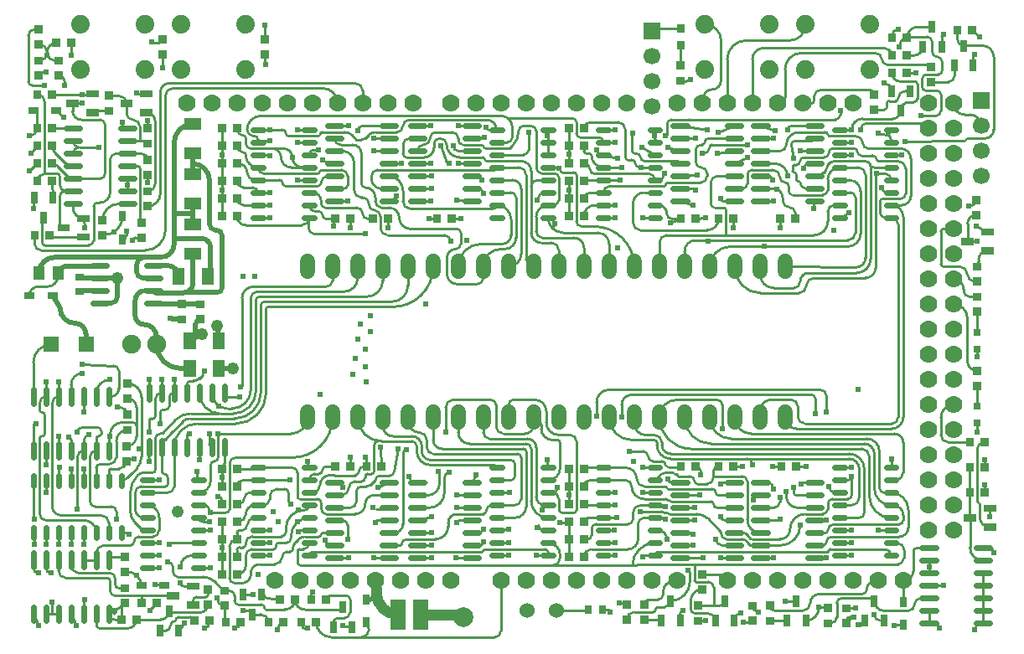
<source format=gtl>
G04 Layer: TopLayer*
G04 EasyEDA v6.4.25, 2022-01-21T19:56:56+01:00*
G04 Gerber Generator version 0.2*
G04 Scale: 100 percent, Rotated: No, Reflected: No *
G04 Dimensions in inches *
G04 leading zeros omitted , absolute positions ,3 integer and 6 decimal *
%FSLAX36Y36*%
%MOIN*%

%ADD10C,0.0100*%
%ADD11C,0.0425*%
%ADD12C,0.0200*%
%ADD13C,0.0234*%
%ADD14C,0.0236*%
%ADD15C,0.0224*%
%ADD16C,0.0244*%
%ADD17C,0.0240*%
%ADD18C,0.0480*%
%ADD19C,0.0240*%
%ADD20C,0.0787*%
%ADD21R,0.0315X0.0315*%
%ADD22R,0.0340X0.0318*%
%ADD24R,0.0394X0.0295*%
%ADD25R,0.0295X0.0394*%
%ADD26R,0.0276X0.0492*%
%ADD28R,0.0354X0.0315*%
%ADD29R,0.0315X0.0354*%
%ADD32R,0.0670X0.0475*%
%ADD34R,0.0669X0.0669*%
%ADD35C,0.0669*%
%ADD36C,0.0740*%
%ADD37C,0.0600*%
%ADD38C,0.0700*%
%ADD39R,0.0591X0.0591*%
%ADD40C,0.0750*%
%ADD41C,0.0591*%

%LPD*%
D10*
X3855630Y-584029D02*
G01*
X3855630Y-655000D01*
X3760000Y-605000D02*
G01*
X3800000Y-605000D01*
X3915000Y125000D02*
G01*
X3840630Y125000D01*
X3960000Y-205000D02*
G01*
X3960000Y80000D01*
X3960000Y-210000D02*
G01*
X3960000Y-205000D01*
X3855000Y-245000D02*
G01*
X3925000Y-245000D01*
X3815000Y-255000D02*
G01*
X3845000Y-255000D01*
X3855000Y-150000D02*
G01*
X3865000Y-150000D01*
X3845000Y-150000D02*
G01*
X3855000Y-150000D01*
X3905000Y160000D02*
G01*
X3885000Y174699D01*
X3815339Y149029D02*
G01*
X3815339Y185000D01*
X3877399Y82399D02*
G01*
X3877399Y45630D01*
X3804732Y5039D02*
G01*
X3804732Y43497D01*
X3710000Y-19659D02*
G01*
X3780033Y-19659D01*
X3860000Y-515000D02*
G01*
X3865339Y-515000D01*
X3815000Y-755000D02*
G01*
X3760000Y-755000D01*
X3825000Y-755000D02*
G01*
X3815000Y-755000D01*
X3895000Y-814659D02*
G01*
X3884660Y-814659D01*
X3840000Y-850000D02*
G01*
X3840000Y-845000D01*
X3895000Y-875340D02*
G01*
X3865339Y-875340D01*
X3855000Y-1110000D02*
G01*
X3855000Y-960000D01*
X3855000Y-1130340D02*
G01*
X3855000Y-1110000D01*
X3750000Y-1425000D02*
G01*
X3750000Y-1355000D01*
X3865339Y-1455000D02*
G01*
X3780000Y-1455000D01*
X3800000Y-905000D02*
G01*
X3815000Y-905000D01*
X2610659Y193499D02*
G01*
X2715000Y193499D01*
X2715000Y44659D02*
G01*
X2715000Y126500D01*
X2755000Y-10000D02*
G01*
X2720299Y-20000D01*
X955000Y-1700000D02*
G01*
X949660Y-1700000D01*
X1000000Y-1655000D02*
G01*
X1032640Y-1655000D01*
D11*
X1780000Y-2140000D02*
G01*
X1837637Y-2140000D01*
D10*
X1170000Y-1555000D02*
G01*
X1135000Y-1555000D01*
X1190000Y-1655000D02*
G01*
X1190000Y-1575000D01*
X1190000Y-1670000D02*
G01*
X1190000Y-1655000D01*
X3131999Y-2086300D02*
G01*
X3175000Y-2085599D01*
X2650000Y-1735000D02*
G01*
X2657929Y-1735000D01*
X2635000Y-1730000D02*
G01*
X2637929Y-1730000D01*
D11*
X1730000Y-2140000D02*
G01*
X1780000Y-2140000D01*
D10*
X3552370Y-250000D02*
G01*
X3552370Y-260000D01*
X3500000Y-225000D02*
G01*
X3532399Y-230000D01*
X3614660Y15000D02*
G01*
X3650000Y15000D01*
X2983495Y-1858494D02*
G01*
X2990000Y-1865000D01*
X2975057Y-1846237D02*
G01*
X2980793Y-1851972D01*
X2980000Y-1825000D02*
G01*
X2973536Y-1818535D01*
X2991463Y-1836464D02*
G01*
X2980000Y-1825000D01*
X195000Y-835000D02*
G01*
X158840Y-835000D01*
X238040Y-780000D02*
G01*
X238040Y-791959D01*
X1190000Y-1845000D02*
G01*
X1183107Y-1851893D01*
X1194393Y-1840607D02*
G01*
X1190000Y-1845000D01*
X555000Y-355000D02*
G01*
X512629Y-355000D01*
X564411Y-485551D02*
G01*
X564411Y-364411D01*
X1336890Y-1585000D02*
G01*
X1330000Y-1585000D01*
X570340Y-2070340D02*
G01*
X570340Y-2095000D01*
X565000Y-2065000D02*
G01*
X695630Y-2065000D01*
X540340Y-2065000D02*
G01*
X565000Y-2065000D01*
X2235000Y-1775000D02*
G01*
X2265339Y-1775000D01*
X2270339Y-1770000D02*
G01*
X2270339Y-1840000D01*
X1155000Y-1655000D02*
G01*
X1155000Y-1690000D01*
X1110000Y-1640000D02*
G01*
X1140000Y-1640000D01*
X1080000Y-1680000D02*
G01*
X1080000Y-1670000D01*
X1032640Y-1705000D02*
G01*
X1055000Y-1705000D01*
X125000Y-235000D02*
G01*
X125340Y-235000D01*
X155340Y-205000D02*
G01*
X155340Y-209659D01*
X2342439Y-2125000D02*
G01*
X2220000Y-2125000D01*
X2425000Y-2120000D02*
G01*
X2402560Y-2120000D01*
X2000000Y-2205000D02*
G01*
X2000000Y-2005000D01*
X1495000Y-1915000D02*
G01*
X1552629Y-1915000D01*
X1350000Y-2155000D02*
G01*
X1375000Y-2155000D01*
X1332600Y-2189369D02*
G01*
X1332600Y-2172399D01*
X1400000Y-2230000D02*
G01*
X1324660Y-2230000D01*
X1445000Y-2230000D02*
G01*
X1400000Y-2230000D01*
X1290000Y-2120000D02*
G01*
X1360630Y-2120000D01*
X1219660Y-2120000D02*
G01*
X1290000Y-2120000D01*
X1385000Y-2065000D02*
G01*
X1319660Y-2065000D01*
X645000Y-70000D02*
G01*
X645000Y-60000D01*
X1250000Y-45000D02*
G01*
X695000Y-45000D01*
X1290000Y-45000D02*
G01*
X1250000Y-45000D01*
X1450000Y-55000D02*
G01*
X1450000Y-65000D01*
X3130000Y30322D02*
G01*
X3130000Y-80000D01*
X3475000Y95000D02*
G01*
X3194677Y95000D01*
X3490000Y95000D02*
G01*
X3475000Y95000D01*
X3630000Y50000D02*
G01*
X3535000Y50000D01*
X3045000Y115000D02*
G01*
X3525339Y115000D01*
X3000000Y-105000D02*
G01*
X3000000Y70000D01*
X2900000Y-105000D02*
G01*
X2900000Y70000D01*
X3120000Y145000D02*
G01*
X2975000Y145000D01*
X3148000Y145000D02*
G01*
X3120000Y145000D01*
X3380000Y-50000D02*
G01*
X3464660Y-50000D01*
X3275000Y-50000D02*
G01*
X3380000Y-50000D01*
X3245000Y-95000D02*
G01*
X3245000Y-80000D01*
X3350000Y-135000D02*
G01*
X3350000Y-150000D01*
X3750000Y-125000D02*
G01*
X3750000Y-135000D01*
X3750000Y-70000D02*
G01*
X3750000Y-125000D01*
X140000Y-1487629D02*
G01*
X140000Y-1390000D01*
X165000Y-1440000D02*
G01*
X165000Y-1540000D01*
X185000Y-1365000D02*
G01*
X185000Y-1420000D01*
X185000Y-1345000D02*
G01*
X185000Y-1365000D01*
X165000Y-1297370D02*
G01*
X165000Y-1325000D01*
X140000Y-1607640D02*
G01*
X140000Y-1755000D01*
X745000Y-2150000D02*
G01*
X720000Y-2150000D01*
X765339Y-2150000D02*
G01*
X745000Y-2150000D01*
X140000Y-1922370D02*
G01*
X140000Y-1955000D01*
X2035000Y-1655000D02*
G01*
X1982640Y-1655000D01*
X737600Y-2027600D02*
G01*
X774369Y-2027600D01*
X215183Y-2137629D02*
G01*
X215183Y-2090183D01*
D11*
X1500000Y-2005000D02*
G01*
X1505000Y-2055000D01*
D10*
X2450000Y-1805000D02*
G01*
X2407600Y-1805000D01*
X340000Y-2137629D02*
G01*
X340000Y-2085000D01*
X1010000Y-2139400D02*
G01*
X1044700Y-2139400D01*
X975000Y-2125000D02*
G01*
X1005630Y-2125000D01*
X1475000Y-2200000D02*
G01*
X1465000Y-2171199D01*
X1370000Y-2185000D02*
G01*
X1407399Y-2189400D01*
X1205339Y-2170000D02*
G01*
X1205339Y-2175340D01*
X1400000Y-2130000D02*
G01*
X1400000Y-2080000D01*
X160000Y-2185000D02*
G01*
X140000Y-2137600D01*
X465000Y-2125000D02*
G01*
X505000Y-2094699D01*
X1110000Y-2200000D02*
G01*
X1115000Y-2189699D01*
X1015000Y-2060000D02*
G01*
X972600Y-2060599D01*
X920000Y-2045000D02*
G01*
X900339Y-2045000D01*
X940000Y-2085000D02*
G01*
X940000Y-2065000D01*
X1040000Y-2100000D02*
G01*
X955000Y-2100000D01*
X1045000Y-2100000D02*
G01*
X1040000Y-2100000D01*
X1115000Y-2120000D02*
G01*
X1065000Y-2120000D01*
X1139660Y-2120000D02*
G01*
X1115000Y-2120000D01*
X1071800Y-2075000D02*
G01*
X1120299Y-2080000D01*
X310000Y-2185000D02*
G01*
X290000Y-2137600D01*
X770000Y-1905000D02*
G01*
X797370Y-1905000D01*
X685000Y-1855000D02*
G01*
X695000Y-1855000D01*
X695000Y-1855000D02*
G01*
X797370Y-1855000D01*
X695000Y-1970000D02*
G01*
X695000Y-1950000D01*
X795000Y-1990000D02*
G01*
X715000Y-1990000D01*
X797370Y-1855000D02*
G01*
X775000Y-1855000D01*
X240000Y-1860000D02*
G01*
X240000Y-1812370D01*
X190000Y-1860000D02*
G01*
X190000Y-1812370D01*
X145000Y-1860000D02*
G01*
X140000Y-1812399D01*
X470000Y-1730000D02*
G01*
X470000Y-1760000D01*
X385000Y-1710000D02*
G01*
X450000Y-1710000D01*
X365000Y-1512629D02*
G01*
X365000Y-1690000D01*
X900000Y-2164699D02*
G01*
X900000Y-2104699D01*
X190000Y-1922370D02*
G01*
X190000Y-1955000D01*
X810000Y-1990000D02*
G01*
X795000Y-1990000D01*
X815291Y-1990000D02*
G01*
X810000Y-1990000D01*
X893788Y-2042766D02*
G01*
X859214Y-2008193D01*
X771024Y-2131658D02*
G01*
X686028Y-2131658D01*
X803001Y-2131658D02*
G01*
X771024Y-2131658D01*
X835000Y-2060000D02*
G01*
X835000Y-2040340D01*
X790000Y-2070000D02*
G01*
X825000Y-2070000D01*
X774369Y-2102399D02*
G01*
X774369Y-2085630D01*
X642600Y-2204369D02*
G01*
X665630Y-2204369D01*
X740000Y-2175000D02*
G01*
X717399Y-2204400D01*
X608775Y-2115884D02*
G01*
X629659Y-2095000D01*
X390000Y-2180000D02*
G01*
X390000Y-2137629D01*
X480000Y-2195000D02*
G01*
X405000Y-2195000D01*
X514659Y-2195000D02*
G01*
X480000Y-2195000D01*
X549659Y-2160000D02*
G01*
X645630Y-2160000D01*
X440000Y-2137600D02*
G01*
X465000Y-2125000D01*
X490340Y-2160000D02*
G01*
X490340Y-2109319D01*
X462370Y-2160000D02*
G01*
X490340Y-2160000D01*
X240000Y-1965000D02*
G01*
X240000Y-1922370D01*
X435000Y-1995000D02*
G01*
X270000Y-1995000D01*
X445000Y-2015000D02*
G01*
X445000Y-2005000D01*
X445000Y-2045000D02*
G01*
X445000Y-2015000D01*
X510000Y-2065000D02*
G01*
X465000Y-2065000D01*
X540340Y-2065000D02*
G01*
X510000Y-2065000D01*
X480000Y-2035000D02*
G01*
X504659Y-2035000D01*
X465000Y-1995000D02*
G01*
X465000Y-2020000D01*
X325000Y-1975000D02*
G01*
X445000Y-1975000D01*
X290000Y-1922370D02*
G01*
X290000Y-1940000D01*
X625000Y-2020000D02*
G01*
X661199Y-2025000D01*
X505000Y-1969659D02*
G01*
X513499Y-1969659D01*
X452029Y-1910340D02*
G01*
X505000Y-1910340D01*
X190000Y-2137629D02*
G01*
X240000Y-2137629D01*
X640000Y-1805000D02*
G01*
X640000Y-1752359D01*
X580000Y-1830000D02*
G01*
X615000Y-1830000D01*
X560000Y-1830000D02*
G01*
X580000Y-1830000D01*
X420000Y-1865000D02*
G01*
X525000Y-1865000D01*
X390000Y-1922370D02*
G01*
X390000Y-1895000D01*
X340000Y-1922370D02*
G01*
X390000Y-1922370D01*
X490000Y-1812370D02*
G01*
X501579Y-1812370D01*
X240000Y-1607640D02*
G01*
X240000Y-1560000D01*
X340000Y-1860000D02*
G01*
X340000Y-1812370D01*
X290000Y-1860000D02*
G01*
X290000Y-1812370D01*
X315000Y-1512600D02*
G01*
X315000Y-1720000D01*
X840000Y-1420000D02*
G01*
X840000Y-1462629D01*
X800000Y-1525000D02*
G01*
X800000Y-1472629D01*
X519659Y-1520000D02*
G01*
X540000Y-1520000D01*
X570000Y-1464645D02*
G01*
X570000Y-1470000D01*
X240000Y-1487629D02*
G01*
X240000Y-1430000D01*
X190000Y-1487629D02*
G01*
X190000Y-1545000D01*
X340000Y-1560000D02*
G01*
X340000Y-1607640D01*
X290000Y-1560000D02*
G01*
X290000Y-1607640D01*
X610000Y-1360000D02*
G01*
X615000Y-1360000D01*
X600000Y-1415000D02*
G01*
X600000Y-1370000D01*
X645000Y-1345000D02*
G01*
X645000Y-1380000D01*
X290000Y-1445000D02*
G01*
X290000Y-1487629D01*
X600000Y-1530000D02*
G01*
X595000Y-1467600D01*
X645000Y-1335000D02*
G01*
X645000Y-1345000D01*
X665000Y-1325000D02*
G01*
X655000Y-1325000D01*
X680000Y-1277370D02*
G01*
X680000Y-1310000D01*
X625000Y-1320000D02*
G01*
X625000Y-1350000D01*
X625000Y-1282370D02*
G01*
X625000Y-1320000D01*
X440000Y-1775000D02*
G01*
X440000Y-1812370D01*
X250000Y-1745000D02*
G01*
X410000Y-1745000D01*
X215000Y-1460000D02*
G01*
X215000Y-1710000D01*
X190000Y-1765000D02*
G01*
X342629Y-1765000D01*
X165000Y-1540000D02*
G01*
X165000Y-1740000D01*
X215000Y-1297370D02*
G01*
X215000Y-1460000D01*
X190000Y-1607640D02*
G01*
X190000Y-1655000D01*
X440000Y-1570000D02*
G01*
X440000Y-1607640D01*
X390000Y-1555000D02*
G01*
X390000Y-1607640D01*
X531705Y-1578294D02*
G01*
X514634Y-1595365D01*
X479659Y-1560000D02*
G01*
X450000Y-1560000D01*
X440945Y-1542049D02*
G01*
X402950Y-1542049D01*
X470000Y-1449659D02*
G01*
X470000Y-1512995D01*
X549393Y-1560607D02*
G01*
X531705Y-1578294D01*
X475000Y-1315000D02*
G01*
X484659Y-1315000D01*
X549366Y-1385686D02*
G01*
X549366Y-1314025D01*
X550000Y-1390000D02*
G01*
X550000Y-1430340D01*
X495000Y-1375000D02*
G01*
X535000Y-1375000D01*
X445000Y-1430000D02*
G01*
X445000Y-1425000D01*
X570000Y-1280000D02*
G01*
X570000Y-1275340D01*
X570000Y-1490000D02*
G01*
X570000Y-1280000D01*
X570000Y-1510857D02*
G01*
X570000Y-1490000D01*
X515000Y-1220340D02*
G01*
X530340Y-1220340D01*
X650000Y-1540000D02*
G01*
X650000Y-1472629D01*
X917629Y-1275000D02*
G01*
X960000Y-1275000D01*
X970000Y-880000D02*
G01*
X970000Y-1230000D01*
X1305000Y-835000D02*
G01*
X1015000Y-835000D01*
X1330000Y-755000D02*
G01*
X1330000Y-810000D01*
X801261Y-1199371D02*
G01*
X812480Y-1188152D01*
X765000Y-1210000D02*
G01*
X775603Y-1210000D01*
X750000Y-1257370D02*
G01*
X750000Y-1225000D01*
X460000Y-1150000D02*
G01*
X335000Y-1145000D01*
X480000Y-1240000D02*
G01*
X480000Y-1170000D01*
X440000Y-1272370D02*
G01*
X447629Y-1272370D01*
X390000Y-1272370D02*
G01*
X390000Y-1260000D01*
X290000Y-1272370D02*
G01*
X290000Y-1225000D01*
X440000Y-1435000D02*
G01*
X440000Y-1487629D01*
X390000Y-1395000D02*
G01*
X335000Y-1395000D01*
X395000Y-1395000D02*
G01*
X390000Y-1395000D01*
X410000Y-1420000D02*
G01*
X410000Y-1410000D01*
X390000Y-1487629D02*
G01*
X390000Y-1440000D01*
X340000Y-1487629D02*
G01*
X340000Y-1450000D01*
X640342Y135000D02*
G01*
X615000Y135000D01*
X1060000Y149652D02*
G01*
X1060000Y205000D01*
X655000Y90347D02*
G01*
X655000Y35000D01*
X133544Y-32755D02*
G01*
X182755Y-32755D01*
X120000Y165000D02*
G01*
X120000Y-19212D01*
X140000Y-1272370D02*
G01*
X140000Y-1136100D01*
X400000Y-280000D02*
G01*
X322370Y-280000D01*
X405000Y-170000D02*
G01*
X330000Y-170000D01*
X425000Y-385000D02*
G01*
X425000Y-190000D01*
X297370Y-405000D02*
G01*
X405000Y-405000D01*
X290000Y134699D02*
G01*
X290000Y85000D01*
X225340Y64659D02*
G01*
X240000Y64659D01*
X164652Y64652D02*
G01*
X160000Y64652D01*
X195000Y85000D02*
G01*
X195000Y95300D01*
X195000Y85000D02*
G01*
X195000Y99699D01*
X265000Y-19659D02*
G01*
X265000Y-35000D01*
X174657Y20000D02*
G01*
X190000Y20000D01*
X144657Y189657D02*
G01*
X160000Y189657D01*
X190000Y-1215000D02*
G01*
X190000Y-1272370D01*
X240000Y-1215000D02*
G01*
X240000Y-1272370D01*
X650000Y-1205000D02*
G01*
X650000Y-1257370D01*
X700000Y-1205000D02*
G01*
X700000Y-1257370D01*
X2875000Y130000D02*
G01*
X2875000Y145999D01*
X3211999Y184000D02*
G01*
X3211999Y209000D01*
X640000Y-1605000D02*
G01*
X592640Y-1605000D01*
X875000Y-1445000D02*
G01*
X875000Y-1420000D01*
X640000Y-1855000D02*
G01*
X592640Y-1855000D01*
X640000Y-1905000D02*
G01*
X592640Y-1905000D01*
X640000Y-1955000D02*
G01*
X592640Y-1955000D01*
X845000Y-1955000D02*
G01*
X797370Y-1955000D01*
X1037640Y-255000D02*
G01*
X1080000Y-255000D01*
X1032640Y-247640D02*
G01*
X1032640Y-260000D01*
X600000Y-1205000D02*
G01*
X600000Y-1257370D01*
X812370Y-1770000D02*
G01*
X840000Y-1770000D01*
X845000Y-1805000D02*
G01*
X797370Y-1805000D01*
X340000Y-1272370D02*
G01*
X340000Y-1335000D01*
X845000Y-1550000D02*
G01*
X845000Y-1607370D01*
X820000Y-1705000D02*
G01*
X797370Y-1705000D01*
X905000Y-1735000D02*
G01*
X850000Y-1735000D01*
X920000Y-1650000D02*
G01*
X920000Y-1720000D01*
X890339Y-1685340D02*
G01*
X890339Y-1700000D01*
X845000Y-1545000D02*
G01*
X845000Y-1550000D01*
X875000Y-1445000D02*
G01*
X875000Y-1515000D01*
X875000Y-1420000D02*
G01*
X900000Y-1420000D01*
X875000Y-1420000D02*
G01*
X915000Y-1420000D01*
X1165000Y-1420000D02*
G01*
X875000Y-1420000D01*
X650000Y-1480000D02*
G01*
X650000Y-1472629D01*
X592640Y-1755000D02*
G01*
X580000Y-1755000D01*
X700000Y-1547640D02*
G01*
X700000Y-1472629D01*
X940000Y-1360000D02*
G01*
X762629Y-1360000D01*
X945000Y-1380000D02*
G01*
X792629Y-1380000D01*
X935000Y-1340000D02*
G01*
X882629Y-1340000D01*
X930000Y-1320000D02*
G01*
X912629Y-1320000D01*
X1065000Y-925000D02*
G01*
X1065000Y-1260000D01*
X1555000Y-915000D02*
G01*
X1075000Y-915000D01*
X1570000Y-915000D02*
G01*
X1555000Y-915000D01*
X1630000Y-830000D02*
G01*
X1630000Y-755000D01*
X1490000Y-895000D02*
G01*
X1565000Y-895000D01*
X1530000Y-810000D02*
G01*
X1530000Y-755000D01*
X1410000Y-875000D02*
G01*
X1465000Y-875000D01*
X1430000Y-800000D02*
G01*
X1430000Y-755000D01*
X1060000Y-895000D02*
G01*
X1490000Y-895000D01*
X1045000Y-1255000D02*
G01*
X1045000Y-910000D01*
X1040000Y-875000D02*
G01*
X1410000Y-875000D01*
X1025000Y-1250000D02*
G01*
X1025000Y-890000D01*
D12*
X761800Y-1050000D02*
G01*
X810000Y-1025000D01*
X413229Y-718112D02*
G01*
X579529Y-718112D01*
X223847Y-718112D02*
G01*
X413229Y-718112D01*
X350000Y-755000D02*
G01*
X398499Y-755000D01*
X263040Y-755000D02*
G01*
X350000Y-755000D01*
X630000Y-1035000D02*
G01*
X630000Y-1065000D01*
X545000Y-890000D02*
G01*
X545000Y-950000D01*
X616500Y-850000D02*
G01*
X585000Y-850000D01*
X840000Y-585000D02*
G01*
X840000Y-410749D01*
X870000Y-610000D02*
G01*
X865000Y-610000D01*
X890000Y-840000D02*
G01*
X890000Y-630000D01*
X745756Y-857917D02*
G01*
X872083Y-857917D01*
X845000Y-680000D02*
G01*
X845000Y-783220D01*
X700000Y-642892D02*
G01*
X807892Y-642892D01*
X775000Y-303220D02*
G01*
X775000Y-386779D01*
X775000Y-544936D02*
G01*
X700371Y-544936D01*
X775000Y-586779D02*
G01*
X775000Y-503220D01*
X700000Y-665000D02*
G01*
X700000Y-261779D01*
X579529Y-718112D02*
G01*
X646887Y-718112D01*
X550000Y-775000D02*
G01*
X550000Y-747640D01*
X616500Y-800000D02*
G01*
X575000Y-800000D01*
X775000Y-795000D02*
G01*
X775000Y-703220D01*
X775000Y-819962D02*
G01*
X775000Y-795000D01*
X625713Y-859214D02*
G01*
X735749Y-859214D01*
X616500Y-750000D02*
G01*
X671779Y-750000D01*
X646779Y-750000D02*
G01*
X616500Y-750000D01*
X785000Y-1010000D02*
G01*
X785000Y-984659D01*
X785000Y-1026779D02*
G01*
X785000Y-1010000D01*
X870000Y-990000D02*
G01*
X878199Y-1050000D01*
X348899Y-1023899D02*
G01*
X348899Y-1065000D01*
X216199Y-870000D02*
G01*
X246199Y-921199D01*
X327559Y-850000D02*
G01*
X403499Y-850000D01*
X475000Y-875000D02*
G01*
X475000Y-800000D01*
X403499Y-900000D02*
G01*
X450000Y-900000D01*
X403499Y-800000D02*
G01*
X475000Y-800000D01*
X327559Y-800000D02*
G01*
X403499Y-800000D01*
X621840Y-905340D02*
G01*
X730000Y-905340D01*
X805000Y-905340D02*
G01*
X730000Y-905340D01*
X689659Y-964659D02*
G01*
X730000Y-964659D01*
X725000Y-1160000D02*
G01*
X761779Y-1160000D01*
X935000Y-1160000D02*
G01*
X878199Y-1160000D01*
D10*
X2805000Y-85000D02*
G01*
X2800000Y-105000D01*
X2875000Y130000D02*
G01*
X2875000Y-15000D01*
X2811999Y209000D02*
G01*
X2821000Y184000D01*
X3320000Y-170000D02*
G01*
X3330000Y-170000D01*
X3695000Y160000D02*
G01*
X3619660Y160000D01*
X3715000Y100000D02*
G01*
X3715000Y140000D01*
X3755000Y25000D02*
G01*
X3755000Y60000D01*
X3693865Y10079D02*
G01*
X3740078Y10079D01*
X3675000Y-40000D02*
G01*
X3675000Y-8787D01*
X3735000Y-55000D02*
G01*
X3690000Y-55000D01*
X3605699Y-256999D02*
G01*
X3815000Y-255000D01*
X3699660Y50000D02*
G01*
X3630000Y50000D01*
X3585000Y120000D02*
G01*
X3585000Y125340D01*
X3614660Y85000D02*
G01*
X3641970Y85000D01*
X3659030Y199369D02*
G01*
X3715000Y199369D01*
X3752399Y120630D02*
G01*
X3752399Y162399D01*
X3555339Y155000D02*
G01*
X3555339Y165340D01*
X3235000Y-105000D02*
G01*
X3200000Y-105000D01*
X3535000Y-120000D02*
G01*
X3535000Y-105952D01*
X3485000Y-129659D02*
G01*
X3525339Y-129659D01*
X3552600Y-52600D02*
G01*
X3552600Y-55630D01*
X3609369Y-55630D02*
G01*
X3627399Y-55630D01*
X3545204Y-95747D02*
G01*
X3569251Y-95747D01*
X3645991Y-17638D02*
G01*
X3587978Y-17638D01*
X3656069Y-85668D02*
G01*
X3656069Y-27716D01*
X3630000Y-100000D02*
G01*
X3641738Y-100000D01*
X3624369Y-100000D02*
G01*
X3630000Y-100000D01*
X3474652Y-166300D02*
G01*
X3558069Y-166300D01*
X3438699Y-166300D02*
G01*
X3474652Y-166300D01*
X3552763Y-183937D02*
G01*
X3683936Y-183937D01*
X3456063Y-183937D02*
G01*
X3552763Y-183937D01*
X145340Y-630000D02*
G01*
X145340Y-665340D01*
X1945000Y-155000D02*
G01*
X1045000Y-155000D01*
X2300000Y-225000D02*
G01*
X2300000Y-180000D01*
X2187370Y-1905000D02*
G01*
X2140000Y-1905000D01*
X2612370Y-1905000D02*
G01*
X2570000Y-1905000D01*
X2193199Y-1945000D02*
G01*
X2540000Y-1945000D01*
X2585000Y-1940000D02*
G01*
X2545000Y-1940000D01*
X2751500Y-1988034D02*
G01*
X2751500Y-1971500D01*
X2751500Y-2009128D02*
G01*
X2751500Y-1988034D01*
X2770000Y-2005000D02*
G01*
X2770000Y-1940543D01*
X2825000Y-2010000D02*
G01*
X2775000Y-2010000D01*
X2650000Y-2110000D02*
G01*
X2650630Y-2110000D01*
X2625000Y-2110000D02*
G01*
X2650000Y-2110000D01*
X2585000Y-2130000D02*
G01*
X2605000Y-2130000D01*
X2529660Y-2130000D02*
G01*
X2585000Y-2130000D01*
X2470000Y-2095000D02*
G01*
X2494660Y-2095000D01*
X2712399Y-2164369D02*
G01*
X2712399Y-2137600D01*
X2570000Y-2159659D02*
G01*
X2632889Y-2159659D01*
X2845659Y-2105340D02*
G01*
X2845659Y-2030659D01*
X2800000Y-1980340D02*
G01*
X2874040Y-1980340D01*
X2755000Y-2120000D02*
G01*
X2755000Y-2084659D01*
X2810000Y-2135000D02*
G01*
X2770000Y-2135000D01*
X2823230Y-2135000D02*
G01*
X2810000Y-2135000D01*
X2927399Y-2164369D02*
G01*
X2927399Y-2162600D01*
X2815000Y-2165000D02*
G01*
X2785339Y-2165000D01*
X2785000Y-2105340D02*
G01*
X2870290Y-2105340D01*
X3137600Y-2164369D02*
G01*
X3070290Y-2164369D01*
X2965000Y-2170000D02*
G01*
X2994660Y-2170000D01*
X3488699Y-2006300D02*
G01*
X3500000Y-2005000D01*
X3414179Y-2058587D02*
G01*
X3436413Y-2058587D01*
X3266413Y-2058587D02*
G01*
X3414179Y-2058587D01*
X3175000Y-2125000D02*
G01*
X3200000Y-2125000D01*
X3089660Y-2125000D02*
G01*
X3175000Y-2125000D01*
X3265000Y-2110000D02*
G01*
X3265000Y-2111770D01*
X2170000Y-1805000D02*
G01*
X2187370Y-1805000D01*
D12*
X3420000Y-2180000D02*
G01*
X3431970Y-2180000D01*
X3399660Y-2150000D02*
G01*
X3405000Y-2150000D01*
X3375000Y-2174659D02*
G01*
X3380339Y-2174659D01*
D10*
X3568834Y-2181165D02*
G01*
X3600000Y-2181165D01*
X3509369Y-2164369D02*
G01*
X3522399Y-2164369D01*
X3702370Y-2025000D02*
G01*
X3760000Y-2025000D01*
X3375000Y-2115340D02*
G01*
X3409660Y-2115340D01*
X3355000Y-2075000D02*
G01*
X3474369Y-2075000D01*
X3336069Y-2149295D02*
G01*
X3336069Y-2093930D01*
X3300000Y-2174659D02*
G01*
X3310706Y-2174659D01*
X3670000Y-2075000D02*
G01*
X3702370Y-2075000D01*
X3610000Y-2125000D02*
G01*
X3620000Y-2125000D01*
X3524369Y-2125000D02*
G01*
X3610000Y-2125000D01*
X3265000Y-2110000D02*
G01*
X3294660Y-2110000D01*
X3702370Y-2125000D02*
G01*
X3702370Y-2175000D01*
X3640000Y-1890000D02*
G01*
X3640000Y-1966300D01*
X3702370Y-1875000D02*
G01*
X3655000Y-1875000D01*
X3522399Y-2177399D02*
G01*
X3522399Y-2164369D01*
X3917629Y-2125000D02*
G01*
X3917629Y-2175000D01*
X3917629Y-2075000D02*
G01*
X3917629Y-2125000D01*
X3917629Y-2025000D02*
G01*
X3917629Y-2075000D01*
X3917629Y-1975000D02*
G01*
X3917629Y-2025000D01*
X3702370Y-1950081D02*
G01*
X3702370Y-1925000D01*
X3702370Y-1975000D02*
G01*
X3702370Y-1950081D01*
X3702370Y-2175000D02*
G01*
X3725000Y-2175000D01*
X3910000Y-2175000D02*
G01*
X3917629Y-2175000D01*
X3917629Y-1975000D02*
G01*
X3945000Y-1975000D01*
X3447600Y-2177600D02*
G01*
X3447600Y-2164369D01*
X3924660Y-1525340D02*
G01*
X3924660Y-1555000D01*
X3920000Y-1455000D02*
G01*
X3924660Y-1455000D01*
X3895000Y-1690000D02*
G01*
X3895000Y-1480000D01*
X3905000Y-1735000D02*
G01*
X3905000Y-1700000D01*
X3905000Y-1753029D02*
G01*
X3905000Y-1735000D01*
X3865630Y-1755000D02*
G01*
X3865630Y-1873000D01*
X3865339Y-1655000D02*
G01*
X3865339Y-1754710D01*
X3917629Y-1875000D02*
G01*
X3945000Y-1875000D01*
X3944369Y-1749369D02*
G01*
X3944369Y-1717600D01*
X3924660Y-1625340D02*
G01*
X3924660Y-1655000D01*
X3865339Y-1555000D02*
G01*
X3865339Y-1655000D01*
X3702370Y-1875000D02*
G01*
X3675000Y-1875000D01*
X3347640Y-1655000D02*
G01*
X3330000Y-1655000D01*
X3395000Y-1665000D02*
G01*
X3395000Y-1590000D01*
X3320000Y-1680000D02*
G01*
X3380000Y-1680000D01*
X3300000Y-1720000D02*
G01*
X3300000Y-1700000D01*
X512629Y-429573D02*
G01*
X512629Y-405000D01*
X512629Y-455000D02*
G01*
X512629Y-429573D01*
X214659Y-205000D02*
G01*
X297370Y-205000D01*
X325000Y-405000D02*
G01*
X297370Y-405000D01*
X295630Y-105000D02*
G01*
X295630Y-135630D01*
X185340Y-100000D02*
G01*
X185340Y-185821D01*
X185340Y-385000D02*
G01*
X185340Y-185821D01*
X265000Y-340000D02*
G01*
X267717Y-342717D01*
X225025Y-300025D02*
G01*
X265000Y-340000D01*
X270000Y-390000D02*
G01*
X276253Y-396253D01*
X232310Y-352310D02*
G01*
X270000Y-390000D01*
X265000Y-455000D02*
G01*
X297399Y-455000D01*
X245000Y-395000D02*
G01*
X245000Y-430000D01*
X205000Y-385000D02*
G01*
X235000Y-385000D01*
X185340Y-385000D02*
G01*
X205000Y-385000D01*
X545340Y-639659D02*
G01*
X570000Y-639659D01*
X480340Y-505000D02*
G01*
X512629Y-505000D01*
X297370Y-520599D02*
G01*
X297370Y-505000D01*
X345000Y-600000D02*
G01*
X340000Y-563200D01*
X140000Y-525000D02*
G01*
X140000Y-483229D01*
X155300Y-345000D02*
G01*
X125000Y-375000D01*
X130000Y-305000D02*
G01*
X155300Y-275000D01*
X260000Y-160000D02*
G01*
X231199Y-135000D01*
X335000Y-70000D02*
G01*
X214659Y-70000D01*
X552600Y-67600D02*
G01*
X589369Y-67600D01*
X335000Y-105000D02*
G01*
X295630Y-105000D01*
X335000Y-70000D02*
G01*
X374400Y-67600D01*
X382109Y-134659D02*
G01*
X440000Y-134659D01*
X495000Y-180000D02*
G01*
X495000Y-187370D01*
X595000Y-175000D02*
G01*
X595000Y-205340D01*
X595000Y-420000D02*
G01*
X595000Y-389659D01*
X564411Y-574751D02*
G01*
X564411Y-485551D01*
X625000Y-215000D02*
G01*
X625000Y-425340D01*
X625000Y-178029D02*
G01*
X625000Y-215000D01*
X440000Y-75340D02*
G01*
X480970Y-75340D01*
X565000Y-205000D02*
G01*
X565000Y-254857D01*
X565000Y-200000D02*
G01*
X565000Y-205000D01*
X510630Y-105000D02*
G01*
X510630Y-145630D01*
X512629Y-255000D02*
G01*
X585340Y-255000D01*
X245000Y-510000D02*
G01*
X245000Y-475000D01*
X245000Y-584369D02*
G01*
X245000Y-510000D01*
X217399Y-480599D02*
G01*
X214699Y-415000D01*
X155340Y-151505D02*
G01*
X155340Y-205000D01*
X510000Y-631165D02*
G01*
X510000Y-615000D01*
X415000Y-629659D02*
G01*
X419175Y-629659D01*
X2677070Y-1690000D02*
G01*
X2720000Y-1690000D01*
X2663536Y-1683535D02*
G01*
X2665000Y-1685000D01*
X1234278Y-601021D02*
G01*
X1234278Y-563090D01*
X1460000Y-625000D02*
G01*
X1258257Y-625000D01*
X1710000Y-630000D02*
G01*
X1775000Y-630000D01*
X1750000Y-605000D02*
G01*
X1730000Y-605000D01*
X1825000Y-605000D02*
G01*
X1750000Y-605000D01*
X1840000Y-660000D02*
G01*
X1840000Y-620000D01*
X1840000Y-665000D02*
G01*
X1840000Y-660000D01*
X1785000Y-750000D02*
G01*
X1785000Y-720000D01*
X2187370Y-460000D02*
G01*
X2175000Y-460000D01*
X3527370Y-385000D02*
G01*
X3495000Y-385000D01*
X3535000Y-460000D02*
G01*
X3552370Y-460000D01*
X3490000Y-456181D02*
G01*
X3490000Y-390000D01*
X3482317Y-360000D02*
G01*
X3552370Y-360000D01*
X2520000Y-265000D02*
G01*
X2520000Y-230000D01*
X2329660Y-294659D02*
G01*
X2329660Y-275000D01*
X2352635Y-305000D02*
G01*
X2340000Y-305000D01*
X1720000Y-1545000D02*
G01*
X1972640Y-1545000D01*
X1665000Y-1470000D02*
G01*
X1665000Y-1490000D01*
X1560000Y-1450000D02*
G01*
X1645000Y-1450000D01*
X1525000Y-1450000D02*
G01*
X1560000Y-1450000D01*
X2040000Y-1605000D02*
G01*
X1982640Y-1605000D01*
X2055000Y-1540000D02*
G01*
X2055000Y-1590000D01*
X1720000Y-1525000D02*
G01*
X2040000Y-1525000D01*
X1685000Y-1470000D02*
G01*
X1685000Y-1490000D01*
X1570000Y-1430000D02*
G01*
X1645000Y-1430000D01*
X1630000Y-1370000D02*
G01*
X1630000Y-1355000D01*
X1705000Y-1475000D02*
G01*
X1705000Y-1445000D01*
X2065000Y-1500000D02*
G01*
X1730000Y-1500000D01*
X1530000Y-1355000D02*
G01*
X1530000Y-1390000D01*
X2055000Y-1705000D02*
G01*
X1982640Y-1705000D01*
X2080000Y-1515000D02*
G01*
X2080000Y-1680000D01*
X2055000Y-1755000D02*
G01*
X1982640Y-1755000D01*
X2100000Y-1490000D02*
G01*
X2100000Y-1710000D01*
X1765000Y-1480000D02*
G01*
X2090000Y-1480000D01*
X1730000Y-1355000D02*
G01*
X1730000Y-1445000D01*
X2120000Y-1480000D02*
G01*
X2120000Y-1687629D01*
X1875000Y-1460000D02*
G01*
X2100000Y-1460000D01*
X1830000Y-1355000D02*
G01*
X1830000Y-1415000D01*
X1210000Y-1805000D02*
G01*
X1237370Y-1805000D01*
X2205000Y-1945000D02*
G01*
X1205000Y-1945000D01*
X2235000Y-1905000D02*
G01*
X2235000Y-1915000D01*
X2235000Y-1902629D02*
G01*
X2235000Y-1905000D01*
X2187370Y-1855000D02*
G01*
X2195000Y-1855000D01*
X2187370Y-1892370D02*
G01*
X2187370Y-1905000D01*
X1935000Y-1880000D02*
G01*
X2175000Y-1880000D01*
X1410000Y-1890000D02*
G01*
X1925000Y-1890000D01*
X1252370Y-1890000D02*
G01*
X1410000Y-1890000D01*
X1520000Y-1475000D02*
G01*
X1524700Y-1550000D01*
X1399660Y-1515340D02*
G01*
X1399660Y-1550000D01*
X1395000Y-1915000D02*
G01*
X1337370Y-1915000D01*
X1080000Y-1905000D02*
G01*
X1032640Y-1905000D01*
X1080000Y-1855000D02*
G01*
X1032600Y-1855000D01*
X1080000Y-1805000D02*
G01*
X1032640Y-1805000D01*
X1982600Y-1805000D02*
G01*
X2030000Y-1800000D01*
X1982640Y-1855000D02*
G01*
X2030000Y-1855000D01*
X2030000Y-1905000D02*
G01*
X1982640Y-1905000D01*
X1930000Y-1415000D02*
G01*
X1930000Y-1355000D01*
X2060000Y-1440000D02*
G01*
X1955000Y-1440000D01*
X2105000Y-1440000D02*
G01*
X2060000Y-1440000D01*
X1980000Y-1390000D02*
G01*
X1980000Y-1305000D01*
X2095000Y-1420000D02*
G01*
X2010000Y-1420000D01*
X2130000Y-1355000D02*
G01*
X2130000Y-1385000D01*
X2140000Y-1670000D02*
G01*
X2140000Y-1655000D01*
X2160000Y-1400000D02*
G01*
X2160000Y-1385000D01*
X2225000Y-1445000D02*
G01*
X2205000Y-1445000D01*
X2140000Y-1655000D02*
G01*
X2140000Y-1475000D01*
X2187370Y-1705000D02*
G01*
X2175000Y-1705000D01*
X2187370Y-1605000D02*
G01*
X2170000Y-1605000D01*
X2185000Y-1525000D02*
G01*
X2185000Y-1552629D01*
X2030000Y-1305000D02*
G01*
X2030000Y-1355000D01*
X2135000Y-1285000D02*
G01*
X2050000Y-1285000D01*
X2180000Y-1375000D02*
G01*
X2180000Y-1330000D01*
X2275000Y-1425000D02*
G01*
X2230000Y-1425000D01*
X2300000Y-1725000D02*
G01*
X2300000Y-1450000D01*
X2245000Y-1735000D02*
G01*
X2290000Y-1735000D01*
X2230000Y-1680000D02*
G01*
X2230000Y-1720000D01*
X2187370Y-1655000D02*
G01*
X2205000Y-1655000D01*
X2235000Y-1555000D02*
G01*
X2235000Y-1455000D01*
X2235000Y-1557370D02*
G01*
X2235000Y-1555000D01*
X2860000Y-1285000D02*
G01*
X2700000Y-1285000D01*
X2880000Y-1400000D02*
G01*
X2880000Y-1305000D01*
X3025000Y-1665000D02*
G01*
X3032370Y-1665000D01*
X3032370Y-1615000D02*
G01*
X3060000Y-1615000D01*
X3110000Y-1690000D02*
G01*
X3110000Y-1675000D01*
X3032370Y-1715000D02*
G01*
X3085000Y-1715000D01*
X3135000Y-1670000D02*
G01*
X3135000Y-1650000D01*
X3165000Y-1655000D02*
G01*
X3165000Y-1635000D01*
X3032370Y-1715000D02*
G01*
X3060000Y-1715000D01*
X3032370Y-1715000D02*
G01*
X3065000Y-1715000D01*
X3050000Y-1615000D02*
G01*
X3032370Y-1615000D01*
X2750000Y-1590000D02*
G01*
X2703972Y-1590000D01*
X2630000Y-1530000D02*
G01*
X2640000Y-1530000D01*
X2605000Y-1530000D02*
G01*
X2630000Y-1530000D01*
X2675000Y-1520000D02*
G01*
X2890000Y-1520000D01*
X2620000Y-1455000D02*
G01*
X2620000Y-1465000D01*
X2570000Y-1445000D02*
G01*
X2610000Y-1445000D01*
X2640000Y-1455000D02*
G01*
X2640000Y-1465000D01*
X2585000Y-1425000D02*
G01*
X2610000Y-1425000D01*
X2510000Y-1490000D02*
G01*
X2565000Y-1490000D01*
X2560000Y-1445000D02*
G01*
X2520000Y-1445000D01*
X2570000Y-1445000D02*
G01*
X2560000Y-1445000D01*
X2530000Y-1380000D02*
G01*
X2530000Y-1355000D01*
X2585000Y-1425000D02*
G01*
X2575000Y-1425000D01*
X2713211Y-1552129D02*
G01*
X2665832Y-1552129D01*
X2430000Y-1370000D02*
G01*
X2430000Y-1355000D01*
X2680000Y-1615000D02*
G01*
X2712370Y-1615000D01*
X2629903Y-1587465D02*
G01*
X2612370Y-1605000D01*
X2690000Y-1580000D02*
G01*
X2693972Y-1580000D01*
X2680000Y-1575000D02*
G01*
X2685000Y-1575000D01*
X2660000Y-1575000D02*
G01*
X2680000Y-1575000D01*
X3347640Y-1605000D02*
G01*
X3380000Y-1605000D01*
X3247629Y-1665000D02*
G01*
X3175000Y-1665000D01*
X3032370Y-1765000D02*
G01*
X3105000Y-1765000D01*
X3080000Y-1550000D02*
G01*
X3115339Y-1550000D01*
X3032370Y-1865000D02*
G01*
X3110000Y-1865000D01*
X3290000Y-1815000D02*
G01*
X3247629Y-1815000D01*
X3335000Y-1780000D02*
G01*
X3325000Y-1780000D01*
X3585000Y-1780000D02*
G01*
X3335000Y-1780000D01*
X3280000Y-1740000D02*
G01*
X3235000Y-1740000D01*
X2927629Y-1865000D02*
G01*
X2880000Y-1865000D01*
X2875000Y-1810000D02*
G01*
X2822677Y-1757678D01*
X2875000Y-1816327D02*
G01*
X2875000Y-1810000D01*
X3000000Y-1545000D02*
G01*
X3000000Y-1540000D01*
X2995000Y-1541799D02*
G01*
X3000000Y-1545000D01*
X2890000Y-1765000D02*
G01*
X2927629Y-1765000D01*
X3247629Y-1715000D02*
G01*
X3180000Y-1715000D01*
X3210000Y-1740000D02*
G01*
X3235000Y-1740000D01*
X3330000Y-1605000D02*
G01*
X3347640Y-1605000D01*
X3075000Y-1840000D02*
G01*
X3110000Y-1840000D01*
X2960000Y-1590000D02*
G01*
X2845045Y-1590000D01*
X2980000Y-1750000D02*
G01*
X2980000Y-1610000D01*
X2980000Y-1762629D02*
G01*
X2980000Y-1750000D01*
X3000000Y-1840000D02*
G01*
X3075000Y-1840000D01*
X2990000Y-1865000D02*
G01*
X3032370Y-1865000D01*
X3295000Y-1270000D02*
G01*
X3295000Y-1335000D01*
X2430000Y-1245000D02*
G01*
X3270000Y-1245000D01*
X2380000Y-1350000D02*
G01*
X2380000Y-1295000D01*
X3250000Y-1280000D02*
G01*
X3250000Y-1340000D01*
X3170000Y-1265000D02*
G01*
X3235000Y-1265000D01*
X2520000Y-1265000D02*
G01*
X3170000Y-1265000D01*
X2480000Y-1355000D02*
G01*
X2480000Y-1305000D01*
X3155000Y-1285000D02*
G01*
X3075000Y-1285000D01*
X3180000Y-1350000D02*
G01*
X3180000Y-1310000D01*
X3555000Y-1380000D02*
G01*
X3210000Y-1380000D01*
X3580000Y-1205000D02*
G01*
X3580000Y-1355000D01*
X3600000Y-1355000D02*
G01*
X3600000Y-1269695D01*
X3225000Y-1400000D02*
G01*
X3555000Y-1400000D01*
X3175000Y-1400000D02*
G01*
X3225000Y-1400000D01*
X2655000Y-1710000D02*
G01*
X2613199Y-1705799D01*
X2770000Y-1765000D02*
G01*
X2712370Y-1765000D01*
X2670000Y-1740000D02*
G01*
X2725000Y-1740000D01*
X2612399Y-1755000D02*
G01*
X2655000Y-1760000D01*
X2780000Y-1740000D02*
G01*
X2725000Y-1740000D01*
X2927629Y-1915000D02*
G01*
X2875000Y-1915000D01*
X3247629Y-1915000D02*
G01*
X3295000Y-1915000D01*
X1257370Y-290000D02*
G01*
X1275000Y-290000D01*
X2187370Y-260000D02*
G01*
X2187370Y-310000D01*
X3552370Y-310000D02*
G01*
X3595000Y-310000D01*
X3347640Y-1805000D02*
G01*
X3395000Y-1805000D01*
X3500000Y-1805000D02*
G01*
X3552370Y-1805000D01*
X2612370Y-1805000D02*
G01*
X2625000Y-1805000D01*
X2585000Y-1855000D02*
G01*
X2612370Y-1855000D01*
X3250000Y-1940000D02*
G01*
X2585000Y-1940000D01*
X3580000Y-1940000D02*
G01*
X3250000Y-1940000D01*
X3605000Y-1885000D02*
G01*
X3605000Y-1915000D01*
X3552370Y-1855000D02*
G01*
X3575000Y-1855000D01*
X3380000Y-1880000D02*
G01*
X3527370Y-1880000D01*
X3310000Y-1880000D02*
G01*
X3380000Y-1880000D01*
X3290000Y-1890000D02*
G01*
X3300000Y-1890000D01*
X2627370Y-1890000D02*
G01*
X2805000Y-1890000D01*
X2712399Y-1815000D02*
G01*
X2765000Y-1820000D01*
X2712370Y-1865000D02*
G01*
X2765000Y-1865000D01*
X2455000Y-1705000D02*
G01*
X2407640Y-1705000D01*
X2407640Y-1755000D02*
G01*
X2460000Y-1755000D01*
X2344660Y-1755000D02*
G01*
X2407640Y-1755000D01*
X2334660Y-1705000D02*
G01*
X2407640Y-1705000D01*
X2455000Y-1655000D02*
G01*
X2407640Y-1655000D01*
X2565000Y-1655000D02*
G01*
X2612370Y-1655000D01*
X2860000Y-1715000D02*
G01*
X2927629Y-1715000D01*
X2720000Y-1690000D02*
G01*
X2835000Y-1690000D01*
X2610000Y-1680000D02*
G01*
X2655000Y-1680000D01*
X2570000Y-1680000D02*
G01*
X2610000Y-1680000D01*
X2407640Y-1605000D02*
G01*
X2495000Y-1605000D01*
X2865000Y-1665000D02*
G01*
X2927629Y-1665000D01*
X2730000Y-1640000D02*
G01*
X2840000Y-1640000D01*
X2845000Y-1595000D02*
G01*
X2845000Y-1570340D01*
X2800000Y-1620000D02*
G01*
X2820000Y-1620000D01*
X2780000Y-1620000D02*
G01*
X2800000Y-1620000D01*
X2665000Y-1640000D02*
G01*
X2730000Y-1640000D01*
X2620000Y-1630000D02*
G01*
X2655000Y-1630000D01*
X2570000Y-1630000D02*
G01*
X2620000Y-1630000D01*
X2407640Y-1555000D02*
G01*
X2495000Y-1555000D01*
X3174660Y-1550000D02*
G01*
X3215000Y-1550000D01*
X2770000Y-1715000D02*
G01*
X2712370Y-1715000D01*
X2712399Y-1665000D02*
G01*
X2790000Y-1665000D01*
X3395000Y-1905000D02*
G01*
X3347640Y-1905000D01*
X3395000Y-1855000D02*
G01*
X3347640Y-1855000D01*
X3552370Y-1605000D02*
G01*
X3555000Y-1605000D01*
X3620000Y-1795000D02*
G01*
X3620000Y-1722629D01*
X3400000Y-1830000D02*
G01*
X3585000Y-1830000D01*
X3315000Y-1830000D02*
G01*
X3400000Y-1830000D01*
X3247629Y-1865000D02*
G01*
X3280000Y-1865000D01*
X3280000Y-1815000D02*
G01*
X3247629Y-1815000D01*
X3600000Y-1745000D02*
G01*
X3600000Y-1765000D01*
X3552370Y-1705000D02*
G01*
X3560000Y-1705000D01*
X2505000Y-1880000D02*
G01*
X2359660Y-1880000D01*
X2545000Y-1795000D02*
G01*
X2545000Y-1840000D01*
X2407640Y-1905000D02*
G01*
X2455000Y-1905000D01*
X2455000Y-1855000D02*
G01*
X2407640Y-1855000D01*
X2545000Y-1780000D02*
G01*
X2545000Y-1795000D01*
X2612370Y-1755000D02*
G01*
X2570000Y-1755000D01*
X2555000Y-1705000D02*
G01*
X2612370Y-1705000D01*
X2525000Y-1760000D02*
G01*
X2525000Y-1735000D01*
X2380000Y-1780000D02*
G01*
X2505000Y-1780000D01*
X2360000Y-1825000D02*
G01*
X2360000Y-1800000D01*
X2329660Y-1840000D02*
G01*
X2345000Y-1840000D01*
X2805000Y-1915000D02*
G01*
X2712399Y-1915000D01*
X3085000Y-1915000D02*
G01*
X3032370Y-1915000D01*
X3555000Y-1520000D02*
G01*
X3552399Y-1555000D01*
X3200000Y-1615000D02*
G01*
X3247629Y-1615000D01*
X2880000Y-1615000D02*
G01*
X2927629Y-1615000D01*
X2960000Y-1550000D02*
G01*
X2924660Y-1550000D01*
X2795000Y-1585000D02*
G01*
X2795000Y-1570340D01*
X2565000Y-1555000D02*
G01*
X2612399Y-1555000D01*
X2354660Y-1605000D02*
G01*
X2407640Y-1605000D01*
X2334660Y-1555000D02*
G01*
X2407640Y-1555000D01*
X1445000Y-305000D02*
G01*
X1445000Y-345000D01*
X1362370Y-270000D02*
G01*
X1410000Y-270000D01*
X1785000Y-784683D02*
G01*
X1785000Y-750000D01*
X2565000Y-560000D02*
G01*
X2612370Y-560000D01*
X1450000Y-195000D02*
G01*
X1552629Y-195000D01*
X3395000Y-1555000D02*
G01*
X3347640Y-1555000D01*
X3395000Y-1705000D02*
G01*
X3347640Y-1705000D01*
X3425000Y-1560000D02*
G01*
X3425000Y-1675000D01*
X2890000Y-1520000D02*
G01*
X3385000Y-1520000D01*
X3425000Y-1755000D02*
G01*
X3347640Y-1755000D01*
X3445000Y-1560000D02*
G01*
X3445000Y-1735000D01*
X2675000Y-1500000D02*
G01*
X3385000Y-1500000D01*
X3465000Y-1510000D02*
G01*
X3465000Y-1667629D01*
X3340000Y-1480000D02*
G01*
X3435000Y-1480000D01*
X2755000Y-1480000D02*
G01*
X3340000Y-1480000D01*
X3485000Y-1500000D02*
G01*
X3485000Y-1637629D01*
X3235000Y-1460000D02*
G01*
X3445000Y-1460000D01*
X2835000Y-1460000D02*
G01*
X3235000Y-1460000D01*
X3525000Y-1655000D02*
G01*
X3552370Y-1655000D01*
X3505000Y-1490000D02*
G01*
X3505000Y-1635000D01*
X2915000Y-1440000D02*
G01*
X3455000Y-1440000D01*
X3570000Y-1605000D02*
G01*
X3552370Y-1605000D01*
X3600000Y-1455000D02*
G01*
X3600000Y-1575000D01*
X3465000Y-1420000D02*
G01*
X3565000Y-1420000D01*
X2995000Y-1420000D02*
G01*
X3465000Y-1420000D01*
X1090000Y-285000D02*
G01*
X1135000Y-285000D01*
X1165000Y-360000D02*
G01*
X1237399Y-360000D01*
X1882629Y-295000D02*
G01*
X1830000Y-295000D01*
X1834333Y-320000D02*
G01*
X1845000Y-320000D01*
X1755000Y-245000D02*
G01*
X1759333Y-245000D01*
X1733546Y-272127D02*
G01*
X1733546Y-266453D01*
X1740318Y-220000D02*
G01*
X1755000Y-220000D01*
X1718428Y-243940D02*
G01*
X1718428Y-241889D01*
X1733546Y-281453D02*
G01*
X1733546Y-272127D01*
X1853284Y-295000D02*
G01*
X1882629Y-295000D01*
X1805000Y-220000D02*
G01*
X1755000Y-220000D01*
X1830000Y-250000D02*
G01*
X1830000Y-245000D01*
X1885000Y-270000D02*
G01*
X1850000Y-270000D01*
X1925000Y-270000D02*
G01*
X1885000Y-270000D01*
X1945000Y-285000D02*
G01*
X1940000Y-285000D01*
X1585000Y-220000D02*
G01*
X1550000Y-220000D01*
X1803661Y-171338D02*
G01*
X1633661Y-171338D01*
X1914964Y-171338D02*
G01*
X1943978Y-171338D01*
X1803661Y-171338D02*
G01*
X1914964Y-171338D01*
X2000000Y-155000D02*
G01*
X1945000Y-155000D01*
X1667370Y-395000D02*
G01*
X1725000Y-395000D01*
X1340339Y-565000D02*
G01*
X1305000Y-565000D01*
X1335000Y-570340D02*
G01*
X1335000Y-595000D01*
X1667370Y-445000D02*
G01*
X1725000Y-445000D01*
X1935000Y-240000D02*
G01*
X1882600Y-245000D01*
X1935000Y-240000D02*
G01*
X1882600Y-245000D01*
X1780000Y-330000D02*
G01*
X1760000Y-275000D01*
X1695000Y-320000D02*
G01*
X1635000Y-320000D01*
X1930000Y-320000D02*
G01*
X1845000Y-320000D01*
X1804660Y-565000D02*
G01*
X1840000Y-565000D01*
X1715000Y-565000D02*
G01*
X1745339Y-565000D01*
X1190000Y-410000D02*
G01*
X1237370Y-410000D01*
X1120000Y-410000D02*
G01*
X1032640Y-410000D01*
X1190000Y-435000D02*
G01*
X1145000Y-435000D01*
X974660Y-510000D02*
G01*
X1032640Y-510000D01*
X1499142Y-220000D02*
G01*
X1550000Y-220000D01*
X1462070Y-242928D02*
G01*
X1475000Y-230000D01*
X1425000Y-250000D02*
G01*
X1445000Y-250000D01*
X1405607Y-230606D02*
G01*
X1425000Y-250000D01*
X1325000Y-220000D02*
G01*
X1380000Y-220000D01*
X1337370Y-195000D02*
G01*
X1395000Y-195000D01*
X1326212Y-345000D02*
G01*
X1337370Y-345000D01*
X1552629Y-345000D02*
G01*
X1605000Y-345000D01*
X1573747Y-486253D02*
G01*
X1585000Y-475000D01*
X2110000Y-290000D02*
G01*
X2110000Y-220000D01*
X2050000Y-310000D02*
G01*
X2090000Y-310000D01*
X2140000Y-215000D02*
G01*
X2140000Y-280000D01*
X2095000Y-195000D02*
G01*
X2120000Y-195000D01*
X2090000Y-195000D02*
G01*
X2095000Y-195000D01*
X2035000Y-285000D02*
G01*
X2045250Y-274749D01*
X1982640Y-310000D02*
G01*
X2050000Y-310000D01*
X2140000Y-280000D02*
G01*
X2140000Y-360000D01*
X2010000Y-285000D02*
G01*
X2035000Y-285000D01*
X1667370Y-195000D02*
G01*
X1720000Y-195000D01*
X1667370Y-345000D02*
G01*
X1720000Y-345000D01*
X1825000Y-490000D02*
G01*
X1877629Y-490000D01*
X1830000Y-345000D02*
G01*
X1882629Y-345000D01*
X1495000Y-295000D02*
G01*
X1552629Y-295000D01*
X1495000Y-245000D02*
G01*
X1552629Y-245000D01*
X1032640Y-510000D02*
G01*
X1080000Y-510000D01*
X1032640Y-460000D02*
G01*
X1080000Y-460000D01*
X1032640Y-310000D02*
G01*
X1075000Y-310000D01*
X2025000Y-260000D02*
G01*
X1982640Y-260000D01*
X2045000Y-215000D02*
G01*
X2045000Y-240000D01*
X2045000Y-200000D02*
G01*
X2045000Y-215000D01*
X1020000Y-235000D02*
G01*
X1015000Y-235000D01*
X1055000Y-285000D02*
G01*
X1090000Y-285000D01*
X1005000Y-285000D02*
G01*
X1055000Y-285000D01*
X975000Y-300000D02*
G01*
X974660Y-300000D01*
X985000Y-312359D02*
G01*
X985000Y-310000D01*
X985000Y-240340D02*
G01*
X985000Y-265000D01*
X1320000Y-220000D02*
G01*
X1325000Y-220000D01*
X1080541Y-210000D02*
G01*
X1032640Y-210000D01*
X1092653Y-210000D02*
G01*
X1080541Y-210000D01*
X1130000Y-210000D02*
G01*
X1092653Y-210000D01*
X1170000Y-235000D02*
G01*
X1155000Y-235000D01*
X1275000Y-235000D02*
G01*
X1170000Y-235000D01*
X1320000Y-220000D02*
G01*
X1290000Y-220000D01*
X1190000Y-210000D02*
G01*
X1237370Y-210000D01*
X1190000Y-260000D02*
G01*
X1237370Y-260000D01*
X1882629Y-445000D02*
G01*
X1910000Y-445000D01*
X1882629Y-395000D02*
G01*
X1910000Y-395000D01*
X1945000Y-285000D02*
G01*
X2010000Y-285000D01*
X1635000Y-245000D02*
G01*
X1667370Y-245000D01*
X1610000Y-305000D02*
G01*
X1610000Y-270000D01*
X1635000Y-320000D02*
G01*
X1625000Y-320000D01*
X2080000Y-335000D02*
G01*
X1945000Y-335000D01*
X2120000Y-435000D02*
G01*
X2120000Y-375000D01*
X2215000Y-385000D02*
G01*
X2165000Y-385000D01*
X2230000Y-490000D02*
G01*
X2230000Y-400000D01*
X2187370Y-510000D02*
G01*
X2210000Y-510000D01*
X2225000Y-360000D02*
G01*
X2187370Y-360000D01*
X2290000Y-380000D02*
G01*
X2245000Y-380000D01*
X2300000Y-575000D02*
G01*
X2300000Y-390000D01*
X2370000Y-595000D02*
G01*
X2320000Y-595000D01*
X1520000Y-555000D02*
G01*
X1520000Y-600000D01*
X1475000Y-505000D02*
G01*
X1475000Y-510000D01*
X1445000Y-480000D02*
G01*
X1450000Y-480000D01*
X1415000Y-435000D02*
G01*
X1415000Y-450000D01*
X1415000Y-340000D02*
G01*
X1415000Y-390000D01*
X1337370Y-295000D02*
G01*
X1370000Y-295000D01*
X1415000Y-435000D02*
G01*
X1415000Y-390000D01*
X1345000Y-245000D02*
G01*
X1337370Y-245000D01*
X1445000Y-425000D02*
G01*
X1445000Y-345000D01*
X1500000Y-495000D02*
G01*
X1500000Y-480000D01*
X1550000Y-520000D02*
G01*
X1525000Y-520000D01*
X1555000Y-520000D02*
G01*
X1550000Y-520000D01*
X1730000Y-605000D02*
G01*
X1640000Y-605000D01*
X1425000Y-520000D02*
G01*
X1300000Y-520000D01*
X1490339Y-565000D02*
G01*
X1470000Y-565000D01*
X1710000Y-630000D02*
G01*
X1550000Y-630000D01*
X1640000Y-525000D02*
G01*
X1967640Y-525000D01*
X1610000Y-452370D02*
G01*
X1610000Y-495000D01*
X1905000Y-825000D02*
G01*
X1825316Y-825000D01*
X1930000Y-755000D02*
G01*
X1930000Y-800000D01*
X2030000Y-755000D02*
G01*
X2030000Y-785000D01*
X1375000Y-445000D02*
G01*
X1337370Y-445000D01*
X1390000Y-395000D02*
G01*
X1390000Y-430000D01*
X1335000Y-370000D02*
G01*
X1365000Y-370000D01*
X1285000Y-370000D02*
G01*
X1335000Y-370000D01*
X1220000Y-385000D02*
G01*
X1270000Y-385000D01*
X1057640Y-385000D02*
G01*
X1220000Y-385000D01*
X1310000Y-395000D02*
G01*
X1337370Y-395000D01*
X1255000Y-435000D02*
G01*
X1270000Y-435000D01*
X1190000Y-435000D02*
G01*
X1255000Y-435000D01*
X1285000Y-495000D02*
G01*
X1285000Y-505000D01*
X1237370Y-460000D02*
G01*
X1250000Y-460000D01*
X1260000Y-535000D02*
G01*
X1275000Y-535000D01*
X1237370Y-510000D02*
G01*
X1237370Y-512370D01*
X1549660Y-599659D02*
G01*
X1549660Y-565000D01*
X1400000Y-565340D02*
G01*
X1400000Y-600000D01*
X1510000Y-370000D02*
G01*
X1972640Y-370000D01*
X1485000Y-405000D02*
G01*
X1485000Y-395000D01*
X1552629Y-445000D02*
G01*
X1525000Y-445000D01*
X2187370Y-237370D02*
G01*
X2187370Y-260000D01*
X2187370Y-210000D02*
G01*
X2187370Y-232629D01*
X1080000Y-560000D02*
G01*
X1032640Y-560000D01*
X1390000Y-495000D02*
G01*
X1337370Y-495000D01*
X1830000Y-195000D02*
G01*
X1882629Y-195000D01*
X1667370Y-495000D02*
G01*
X1720000Y-495000D01*
X890339Y-275000D02*
G01*
X890339Y-205000D01*
X890000Y-310000D02*
G01*
X890000Y-275340D01*
X890339Y-345000D02*
G01*
X890339Y-310340D01*
X890339Y-415000D02*
G01*
X890339Y-345000D01*
X890000Y-450000D02*
G01*
X890000Y-415340D01*
X890339Y-485000D02*
G01*
X890339Y-450340D01*
X890339Y-555000D02*
G01*
X890339Y-485000D01*
X2040000Y-630000D02*
G01*
X2040000Y-567359D01*
X1965000Y-665000D02*
G01*
X2005000Y-665000D01*
X1920000Y-665000D02*
G01*
X1965000Y-665000D01*
X2040000Y-460000D02*
G01*
X1982640Y-460000D01*
X2060000Y-640000D02*
G01*
X2060000Y-480000D01*
X2005000Y-685000D02*
G01*
X2015000Y-685000D01*
X2000000Y-685000D02*
G01*
X2005000Y-685000D01*
X2045000Y-410000D02*
G01*
X1982640Y-410000D01*
X2080000Y-600000D02*
G01*
X2080000Y-445000D01*
X2080000Y-705000D02*
G01*
X2080000Y-600000D01*
X2070000Y-360000D02*
G01*
X1982640Y-360000D01*
X2100000Y-555000D02*
G01*
X2100000Y-390000D01*
X2100000Y-725000D02*
G01*
X2100000Y-555000D01*
X2145000Y-410000D02*
G01*
X2187370Y-410000D01*
X2120000Y-620000D02*
G01*
X2120000Y-435000D01*
X2200000Y-660000D02*
G01*
X2160000Y-660000D01*
X2230000Y-755000D02*
G01*
X2230000Y-690000D01*
X2140000Y-615000D02*
G01*
X2140000Y-557370D01*
X2290000Y-640000D02*
G01*
X2165000Y-640000D01*
X2330000Y-755000D02*
G01*
X2330000Y-680000D01*
X2385000Y-620000D02*
G01*
X2247370Y-620000D01*
X2430000Y-755000D02*
G01*
X2430000Y-665000D01*
X2205000Y-360000D02*
G01*
X2187370Y-360000D01*
X949660Y-275000D02*
G01*
X955000Y-275000D01*
X1020000Y-410000D02*
G01*
X1032640Y-410000D01*
X949660Y-345000D02*
G01*
X955000Y-345000D01*
X990000Y-440000D02*
G01*
X1012640Y-440000D01*
X974660Y-440000D02*
G01*
X990000Y-440000D01*
X1075000Y-590000D02*
G01*
X1207370Y-590000D01*
X984660Y-590000D02*
G01*
X1075000Y-590000D01*
X2935000Y-630000D02*
G01*
X3245000Y-630000D01*
X2960000Y-675000D02*
G01*
X3047227Y-675000D01*
X2340000Y-410000D02*
G01*
X2475000Y-410000D01*
X3490000Y-563816D02*
G01*
X3490000Y-456181D01*
X3490000Y-745000D02*
G01*
X3490000Y-665000D01*
X3490000Y-665000D02*
G01*
X3490000Y-565000D01*
X3470000Y-429998D02*
G01*
X3470000Y-712633D01*
X3450000Y-532500D02*
G01*
X3450000Y-407500D01*
X3450000Y-707500D02*
G01*
X3450000Y-532500D01*
X3430000Y-612500D02*
G01*
X3430000Y-487500D01*
X3410000Y-605000D02*
G01*
X3410000Y-495000D01*
X2895000Y-630000D02*
G01*
X2895000Y-530000D01*
X2865000Y-220000D02*
G01*
X2927600Y-195000D01*
X3032399Y-495000D02*
G01*
X3085000Y-495000D01*
X2712399Y-495000D02*
G01*
X2765000Y-510000D01*
X3385000Y-540000D02*
G01*
X3347600Y-560000D01*
X2455000Y-560000D02*
G01*
X2407600Y-560000D01*
X2612399Y-260000D02*
G01*
X2610000Y-235000D01*
X2270339Y-205000D02*
G01*
X2270339Y-275000D01*
X2270339Y-308398D02*
G01*
X2270339Y-345000D01*
X2270339Y-275000D02*
G01*
X2270339Y-308398D01*
X2270339Y-555000D02*
G01*
X2270339Y-485000D01*
X2270339Y-449398D02*
G01*
X2270339Y-415000D01*
X2270339Y-485000D02*
G01*
X2270339Y-449398D01*
X2612365Y-232635D02*
G01*
X2612365Y-210000D01*
X2270339Y-1560000D02*
G01*
X2270339Y-1630000D01*
X2270339Y-1630000D02*
G01*
X2270339Y-1700000D01*
X2270339Y-1840000D02*
G01*
X2270339Y-1910000D01*
X3110000Y-600000D02*
G01*
X3110299Y-565000D01*
X2924700Y-565000D02*
G01*
X2925000Y-600000D01*
X2775000Y-565300D02*
G01*
X2815000Y-560000D01*
X3600000Y-1275000D02*
G01*
X3600000Y-557635D01*
X3030000Y-1355000D02*
G01*
X3030000Y-1330000D01*
X3580000Y-1205000D02*
G01*
X3580000Y-587635D01*
X3420000Y-360000D02*
G01*
X3347635Y-360000D01*
X3300000Y-575000D02*
G01*
X3300000Y-535000D01*
X3325000Y-510000D02*
G01*
X3347635Y-510000D01*
X2757874Y-630000D02*
G01*
X2660000Y-630000D01*
X2630000Y-660000D02*
G01*
X2630000Y-755000D01*
X2910000Y-650000D02*
G01*
X3380000Y-650000D01*
X3390000Y-460000D02*
G01*
X3347635Y-460000D01*
X2912874Y-675000D02*
G01*
X2960000Y-675000D01*
X3370000Y-410000D02*
G01*
X3347635Y-410000D01*
X3130000Y-755000D02*
G01*
X3412100Y-757899D01*
X3415000Y-780000D02*
G01*
X3390000Y-780000D01*
X3390000Y-780000D02*
G01*
X3255000Y-780000D01*
X3250000Y-780000D02*
G01*
X3230000Y-780000D01*
X3030000Y-755000D02*
G01*
X3030000Y-785000D01*
X3225000Y-780000D02*
G01*
X3230000Y-780000D01*
X3032125Y-860000D02*
G01*
X3105000Y-860000D01*
X3105000Y-860000D02*
G01*
X3185000Y-860000D01*
X3245000Y-800000D02*
G01*
X3295000Y-800000D01*
X3295000Y-800000D02*
G01*
X3450000Y-800000D01*
X3347635Y-360000D02*
G01*
X3325000Y-360000D01*
X2960000Y-445000D02*
G01*
X2927629Y-445000D01*
X2890000Y-395000D02*
G01*
X2927629Y-395000D01*
X3347635Y-360000D02*
G01*
X3335000Y-360000D01*
X3280000Y-470000D02*
G01*
X3245000Y-470000D01*
X3245000Y-470000D02*
G01*
X3160000Y-470000D01*
X3340000Y-335000D02*
G01*
X3325000Y-335000D01*
X3300000Y-450000D02*
G01*
X3300000Y-407635D01*
X3325000Y-335000D02*
G01*
X3322070Y-335000D01*
X3307929Y-342071D02*
G01*
X3305000Y-345000D01*
X3305000Y-345000D02*
G01*
X3302070Y-347928D01*
X3291463Y-373535D02*
G01*
X3285000Y-380000D01*
X3248787Y-395000D02*
G01*
X3247629Y-395000D01*
X3410000Y-620000D02*
G01*
X3410000Y-605000D01*
X3430000Y-612500D02*
G01*
X3430000Y-625000D01*
X3410000Y-495000D02*
G01*
X3410000Y-480000D01*
X3430000Y-487500D02*
G01*
X3430000Y-455000D01*
X3385000Y-410000D02*
G01*
X3347635Y-410000D01*
X3450000Y-407500D02*
G01*
X3450000Y-390000D01*
X3450000Y-720000D02*
G01*
X3450000Y-707500D01*
X3536181Y-410000D02*
G01*
X3552365Y-410000D01*
X3539998Y-360000D02*
G01*
X3552365Y-360000D01*
X3340000Y-335000D02*
G01*
X3450000Y-335000D01*
X3470000Y-355000D02*
G01*
X3470000Y-429998D01*
X3470000Y-712633D02*
G01*
X3470000Y-725000D01*
X3490000Y-745000D02*
G01*
X3490000Y-760000D01*
X3552365Y-510000D02*
G01*
X3595000Y-510000D01*
X3630000Y-475000D02*
G01*
X3630000Y-325000D01*
X3590000Y-285000D02*
G01*
X3460000Y-285000D01*
X3410000Y-235000D02*
G01*
X3325000Y-235000D01*
X3325000Y-235000D02*
G01*
X3305000Y-235000D01*
X3290000Y-220000D02*
G01*
X3250000Y-220000D01*
X3075000Y-295000D02*
G01*
X3032370Y-295000D01*
X3552365Y-560000D02*
G01*
X3545000Y-560000D01*
X3525000Y-485000D02*
G01*
X3590000Y-485000D01*
X3610000Y-465000D02*
G01*
X3610000Y-365000D01*
X3580000Y-335000D02*
G01*
X3545000Y-335000D01*
X3545000Y-335000D02*
G01*
X3500000Y-335000D01*
X3400000Y-285000D02*
G01*
X3360000Y-285000D01*
X3285000Y-320000D02*
G01*
X3245000Y-320000D01*
X3245000Y-320000D02*
G01*
X3205000Y-320000D01*
X3215000Y-445000D02*
G01*
X3247629Y-445000D01*
X3395000Y-210000D02*
G01*
X3347635Y-210000D01*
X3395000Y-260000D02*
G01*
X3347635Y-260000D01*
X3395000Y-310000D02*
G01*
X3347600Y-310000D01*
X3400000Y-285000D02*
G01*
X3405001Y-285000D01*
X3432500Y-312498D02*
G01*
X3452501Y-312498D01*
X3452501Y-312498D02*
G01*
X3477498Y-312498D01*
X3075000Y-295000D02*
G01*
X3110000Y-295000D01*
X2885000Y-520000D02*
G01*
X2850000Y-520000D01*
X2835000Y-505000D02*
G01*
X2835000Y-420000D01*
X2860000Y-395000D02*
G01*
X2927629Y-395000D01*
X2465000Y-325000D02*
G01*
X2407600Y-310000D01*
X2455000Y-260000D02*
G01*
X2407635Y-260000D01*
X2455000Y-210000D02*
G01*
X2407635Y-210000D01*
X2354660Y-180000D02*
G01*
X2410000Y-180000D01*
X2550000Y-360000D02*
G01*
X2612365Y-360000D01*
X2560000Y-280000D02*
G01*
X2612399Y-310000D01*
X3032370Y-445000D02*
G01*
X3085000Y-445000D01*
X3120000Y-480000D02*
G01*
X3120000Y-490000D01*
X3169660Y-539659D02*
G01*
X3169660Y-565000D01*
X2612365Y-510000D02*
G01*
X2640000Y-510000D01*
X3090000Y-215000D02*
G01*
X3032399Y-195000D01*
X3032370Y-245000D02*
G01*
X3085000Y-245000D01*
X3190000Y-295000D02*
G01*
X3247629Y-295000D01*
X2675000Y-580000D02*
G01*
X2715299Y-565000D01*
X2715339Y-565000D02*
G01*
X2695000Y-565000D01*
X2885000Y-495000D02*
G01*
X2927629Y-495000D01*
X2329660Y-275000D02*
G01*
X2330000Y-275000D01*
X2329660Y-345000D02*
G01*
X2330000Y-345000D01*
X2370000Y-385000D02*
G01*
X2425000Y-385000D01*
X2425000Y-385000D02*
G01*
X2555000Y-385000D01*
X2555000Y-385000D02*
G01*
X2587365Y-385000D01*
X2354660Y-460000D02*
G01*
X2407635Y-460000D01*
X2374700Y-510000D02*
G01*
X2455000Y-510000D01*
X2612365Y-510000D02*
G01*
X2625000Y-510000D01*
X2680000Y-565000D02*
G01*
X2715339Y-565000D01*
X2432635Y-435000D02*
G01*
X2605000Y-435000D01*
X2820339Y-610000D02*
G01*
X2760000Y-610000D01*
X2760000Y-610000D02*
G01*
X2555000Y-610000D01*
X2525000Y-580000D02*
G01*
X2525000Y-505000D01*
X2570000Y-460000D02*
G01*
X2612365Y-460000D01*
X2605000Y-435000D02*
G01*
X2650000Y-435000D01*
X2665000Y-420000D02*
G01*
X2705000Y-420000D01*
X2705000Y-420000D02*
G01*
X2795000Y-420000D01*
X2865000Y-245000D02*
G01*
X2927629Y-245000D01*
X2860000Y-305000D02*
G01*
X2927600Y-295000D01*
X2980000Y-320000D02*
G01*
X2927600Y-345000D01*
X2820000Y-210000D02*
G01*
X2712399Y-195000D01*
X2712370Y-245000D02*
G01*
X2775000Y-245000D01*
X2712399Y-295000D02*
G01*
X2665000Y-280000D01*
X2717370Y-390000D02*
G01*
X2780000Y-390000D01*
X2712370Y-445000D02*
G01*
X2770000Y-445000D01*
X2407635Y-360000D02*
G01*
X2480000Y-360000D01*
X3165000Y-325000D02*
G01*
X3155000Y-270000D01*
X3170000Y-255000D02*
G01*
X3237629Y-255000D01*
X2730000Y-695000D02*
G01*
X2730000Y-755000D01*
X2660000Y-230000D02*
G01*
X2660000Y-190000D01*
X2680000Y-170000D02*
G01*
X2720000Y-170000D01*
X2576701Y-385000D02*
G01*
X2565000Y-385000D01*
X2612365Y-410000D02*
G01*
X2625000Y-410000D01*
X2820000Y-395000D02*
G01*
X2820000Y-385000D01*
X2775000Y-340000D02*
G01*
X2775000Y-335000D01*
X2775000Y-335000D02*
G01*
X2775000Y-290000D01*
X2795000Y-270000D02*
G01*
X2800000Y-270000D01*
X2825000Y-245000D02*
G01*
X2865000Y-245000D01*
X2980000Y-270000D02*
G01*
X2860000Y-270000D01*
X2860000Y-270000D02*
G01*
X2840000Y-270000D01*
X2805000Y-305000D02*
G01*
X2800000Y-305000D01*
X3047200Y-675000D02*
G01*
X3380000Y-675000D01*
X3250000Y-220000D02*
G01*
X3185000Y-220000D01*
X3320000Y-285000D02*
G01*
X3360000Y-285000D01*
X3525000Y-485000D02*
G01*
X3520000Y-485000D01*
X3552365Y-560000D02*
G01*
X3550000Y-560000D01*
X2935000Y-630000D02*
G01*
X2895352Y-630000D01*
X2757874Y-630000D02*
G01*
X2895352Y-630000D01*
X2775000Y-650000D02*
G01*
X2910000Y-650000D01*
X3507407Y-497591D02*
G01*
X3507407Y-519056D01*
X3507407Y-519056D02*
G01*
X3507407Y-539214D01*
X3528194Y-560000D02*
G01*
X3552365Y-560000D01*
X2595000Y-335000D02*
G01*
X2702370Y-335000D01*
X2520000Y-330000D02*
G01*
X2505000Y-330000D01*
X2495000Y-320000D02*
G01*
X2495000Y-265000D01*
X2495000Y-265000D02*
G01*
X2495000Y-209927D01*
X2595000Y-335000D02*
G01*
X2570000Y-335000D01*
X2540000Y-305000D02*
G01*
X2535000Y-305000D01*
X2520000Y-290000D02*
G01*
X2520000Y-265000D01*
X2465072Y-180000D02*
G01*
X2410000Y-180000D01*
X3085000Y-840000D02*
G01*
X3165000Y-840000D01*
X2980000Y-425000D02*
G01*
X2980000Y-390000D01*
X3032370Y-395000D02*
G01*
X3065000Y-395000D01*
X3245000Y-497629D02*
G01*
X3245000Y-525000D01*
X3145000Y-455000D02*
G01*
X3145000Y-435000D01*
X3080000Y-370000D02*
G01*
X3000000Y-370000D01*
X3090000Y-345000D02*
G01*
X3032370Y-345000D01*
X3175000Y-350000D02*
G01*
X3170000Y-350000D01*
X3160000Y-360000D02*
G01*
X3160000Y-375000D01*
X3175000Y-390000D02*
G01*
X3175000Y-405000D01*
X3175000Y-405000D02*
G01*
X3175000Y-410000D01*
X3180000Y-415000D02*
G01*
X3185000Y-415000D01*
X3225000Y-345000D02*
G01*
X3247629Y-345000D01*
X2805000Y-1890000D02*
G01*
X3290000Y-1890000D01*
X3600000Y-2005000D02*
G01*
X3600000Y-2088800D01*
X3155000Y-195000D02*
G01*
X3247629Y-195000D01*
X2387640Y-240000D02*
G01*
X2335000Y-240000D01*
X2335000Y-240000D02*
G01*
X2315000Y-240000D01*
X2285000Y-165000D02*
G01*
X2028518Y-165000D01*
X2400000Y-310000D02*
G01*
X2407640Y-310000D01*
X1950000Y-210000D02*
G01*
X1982640Y-210000D01*
X212060Y-637399D02*
G01*
X339369Y-637399D01*
X512629Y-305000D02*
G01*
X569659Y-305000D01*
X185000Y-670000D02*
G01*
X345000Y-670000D01*
X345000Y-670000D02*
G01*
X360000Y-670000D01*
X380000Y-650000D02*
G01*
X380000Y-515000D01*
X395000Y-500000D02*
G01*
X405000Y-500000D01*
X445000Y-460000D02*
G01*
X445000Y-330000D01*
X470000Y-305000D02*
G01*
X512629Y-305000D01*
X175000Y-564400D02*
G01*
X175000Y-660000D01*
X170000Y-690000D02*
G01*
X585000Y-690000D01*
X645000Y-369659D02*
G01*
X645000Y-325000D01*
X645000Y-325000D02*
G01*
X645000Y-70000D01*
X1450000Y-65000D02*
G01*
X1450000Y-105000D01*
X665000Y-75000D02*
G01*
X665000Y-515000D01*
X2700000Y-2005000D02*
G01*
X2688699Y-2006300D01*
X2645000Y-2050000D02*
G01*
X2645000Y-2060000D01*
X2625000Y-2080000D02*
G01*
X2590339Y-2080000D01*
X949660Y-1560000D02*
G01*
X1027640Y-1560000D01*
X949660Y-1770000D02*
G01*
X955000Y-1770000D01*
X1020000Y-1705000D02*
G01*
X1032640Y-1705000D01*
X949660Y-1910000D02*
G01*
X949660Y-1882471D01*
X960002Y-1872130D02*
G01*
X967870Y-1872130D01*
X1010704Y-1829295D02*
G01*
X1048190Y-1829295D01*
X949660Y-1840000D02*
G01*
X949660Y-1815340D01*
X960000Y-1805000D02*
G01*
X970000Y-1805000D01*
X1020000Y-1755000D02*
G01*
X1032640Y-1755000D01*
X967870Y-1872130D02*
G01*
X972870Y-1872130D01*
X985000Y-1860000D02*
G01*
X985000Y-1855000D01*
X949660Y-1980000D02*
G01*
X950000Y-1980000D01*
X985000Y-1945000D02*
G01*
X985000Y-1905000D01*
X1048190Y-1829295D02*
G01*
X1125704Y-1829295D01*
X1145000Y-1810000D02*
G01*
X1145000Y-1795000D01*
X1215000Y-1725000D02*
G01*
X1217370Y-1725000D01*
X890339Y-1695340D02*
G01*
X890339Y-1700000D01*
X890000Y-1560340D02*
G01*
X890000Y-1595000D01*
X890000Y-1595000D02*
G01*
X890000Y-1629659D01*
X890339Y-1840000D02*
G01*
X890339Y-1874659D01*
X890339Y-1875340D02*
G01*
X890339Y-1910000D01*
X890339Y-1840000D02*
G01*
X890339Y-1770000D01*
X890339Y-1910000D02*
G01*
X890339Y-1980000D01*
X1340339Y-1550000D02*
G01*
X1310000Y-1550000D01*
X1255000Y-1605000D02*
G01*
X1237370Y-1605000D01*
X1237370Y-1605000D02*
G01*
X1237370Y-1602629D01*
X1260000Y-1580000D02*
G01*
X1275000Y-1580000D01*
X1305000Y-1550000D02*
G01*
X1310000Y-1550000D01*
X1330000Y-1585000D02*
G01*
X1320000Y-1585000D01*
X1250000Y-1655000D02*
G01*
X1237370Y-1655000D01*
X1337370Y-1665000D02*
G01*
X1365000Y-1665000D01*
X1420000Y-1610000D02*
G01*
X1445000Y-1610000D01*
X1525000Y-1615000D02*
G01*
X1552629Y-1615000D01*
X1552600Y-1615000D02*
G01*
X1510000Y-1635000D01*
X1337370Y-1715000D02*
G01*
X1400000Y-1715000D01*
X1337370Y-1585479D02*
G01*
X1419520Y-1585479D01*
X1425000Y-1690000D02*
G01*
X1425000Y-1650000D01*
X1445000Y-1630000D02*
G01*
X1465000Y-1630000D01*
X1480803Y-1623454D02*
G01*
X1501734Y-1602523D01*
X1455000Y-1550000D02*
G01*
X1465339Y-1550000D01*
X1460000Y-1595000D02*
G01*
X1460000Y-1590000D01*
X1470000Y-1580000D02*
G01*
X1485000Y-1580000D01*
X1495000Y-1570000D02*
G01*
X1495000Y-1468544D01*
X1516853Y-1587404D02*
G01*
X1537011Y-1587404D01*
X1537011Y-1587404D02*
G01*
X1557595Y-1587404D01*
X1575000Y-1570000D02*
G01*
X1590000Y-1480000D01*
X1552629Y-1665000D02*
G01*
X1495000Y-1665000D01*
X1420000Y-1740000D02*
G01*
X1345000Y-1740000D01*
X1345000Y-1740000D02*
G01*
X1305000Y-1740000D01*
X1285000Y-1720000D02*
G01*
X1285000Y-1695000D01*
X1270000Y-1680000D02*
G01*
X1200000Y-1680000D01*
X1135000Y-1555000D02*
G01*
X1032640Y-1555000D01*
X1200000Y-1805000D02*
G01*
X1237370Y-1805000D01*
X1165000Y-1827370D02*
G01*
X1165000Y-1835000D01*
X1010000Y-1880000D02*
G01*
X1095000Y-1880000D01*
X1105000Y-1870000D02*
G01*
X1105000Y-1865000D01*
X1115000Y-1855000D02*
G01*
X1145000Y-1855000D01*
X1190000Y-1930000D02*
G01*
X1190000Y-1910000D01*
X1190000Y-1910000D02*
G01*
X1190000Y-1890000D01*
X1200000Y-1880000D02*
G01*
X1212370Y-1880000D01*
X1337370Y-1815000D02*
G01*
X1290000Y-1815000D01*
X1275000Y-1830000D02*
G01*
X1245000Y-1830000D01*
X1245000Y-1830000D02*
G01*
X1220000Y-1830000D01*
X1160000Y-1890000D02*
G01*
X1155000Y-1890000D01*
X1155000Y-1890000D02*
G01*
X1150000Y-1890000D01*
X1100000Y-1940000D02*
G01*
X1065000Y-1940000D01*
X1065000Y-1940000D02*
G01*
X1040000Y-1940000D01*
X1005000Y-1975000D02*
G01*
X1005000Y-1980000D01*
X970000Y-2015000D02*
G01*
X940000Y-2015000D01*
X920000Y-1995000D02*
G01*
X920000Y-1869659D01*
X1320000Y-1865000D02*
G01*
X1337370Y-1865000D01*
X2187370Y-1655000D02*
G01*
X2205000Y-1655000D01*
X1882629Y-1815000D02*
G01*
X1910000Y-1815000D01*
X1882629Y-1865000D02*
G01*
X1915000Y-1865000D01*
X1667370Y-1665000D02*
G01*
X1710000Y-1665000D01*
X1755000Y-1620000D02*
G01*
X1755000Y-1575000D01*
X1667370Y-1715000D02*
G01*
X1715000Y-1715000D01*
X1775000Y-1655000D02*
G01*
X1775000Y-1595000D01*
X1755000Y-1583751D02*
G01*
X1755000Y-1575000D01*
X1780000Y-1415000D02*
G01*
X1780000Y-1315000D01*
X1810000Y-1285000D02*
G01*
X1960000Y-1285000D01*
X1552629Y-1815000D02*
G01*
X1575000Y-1815000D01*
X1610000Y-1780000D02*
G01*
X1610000Y-1500000D01*
X1552629Y-1865000D02*
G01*
X1600000Y-1865000D01*
X1625000Y-1840000D02*
G01*
X1680000Y-1840000D01*
X1680000Y-1840000D02*
G01*
X1740000Y-1840000D01*
X1790000Y-1790000D02*
G01*
X1790000Y-1775000D01*
X1825000Y-1740000D02*
G01*
X1930000Y-1740000D01*
X1965000Y-1705000D02*
G01*
X1982640Y-1705000D01*
X1505000Y-1720000D02*
G01*
X1547629Y-1720000D01*
X1510000Y-1765000D02*
G01*
X1552629Y-1765000D01*
X1337370Y-1765000D02*
G01*
X1370000Y-1765000D01*
X1667370Y-1915000D02*
G01*
X1725000Y-1915000D01*
X1667370Y-1615000D02*
G01*
X1705000Y-1615000D01*
X1900000Y-1585000D02*
G01*
X1882600Y-1615000D01*
X1825000Y-1665000D02*
G01*
X1882629Y-1665000D01*
X1835000Y-1765000D02*
G01*
X1882629Y-1765000D01*
X1667399Y-1765000D02*
G01*
X1725000Y-1750000D01*
X1667370Y-1815000D02*
G01*
X1725000Y-1815000D01*
X1667370Y-1865000D02*
G01*
X1725000Y-1865000D01*
X1390000Y-1785000D02*
G01*
X1390000Y-1840000D01*
X1825000Y-1715000D02*
G01*
X1882629Y-1715000D01*
X1465339Y-1550000D02*
G01*
X1465339Y-1520340D01*
X1660000Y-1615000D02*
G01*
X1667370Y-1615000D01*
X645000Y-369659D02*
G01*
X645000Y-464659D01*
X665000Y-515000D02*
G01*
X665000Y-610000D01*
X3670000Y-155000D02*
G01*
X3730000Y-155000D01*
X2720000Y-170000D02*
G01*
X3320000Y-170000D01*
X1005000Y-880000D02*
G01*
X1005000Y-1245000D01*
X1375000Y-855000D02*
G01*
X1030000Y-855000D01*
X1170000Y-1515000D02*
G01*
X1135000Y-1515000D01*
X993467Y-1515000D02*
G01*
X945000Y-1515000D01*
X1135000Y-1515000D02*
G01*
X993467Y-1515000D01*
X920000Y-1540000D02*
G01*
X920000Y-1650000D01*
X700000Y-1547640D02*
G01*
X700000Y-1630000D01*
X675000Y-1655000D02*
G01*
X592640Y-1655000D01*
X650000Y-1540000D02*
G01*
X650000Y-1570000D01*
X675000Y-1595000D02*
G01*
X675000Y-1620000D01*
X665000Y-1630000D02*
G01*
X620000Y-1630000D01*
X620000Y-1630000D02*
G01*
X570000Y-1630000D01*
X545000Y-1655000D02*
G01*
X545000Y-1720000D01*
X732534Y-1372465D02*
G01*
X690000Y-1415000D01*
X690000Y-1415000D02*
G01*
X662465Y-1442534D01*
X876037Y-1339737D02*
G01*
X765990Y-1339737D01*
X705000Y-1365000D02*
G01*
X653535Y-1416464D01*
X625000Y-1440000D02*
G01*
X625000Y-1445000D01*
X625000Y-1445000D02*
G01*
X625000Y-1565000D01*
X615000Y-1575000D02*
G01*
X580000Y-1575000D01*
X580000Y-1575000D02*
G01*
X579142Y-1575000D01*
X525000Y-1657426D02*
G01*
X525000Y-1670000D01*
X525000Y-1670000D02*
G01*
X525000Y-1726716D01*
X545000Y-1775000D02*
G01*
X562527Y-1792527D01*
X900000Y-1472629D02*
G01*
X900000Y-1536678D01*
X790000Y-1570000D02*
G01*
X790000Y-1587206D01*
X1882629Y-1915000D02*
G01*
X1820000Y-1915000D01*
X680000Y-25000D02*
G01*
X1420000Y-25000D01*
X1445000Y-2230000D02*
G01*
X1975000Y-2230000D01*
X2960000Y-1840000D02*
G01*
X2898671Y-1840000D01*
X2927629Y-1815000D02*
G01*
X2965000Y-1815000D01*
D11*
X1680600Y-2140000D02*
G01*
X1730000Y-2140000D01*
D10*
X2635000Y-1730000D02*
G01*
X2555000Y-1730000D01*
X974700Y-1605000D02*
G01*
X1165000Y-1605000D01*
X750000Y-1472629D02*
G01*
X750000Y-1430000D01*
X1245339Y-2054659D02*
G01*
X1245339Y-2080000D01*
X839660Y-2175340D02*
G01*
X839660Y-2165000D01*
X1230000Y-1530000D02*
G01*
X1230000Y-1547629D01*
X1060000Y90340D02*
G01*
X1060000Y55000D01*
D12*
X1465000Y-2078840D02*
G01*
X1481159Y-2078840D01*
D10*
X3895000Y-1115000D02*
G01*
X3895000Y-1083501D01*
X3895000Y-1415000D02*
G01*
X3895000Y-1378501D01*
X3895000Y-1229661D02*
G01*
X3895000Y-1311498D01*
X3895000Y-934661D02*
G01*
X3895000Y-1016498D01*
X3895000Y-655000D02*
G01*
X3855630Y-655000D01*
X3895000Y-755300D02*
G01*
X3900000Y-726799D01*
X3890000Y-595000D02*
G01*
X3934399Y-617600D01*
X3750000Y-745000D02*
G01*
X3750000Y-615000D01*
D13*
X1855612Y-495000D02*
G01*
X1909647Y-495000D01*
X1855612Y-445000D02*
G01*
X1909647Y-445000D01*
X1855612Y-395000D02*
G01*
X1909647Y-395000D01*
X1855612Y-345000D02*
G01*
X1909647Y-345000D01*
X1855612Y-295000D02*
G01*
X1909647Y-295000D01*
X1855612Y-245000D02*
G01*
X1909647Y-245000D01*
X1855612Y-195000D02*
G01*
X1909647Y-195000D01*
X1640352Y-495000D02*
G01*
X1694387Y-495000D01*
X1640352Y-445000D02*
G01*
X1694387Y-445000D01*
X1640352Y-395000D02*
G01*
X1694387Y-395000D01*
X1640352Y-345000D02*
G01*
X1694387Y-345000D01*
X1640352Y-295000D02*
G01*
X1694387Y-295000D01*
X1640352Y-245000D02*
G01*
X1694387Y-245000D01*
X1640352Y-195000D02*
G01*
X1694387Y-195000D01*
X1525612Y-495000D02*
G01*
X1579647Y-495000D01*
X1525612Y-445000D02*
G01*
X1579647Y-445000D01*
X1525612Y-395000D02*
G01*
X1579647Y-395000D01*
X1525612Y-345000D02*
G01*
X1579647Y-345000D01*
X1525612Y-295000D02*
G01*
X1579647Y-295000D01*
X1525612Y-245000D02*
G01*
X1579647Y-245000D01*
X1525612Y-195000D02*
G01*
X1579647Y-195000D01*
X1310352Y-495000D02*
G01*
X1364387Y-495000D01*
X1310352Y-445000D02*
G01*
X1364387Y-445000D01*
X1310352Y-395000D02*
G01*
X1364387Y-395000D01*
X1310352Y-345000D02*
G01*
X1364387Y-345000D01*
X1310352Y-295000D02*
G01*
X1364387Y-295000D01*
X1310352Y-245000D02*
G01*
X1364387Y-245000D01*
X1310352Y-195000D02*
G01*
X1364387Y-195000D01*
D14*
X1257055Y-560000D02*
G01*
X1217685Y-560000D01*
X1257055Y-510000D02*
G01*
X1217685Y-510000D01*
X1257055Y-460000D02*
G01*
X1217685Y-460000D01*
X1257055Y-410000D02*
G01*
X1217685Y-410000D01*
X1257055Y-360000D02*
G01*
X1217685Y-360000D01*
X1257055Y-310000D02*
G01*
X1217685Y-310000D01*
X1257055Y-260000D02*
G01*
X1217685Y-260000D01*
X1257055Y-210000D02*
G01*
X1217685Y-210000D01*
X1052325Y-560000D02*
G01*
X1012955Y-560000D01*
X1052325Y-510000D02*
G01*
X1012955Y-510000D01*
X1052325Y-460000D02*
G01*
X1012955Y-460000D01*
X1052325Y-410000D02*
G01*
X1012955Y-410000D01*
X1052325Y-360000D02*
G01*
X1012955Y-360000D01*
X1052325Y-310000D02*
G01*
X1012955Y-310000D01*
X1052325Y-260000D02*
G01*
X1012955Y-260000D01*
X1052325Y-210000D02*
G01*
X1012955Y-210000D01*
X2207055Y-560000D02*
G01*
X2167685Y-560000D01*
X2207055Y-510000D02*
G01*
X2167685Y-510000D01*
X2207055Y-460000D02*
G01*
X2167685Y-460000D01*
X2207055Y-410000D02*
G01*
X2167685Y-410000D01*
X2207055Y-360000D02*
G01*
X2167685Y-360000D01*
X2207055Y-310000D02*
G01*
X2167685Y-310000D01*
X2207055Y-260000D02*
G01*
X2167685Y-260000D01*
X2207055Y-210000D02*
G01*
X2167685Y-210000D01*
X2002325Y-560000D02*
G01*
X1962955Y-560000D01*
X2002325Y-510000D02*
G01*
X1962955Y-510000D01*
X2002325Y-460000D02*
G01*
X1962955Y-460000D01*
X2002325Y-410000D02*
G01*
X1962955Y-410000D01*
X2002325Y-360000D02*
G01*
X1962955Y-360000D01*
X2002325Y-310000D02*
G01*
X1962955Y-310000D01*
X2002325Y-260000D02*
G01*
X1962955Y-260000D01*
X2002325Y-210000D02*
G01*
X1962955Y-210000D01*
X3327955Y-1555000D02*
G01*
X3367325Y-1555000D01*
X3327955Y-1605000D02*
G01*
X3367325Y-1605000D01*
X3327955Y-1655000D02*
G01*
X3367325Y-1655000D01*
X3327955Y-1705000D02*
G01*
X3367325Y-1705000D01*
X3327955Y-1755000D02*
G01*
X3367325Y-1755000D01*
X3327955Y-1805000D02*
G01*
X3367325Y-1805000D01*
X3327955Y-1855000D02*
G01*
X3367325Y-1855000D01*
X3327955Y-1905000D02*
G01*
X3367325Y-1905000D01*
X3532685Y-1555000D02*
G01*
X3572055Y-1555000D01*
X3532685Y-1605000D02*
G01*
X3572055Y-1605000D01*
X3532685Y-1655000D02*
G01*
X3572055Y-1655000D01*
X3532685Y-1705000D02*
G01*
X3572055Y-1705000D01*
X3532685Y-1755000D02*
G01*
X3572055Y-1755000D01*
X3532685Y-1805000D02*
G01*
X3572055Y-1805000D01*
X3532685Y-1855000D02*
G01*
X3572055Y-1855000D01*
X3532685Y-1905000D02*
G01*
X3572055Y-1905000D01*
X2387955Y-1555000D02*
G01*
X2427325Y-1555000D01*
X2387955Y-1605000D02*
G01*
X2427325Y-1605000D01*
X2387955Y-1655000D02*
G01*
X2427325Y-1655000D01*
X2387955Y-1705000D02*
G01*
X2427325Y-1705000D01*
X2387955Y-1755000D02*
G01*
X2427325Y-1755000D01*
X2387955Y-1805000D02*
G01*
X2427325Y-1805000D01*
X2387955Y-1855000D02*
G01*
X2427325Y-1855000D01*
X2387955Y-1905000D02*
G01*
X2427325Y-1905000D01*
X2592685Y-1555000D02*
G01*
X2632055Y-1555000D01*
X2592685Y-1605000D02*
G01*
X2632055Y-1605000D01*
X2592685Y-1655000D02*
G01*
X2632055Y-1655000D01*
X2592685Y-1705000D02*
G01*
X2632055Y-1705000D01*
X2592685Y-1755000D02*
G01*
X2632055Y-1755000D01*
X2592685Y-1805000D02*
G01*
X2632055Y-1805000D01*
X2592685Y-1855000D02*
G01*
X2632055Y-1855000D01*
X2592685Y-1905000D02*
G01*
X2632055Y-1905000D01*
D13*
X3059387Y-1615000D02*
G01*
X3005352Y-1615000D01*
X3059387Y-1665000D02*
G01*
X3005352Y-1665000D01*
X3059387Y-1715000D02*
G01*
X3005352Y-1715000D01*
X3059387Y-1765000D02*
G01*
X3005352Y-1765000D01*
X3059387Y-1815000D02*
G01*
X3005352Y-1815000D01*
X3059387Y-1865000D02*
G01*
X3005352Y-1865000D01*
X3059387Y-1915000D02*
G01*
X3005352Y-1915000D01*
X3274647Y-1615000D02*
G01*
X3220612Y-1615000D01*
X3274647Y-1665000D02*
G01*
X3220612Y-1665000D01*
X3274647Y-1715000D02*
G01*
X3220612Y-1715000D01*
X3274647Y-1765000D02*
G01*
X3220612Y-1765000D01*
X3274647Y-1815000D02*
G01*
X3220612Y-1815000D01*
X3274647Y-1865000D02*
G01*
X3220612Y-1865000D01*
X3274647Y-1915000D02*
G01*
X3220612Y-1915000D01*
X2739387Y-1615000D02*
G01*
X2685352Y-1615000D01*
X2739387Y-1665000D02*
G01*
X2685352Y-1665000D01*
X2739387Y-1715000D02*
G01*
X2685352Y-1715000D01*
X2739387Y-1765000D02*
G01*
X2685352Y-1765000D01*
X2739387Y-1815000D02*
G01*
X2685352Y-1815000D01*
X2739387Y-1865000D02*
G01*
X2685352Y-1865000D01*
X2739387Y-1915000D02*
G01*
X2685352Y-1915000D01*
X2954647Y-1615000D02*
G01*
X2900612Y-1615000D01*
X2954647Y-1665000D02*
G01*
X2900612Y-1665000D01*
X2954647Y-1715000D02*
G01*
X2900612Y-1715000D01*
X2954647Y-1765000D02*
G01*
X2900612Y-1765000D01*
X2954647Y-1815000D02*
G01*
X2900612Y-1815000D01*
X2954647Y-1865000D02*
G01*
X2900612Y-1865000D01*
X2954647Y-1915000D02*
G01*
X2900612Y-1915000D01*
X1364387Y-1615000D02*
G01*
X1310352Y-1615000D01*
X1364387Y-1665000D02*
G01*
X1310352Y-1665000D01*
X1364387Y-1715000D02*
G01*
X1310352Y-1715000D01*
X1364387Y-1765000D02*
G01*
X1310352Y-1765000D01*
X1364387Y-1815000D02*
G01*
X1310352Y-1815000D01*
X1364387Y-1865000D02*
G01*
X1310352Y-1865000D01*
X1364387Y-1915000D02*
G01*
X1310352Y-1915000D01*
X1579647Y-1615000D02*
G01*
X1525612Y-1615000D01*
X1579647Y-1665000D02*
G01*
X1525612Y-1665000D01*
X1579647Y-1715000D02*
G01*
X1525612Y-1715000D01*
X1579647Y-1765000D02*
G01*
X1525612Y-1765000D01*
X1579647Y-1815000D02*
G01*
X1525612Y-1815000D01*
X1579647Y-1865000D02*
G01*
X1525612Y-1865000D01*
X1579647Y-1915000D02*
G01*
X1525612Y-1915000D01*
X1694387Y-1615000D02*
G01*
X1640352Y-1615000D01*
X1694387Y-1665000D02*
G01*
X1640352Y-1665000D01*
X1694387Y-1715000D02*
G01*
X1640352Y-1715000D01*
X1694387Y-1765000D02*
G01*
X1640352Y-1765000D01*
X1694387Y-1815000D02*
G01*
X1640352Y-1815000D01*
X1694387Y-1865000D02*
G01*
X1640352Y-1865000D01*
X1694387Y-1915000D02*
G01*
X1640352Y-1915000D01*
X1909647Y-1615000D02*
G01*
X1855612Y-1615000D01*
X1909647Y-1665000D02*
G01*
X1855612Y-1665000D01*
X1909647Y-1715000D02*
G01*
X1855612Y-1715000D01*
X1909647Y-1765000D02*
G01*
X1855612Y-1765000D01*
X1909647Y-1815000D02*
G01*
X1855612Y-1815000D01*
X1909647Y-1865000D02*
G01*
X1855612Y-1865000D01*
X1909647Y-1915000D02*
G01*
X1855612Y-1915000D01*
D14*
X1012955Y-1555000D02*
G01*
X1052325Y-1555000D01*
X1012955Y-1605000D02*
G01*
X1052325Y-1605000D01*
X1012955Y-1655000D02*
G01*
X1052325Y-1655000D01*
X1012955Y-1705000D02*
G01*
X1052325Y-1705000D01*
X1012955Y-1755000D02*
G01*
X1052325Y-1755000D01*
X1012955Y-1805000D02*
G01*
X1052325Y-1805000D01*
X1012955Y-1855000D02*
G01*
X1052325Y-1855000D01*
X1012955Y-1905000D02*
G01*
X1052325Y-1905000D01*
X1217685Y-1555000D02*
G01*
X1257055Y-1555000D01*
X1217685Y-1605000D02*
G01*
X1257055Y-1605000D01*
X1217685Y-1655000D02*
G01*
X1257055Y-1655000D01*
X1217685Y-1705000D02*
G01*
X1257055Y-1705000D01*
X1217685Y-1755000D02*
G01*
X1257055Y-1755000D01*
X1217685Y-1805000D02*
G01*
X1257055Y-1805000D01*
X1217685Y-1855000D02*
G01*
X1257055Y-1855000D01*
X1217685Y-1905000D02*
G01*
X1257055Y-1905000D01*
X1962955Y-1555000D02*
G01*
X2002325Y-1555000D01*
X1962955Y-1605000D02*
G01*
X2002325Y-1605000D01*
X1962955Y-1655000D02*
G01*
X2002325Y-1655000D01*
X1962955Y-1705000D02*
G01*
X2002325Y-1705000D01*
X1962955Y-1755000D02*
G01*
X2002325Y-1755000D01*
X1962955Y-1805000D02*
G01*
X2002325Y-1805000D01*
X1962955Y-1855000D02*
G01*
X2002325Y-1855000D01*
X1962955Y-1905000D02*
G01*
X2002325Y-1905000D01*
X2167685Y-1555000D02*
G01*
X2207055Y-1555000D01*
X2167685Y-1605000D02*
G01*
X2207055Y-1605000D01*
X2167685Y-1655000D02*
G01*
X2207055Y-1655000D01*
X2167685Y-1705000D02*
G01*
X2207055Y-1705000D01*
X2167685Y-1755000D02*
G01*
X2207055Y-1755000D01*
X2167685Y-1805000D02*
G01*
X2207055Y-1805000D01*
X2167685Y-1855000D02*
G01*
X2207055Y-1855000D01*
X2167685Y-1905000D02*
G01*
X2207055Y-1905000D01*
X572955Y-1605000D02*
G01*
X612325Y-1605000D01*
X572955Y-1655000D02*
G01*
X612325Y-1655000D01*
X572955Y-1705000D02*
G01*
X612325Y-1705000D01*
X572955Y-1755000D02*
G01*
X612325Y-1755000D01*
X572955Y-1805000D02*
G01*
X612325Y-1805000D01*
X572955Y-1855000D02*
G01*
X612325Y-1855000D01*
X572955Y-1905000D02*
G01*
X612325Y-1905000D01*
X572955Y-1955000D02*
G01*
X612325Y-1955000D01*
X777685Y-1605000D02*
G01*
X817055Y-1605000D01*
X777685Y-1655000D02*
G01*
X817055Y-1655000D01*
X777685Y-1705000D02*
G01*
X817055Y-1705000D01*
X777685Y-1755000D02*
G01*
X817055Y-1755000D01*
X777685Y-1805000D02*
G01*
X817055Y-1805000D01*
X777685Y-1855000D02*
G01*
X817055Y-1855000D01*
X777685Y-1905000D02*
G01*
X817055Y-1905000D01*
X777685Y-1955000D02*
G01*
X817055Y-1955000D01*
X490000Y-1587955D02*
G01*
X490000Y-1627325D01*
X440000Y-1587955D02*
G01*
X440000Y-1627325D01*
X390000Y-1587955D02*
G01*
X390000Y-1627325D01*
X340000Y-1587955D02*
G01*
X340000Y-1627325D01*
X290000Y-1587955D02*
G01*
X290000Y-1627325D01*
X240000Y-1587955D02*
G01*
X240000Y-1627325D01*
X190000Y-1587955D02*
G01*
X190000Y-1627325D01*
X140000Y-1587955D02*
G01*
X140000Y-1627325D01*
X490000Y-1792685D02*
G01*
X490000Y-1832055D01*
X440000Y-1792685D02*
G01*
X440000Y-1832055D01*
X390000Y-1792685D02*
G01*
X390000Y-1832055D01*
X340000Y-1792685D02*
G01*
X340000Y-1832055D01*
X290000Y-1792685D02*
G01*
X290000Y-1832055D01*
X240000Y-1792685D02*
G01*
X240000Y-1832055D01*
X190000Y-1792685D02*
G01*
X190000Y-1832055D01*
X140000Y-1792685D02*
G01*
X140000Y-1832055D01*
D13*
X440000Y-1299387D02*
G01*
X440000Y-1245351D01*
X390000Y-1299387D02*
G01*
X390000Y-1245351D01*
X340000Y-1299387D02*
G01*
X340000Y-1245351D01*
X290000Y-1299387D02*
G01*
X290000Y-1245351D01*
X240000Y-1299387D02*
G01*
X240000Y-1245351D01*
X190000Y-1299387D02*
G01*
X190000Y-1245351D01*
X140000Y-1299387D02*
G01*
X140000Y-1245351D01*
X440000Y-1514648D02*
G01*
X440000Y-1460612D01*
X390000Y-1514648D02*
G01*
X390000Y-1460612D01*
X340000Y-1514648D02*
G01*
X340000Y-1460612D01*
X290000Y-1514648D02*
G01*
X290000Y-1460612D01*
X240000Y-1514648D02*
G01*
X240000Y-1460612D01*
X190000Y-1514648D02*
G01*
X190000Y-1460612D01*
X140000Y-1514648D02*
G01*
X140000Y-1460612D01*
X900000Y-1284387D02*
G01*
X900000Y-1230351D01*
X850000Y-1284387D02*
G01*
X850000Y-1230351D01*
X800000Y-1284387D02*
G01*
X800000Y-1230351D01*
X750000Y-1284387D02*
G01*
X750000Y-1230351D01*
X700000Y-1284387D02*
G01*
X700000Y-1230351D01*
X650000Y-1284387D02*
G01*
X650000Y-1230351D01*
X600000Y-1284387D02*
G01*
X600000Y-1230351D01*
X900000Y-1499648D02*
G01*
X900000Y-1445612D01*
X850000Y-1499648D02*
G01*
X850000Y-1445612D01*
X800000Y-1499648D02*
G01*
X800000Y-1445612D01*
X750000Y-1499648D02*
G01*
X750000Y-1445612D01*
X700000Y-1499648D02*
G01*
X700000Y-1445612D01*
X650000Y-1499648D02*
G01*
X650000Y-1445612D01*
X600000Y-1499648D02*
G01*
X600000Y-1445612D01*
X2900612Y-495000D02*
G01*
X2954647Y-495000D01*
X2900612Y-445000D02*
G01*
X2954647Y-445000D01*
X2900612Y-395000D02*
G01*
X2954647Y-395000D01*
X2900612Y-345000D02*
G01*
X2954647Y-345000D01*
X2900612Y-295000D02*
G01*
X2954647Y-295000D01*
X2900612Y-245000D02*
G01*
X2954647Y-245000D01*
X2900612Y-195000D02*
G01*
X2954647Y-195000D01*
X2685352Y-495000D02*
G01*
X2739387Y-495000D01*
X2685352Y-445000D02*
G01*
X2739387Y-445000D01*
X2685352Y-395000D02*
G01*
X2739387Y-395000D01*
X2685352Y-345000D02*
G01*
X2739387Y-345000D01*
X2685352Y-295000D02*
G01*
X2739387Y-295000D01*
X2685352Y-245000D02*
G01*
X2739387Y-245000D01*
X2685352Y-195000D02*
G01*
X2739387Y-195000D01*
X3220612Y-495000D02*
G01*
X3274647Y-495000D01*
X3220612Y-445000D02*
G01*
X3274647Y-445000D01*
X3220612Y-395000D02*
G01*
X3274647Y-395000D01*
X3220612Y-345000D02*
G01*
X3274647Y-345000D01*
X3220612Y-295000D02*
G01*
X3274647Y-295000D01*
X3220612Y-245000D02*
G01*
X3274647Y-245000D01*
X3220612Y-195000D02*
G01*
X3274647Y-195000D01*
X3005352Y-495000D02*
G01*
X3059387Y-495000D01*
X3005352Y-445000D02*
G01*
X3059387Y-445000D01*
X3005352Y-395000D02*
G01*
X3059387Y-395000D01*
X3005352Y-345000D02*
G01*
X3059387Y-345000D01*
X3005352Y-295000D02*
G01*
X3059387Y-295000D01*
X3005352Y-245000D02*
G01*
X3059387Y-245000D01*
X3005352Y-195000D02*
G01*
X3059387Y-195000D01*
D14*
X3572055Y-560000D02*
G01*
X3532685Y-560000D01*
X3572055Y-510000D02*
G01*
X3532685Y-510000D01*
X3572055Y-460000D02*
G01*
X3532685Y-460000D01*
X3572055Y-410000D02*
G01*
X3532685Y-410000D01*
X3572055Y-360000D02*
G01*
X3532685Y-360000D01*
X3572055Y-310000D02*
G01*
X3532685Y-310000D01*
X3572055Y-260000D02*
G01*
X3532685Y-260000D01*
X3572055Y-210000D02*
G01*
X3532685Y-210000D01*
X3367325Y-560000D02*
G01*
X3327955Y-560000D01*
X3367325Y-510000D02*
G01*
X3327955Y-510000D01*
X3367325Y-460000D02*
G01*
X3327955Y-460000D01*
X3367325Y-410000D02*
G01*
X3327955Y-410000D01*
X3367325Y-360000D02*
G01*
X3327955Y-360000D01*
X3367325Y-310000D02*
G01*
X3327955Y-310000D01*
X3367325Y-260000D02*
G01*
X3327955Y-260000D01*
X3367325Y-210000D02*
G01*
X3327955Y-210000D01*
X2632055Y-560000D02*
G01*
X2592685Y-560000D01*
X2632055Y-510000D02*
G01*
X2592685Y-510000D01*
X2632055Y-460000D02*
G01*
X2592685Y-460000D01*
X2632055Y-410000D02*
G01*
X2592685Y-410000D01*
X2632055Y-360000D02*
G01*
X2592685Y-360000D01*
X2632055Y-310000D02*
G01*
X2592685Y-310000D01*
X2632055Y-260000D02*
G01*
X2592685Y-260000D01*
X2632055Y-210000D02*
G01*
X2592685Y-210000D01*
X2427325Y-560000D02*
G01*
X2387955Y-560000D01*
X2427325Y-510000D02*
G01*
X2387955Y-510000D01*
X2427325Y-460000D02*
G01*
X2387955Y-460000D01*
X2427325Y-410000D02*
G01*
X2387955Y-410000D01*
X2427325Y-360000D02*
G01*
X2387955Y-360000D01*
X2427325Y-310000D02*
G01*
X2387955Y-310000D01*
X2427325Y-260000D02*
G01*
X2387955Y-260000D01*
X2427325Y-210000D02*
G01*
X2387955Y-210000D01*
D15*
X430700Y-750000D02*
G01*
X376298Y-750000D01*
X430700Y-800000D02*
G01*
X376298Y-800000D01*
X430700Y-850000D02*
G01*
X376298Y-850000D01*
X430700Y-900000D02*
G01*
X376298Y-900000D01*
X643701Y-750000D02*
G01*
X589299Y-750000D01*
X643701Y-800000D02*
G01*
X589299Y-800000D01*
X643701Y-850000D02*
G01*
X589299Y-850000D01*
X643701Y-900000D02*
G01*
X589299Y-900000D01*
D13*
X324387Y-205000D02*
G01*
X270351Y-205000D01*
X324387Y-255000D02*
G01*
X270351Y-255000D01*
X324387Y-305000D02*
G01*
X270351Y-305000D01*
X324387Y-355000D02*
G01*
X270351Y-355000D01*
X324387Y-405000D02*
G01*
X270351Y-405000D01*
X324387Y-455000D02*
G01*
X270351Y-455000D01*
X324387Y-505000D02*
G01*
X270351Y-505000D01*
X539648Y-205000D02*
G01*
X485612Y-205000D01*
X539648Y-255000D02*
G01*
X485612Y-255000D01*
X539648Y-305000D02*
G01*
X485612Y-305000D01*
X539648Y-355000D02*
G01*
X485612Y-355000D01*
X539648Y-405000D02*
G01*
X485612Y-405000D01*
X539648Y-455000D02*
G01*
X485612Y-455000D01*
X539648Y-505000D02*
G01*
X485612Y-505000D01*
X440000Y-1949387D02*
G01*
X440000Y-1895351D01*
X390000Y-1949387D02*
G01*
X390000Y-1895351D01*
X340000Y-1949387D02*
G01*
X340000Y-1895351D01*
X290000Y-1949387D02*
G01*
X290000Y-1895351D01*
X240000Y-1949387D02*
G01*
X240000Y-1895351D01*
X190000Y-1949387D02*
G01*
X190000Y-1895351D01*
X140000Y-1949387D02*
G01*
X140000Y-1895351D01*
X440000Y-2164648D02*
G01*
X440000Y-2110612D01*
X390000Y-2164648D02*
G01*
X390000Y-2110612D01*
X340000Y-2164648D02*
G01*
X340000Y-2110612D01*
X290000Y-2164648D02*
G01*
X290000Y-2110612D01*
X240000Y-2164648D02*
G01*
X240000Y-2110612D01*
X190000Y-2164648D02*
G01*
X190000Y-2110612D01*
X140000Y-2164648D02*
G01*
X140000Y-2110612D01*
X3729387Y-1875000D02*
G01*
X3675352Y-1875000D01*
X3729387Y-1925000D02*
G01*
X3675352Y-1925000D01*
X3729387Y-1975000D02*
G01*
X3675352Y-1975000D01*
X3729387Y-2025000D02*
G01*
X3675352Y-2025000D01*
X3729387Y-2075000D02*
G01*
X3675352Y-2075000D01*
X3729387Y-2125000D02*
G01*
X3675352Y-2125000D01*
X3729387Y-2175000D02*
G01*
X3675352Y-2175000D01*
X3944647Y-1875000D02*
G01*
X3890612Y-1875000D01*
X3944647Y-1925000D02*
G01*
X3890612Y-1925000D01*
X3944647Y-1975000D02*
G01*
X3890612Y-1975000D01*
X3944647Y-2025000D02*
G01*
X3890612Y-2025000D01*
X3944647Y-2075000D02*
G01*
X3890612Y-2075000D01*
X3944647Y-2125000D02*
G01*
X3890612Y-2125000D01*
X3944647Y-2175000D02*
G01*
X3890612Y-2175000D01*
D21*
G01*
X3895000Y-1378499D03*
G01*
X3895000Y-1311500D03*
G01*
X3895000Y-1016500D03*
G01*
X3895000Y-1083499D03*
G36*
X2699251Y142247D02*
G01*
X2730748Y142247D01*
X2730748Y110752D01*
X2699251Y110752D01*
G37*
G36*
X2699251Y209247D02*
G01*
X2730748Y209247D01*
X2730748Y177752D01*
X2699251Y177752D01*
G37*
G36*
X2697992Y1219D02*
G01*
X2732007Y1219D01*
X2732007Y-30531D01*
X2697992Y-30531D01*
G37*
D22*
G01*
X2715000Y44659D03*
G36*
X3912007Y-891219D02*
G01*
X3877992Y-891219D01*
X3877992Y-859468D01*
X3912007Y-859468D01*
G37*
G01*
X3895000Y-934659D03*
G36*
X3912007Y-1186219D02*
G01*
X3877992Y-1186219D01*
X3877992Y-1154468D01*
X3912007Y-1154468D01*
G37*
G01*
X3895000Y-1229659D03*
G36*
X3909763Y-678620D02*
G01*
X3958976Y-678620D01*
X3958976Y-706179D01*
X3909763Y-706179D01*
G37*
G36*
X3909763Y-603820D02*
G01*
X3958976Y-603820D01*
X3958976Y-631379D01*
X3909763Y-631379D01*
G37*
G36*
X3831023Y-641221D02*
G01*
X3880236Y-641221D01*
X3880236Y-668780D01*
X3831023Y-668780D01*
G37*
G36*
X3912007Y-771219D02*
G01*
X3877992Y-771219D01*
X3877992Y-739468D01*
X3912007Y-739468D01*
G37*
G01*
X3895000Y-814659D03*
G36*
X3907007Y-506219D02*
G01*
X3872992Y-506219D01*
X3872992Y-474468D01*
X3907007Y-474468D01*
G37*
G01*
X3890000Y-549659D03*
D24*
G01*
X138840Y-135000D03*
G01*
X231159Y-135000D03*
D25*
G01*
X495000Y-553840D03*
G01*
X495000Y-646159D03*
G36*
X314764Y-623620D02*
G01*
X363975Y-623620D01*
X363975Y-651179D01*
X314764Y-651179D01*
G37*
G36*
X314764Y-548820D02*
G01*
X363975Y-548820D01*
X363975Y-576379D01*
X314764Y-576379D01*
G37*
G36*
X236024Y-586221D02*
G01*
X285235Y-586221D01*
X285235Y-613780D01*
X236024Y-613780D01*
G37*
G36*
X349764Y-128620D02*
G01*
X398975Y-128620D01*
X398975Y-156179D01*
X349764Y-156179D01*
G37*
G36*
X349764Y-53820D02*
G01*
X398975Y-53820D01*
X398975Y-81379D01*
X349764Y-81379D01*
G37*
G36*
X271024Y-91221D02*
G01*
X320235Y-91221D01*
X320235Y-118780D01*
X271024Y-118780D01*
G37*
D26*
G01*
X3627399Y-55630D03*
G01*
X3552600Y-55630D03*
G01*
X3590000Y-134369D03*
G01*
X3677600Y120630D03*
G01*
X3752399Y120630D03*
G01*
X3715000Y199369D03*
G01*
X3802600Y45630D03*
G01*
X3877399Y45630D03*
G01*
X3840000Y124369D03*
G01*
X217399Y-480630D03*
G01*
X142600Y-480630D03*
G01*
X180000Y-559369D03*
G36*
X564764Y-128620D02*
G01*
X613975Y-128620D01*
X613975Y-156179D01*
X564764Y-156179D01*
G37*
G36*
X564764Y-53820D02*
G01*
X613975Y-53820D01*
X613975Y-81379D01*
X564764Y-81379D01*
G37*
G36*
X486024Y-91221D02*
G01*
X535235Y-91221D01*
X535235Y-118780D01*
X486024Y-118780D01*
G37*
G01*
X3137600Y-2164369D03*
G01*
X3212399Y-2164369D03*
G01*
X3175000Y-2085630D03*
G01*
X2852600Y-2164369D03*
G01*
X2927399Y-2164369D03*
G01*
X2890000Y-2085630D03*
G36*
X188780Y-647008D02*
G01*
X188780Y-612991D01*
X220531Y-612991D01*
X220531Y-647008D01*
G37*
G36*
X161219Y-647008D02*
G01*
X161219Y-612991D01*
X129468Y-612991D01*
X129468Y-647008D01*
G37*
G36*
X171219Y-52991D02*
G01*
X171219Y-87008D01*
X139468Y-87008D01*
X139468Y-52991D01*
G37*
G36*
X198780Y-52991D02*
G01*
X198780Y-87008D01*
X230531Y-87008D01*
X230531Y-52991D01*
G37*
G36*
X422991Y-118780D02*
G01*
X457008Y-118780D01*
X457008Y-150531D01*
X422991Y-150531D01*
G37*
D22*
G01*
X440000Y-75340D03*
G36*
X3017007Y-2121219D02*
G01*
X2982992Y-2121219D01*
X2982992Y-2089468D01*
X3017007Y-2089468D01*
G37*
G01*
X3000000Y-2164659D03*
G36*
X3858779Y167991D02*
G01*
X3858779Y202008D01*
X3890531Y202008D01*
X3890531Y167991D01*
G37*
G36*
X3831220Y167991D02*
G01*
X3831220Y202008D01*
X3799468Y202008D01*
X3799468Y167991D01*
G37*
G36*
X3571220Y172008D02*
G01*
X3571220Y137991D01*
X3539468Y137991D01*
X3539468Y172008D01*
G37*
G36*
X3598779Y172008D02*
G01*
X3598779Y137991D01*
X3630531Y137991D01*
X3630531Y172008D01*
G37*
G36*
X3598779Y-2008D02*
G01*
X3598779Y32008D01*
X3630531Y32008D01*
X3630531Y-2008D01*
G37*
G36*
X3571220Y-2008D02*
G01*
X3571220Y32008D01*
X3539468Y32008D01*
X3539468Y-2008D01*
G37*
G36*
X3467992Y-113780D02*
G01*
X3502007Y-113780D01*
X3502007Y-145531D01*
X3467992Y-145531D01*
G37*
G01*
X3485000Y-70340D03*
G36*
X3598779Y67991D02*
G01*
X3598779Y102008D01*
X3630531Y102008D01*
X3630531Y67991D01*
G37*
G36*
X3571220Y67991D02*
G01*
X3571220Y102008D01*
X3539468Y102008D01*
X3539468Y67991D01*
G37*
G36*
X3692992Y-3780D02*
G01*
X3727007Y-3780D01*
X3727007Y-35531D01*
X3692992Y-35531D01*
G37*
G01*
X3710000Y39659D03*
G36*
X612008Y-346219D02*
G01*
X577991Y-346219D01*
X577991Y-314468D01*
X612008Y-314468D01*
G37*
G01*
X595000Y-389659D03*
G36*
X198780Y-432008D02*
G01*
X198780Y-397991D01*
X230531Y-397991D01*
X230531Y-432008D01*
G37*
G36*
X171219Y-432008D02*
G01*
X171219Y-397991D01*
X139468Y-397991D01*
X139468Y-432008D01*
G37*
G36*
X577991Y-248780D02*
G01*
X612008Y-248780D01*
X612008Y-280531D01*
X577991Y-280531D01*
G37*
G01*
X595000Y-205340D03*
G36*
X198780Y-362008D02*
G01*
X198780Y-327991D01*
X230531Y-327991D01*
X230531Y-362008D01*
G37*
G36*
X171219Y-362008D02*
G01*
X171219Y-327991D01*
X139468Y-327991D01*
X139468Y-362008D01*
G37*
G36*
X612008Y-471219D02*
G01*
X577991Y-471219D01*
X577991Y-439468D01*
X612008Y-439468D01*
G37*
G01*
X595000Y-514659D03*
G36*
X3052992Y-2148780D02*
G01*
X3087007Y-2148780D01*
X3087007Y-2180531D01*
X3052992Y-2180531D01*
G37*
G01*
X3070000Y-2105340D03*
G36*
X2767992Y-2148780D02*
G01*
X2802007Y-2148780D01*
X2802007Y-2180531D01*
X2767992Y-2180531D01*
G37*
G01*
X2785000Y-2105340D03*
G36*
X2782992Y-2023780D02*
G01*
X2817007Y-2023780D01*
X2817007Y-2055531D01*
X2782992Y-2055531D01*
G37*
G01*
X2800000Y-1980340D03*
G36*
X2517007Y-2116219D02*
G01*
X2482992Y-2116219D01*
X2482992Y-2084468D01*
X2517007Y-2084468D01*
G37*
G01*
X2500000Y-2159659D03*
G36*
X2552992Y-2143780D02*
G01*
X2587007Y-2143780D01*
X2587007Y-2175531D01*
X2552992Y-2175531D01*
G37*
G01*
X2570000Y-2100340D03*
G36*
X906220Y-187991D02*
G01*
X906220Y-222008D01*
X874468Y-222008D01*
X874468Y-187991D01*
G37*
G36*
X933779Y-187991D02*
G01*
X933779Y-222008D01*
X965531Y-222008D01*
X965531Y-187991D01*
G37*
G36*
X1761220Y-547991D02*
G01*
X1761220Y-582008D01*
X1729468Y-582008D01*
X1729468Y-547991D01*
G37*
G36*
X1788779Y-547991D02*
G01*
X1788779Y-582008D01*
X1820531Y-582008D01*
X1820531Y-547991D01*
G37*
G36*
X1383779Y-582008D02*
G01*
X1383779Y-547991D01*
X1415531Y-547991D01*
X1415531Y-582008D01*
G37*
G36*
X1356220Y-582008D02*
G01*
X1356220Y-547991D01*
X1324468Y-547991D01*
X1324468Y-582008D01*
G37*
G36*
X906220Y-537991D02*
G01*
X906220Y-572008D01*
X874468Y-572008D01*
X874468Y-537991D01*
G37*
G36*
X933779Y-537991D02*
G01*
X933779Y-572008D01*
X965531Y-572008D01*
X965531Y-537991D01*
G37*
G36*
X906220Y-257991D02*
G01*
X906220Y-292008D01*
X874468Y-292008D01*
X874468Y-257991D01*
G37*
G36*
X933779Y-257991D02*
G01*
X933779Y-292008D01*
X965531Y-292008D01*
X965531Y-257991D01*
G37*
G36*
X906220Y-397991D02*
G01*
X906220Y-432008D01*
X874468Y-432008D01*
X874468Y-397991D01*
G37*
G36*
X933779Y-397991D02*
G01*
X933779Y-432008D01*
X965531Y-432008D01*
X965531Y-397991D01*
G37*
G36*
X2908779Y-1567008D02*
G01*
X2908779Y-1532991D01*
X2940531Y-1532991D01*
X2940531Y-1567008D01*
G37*
G36*
X2881220Y-1567008D02*
G01*
X2881220Y-1532991D01*
X2849468Y-1532991D01*
X2849468Y-1567008D01*
G37*
G36*
X3158779Y-1567008D02*
G01*
X3158779Y-1532991D01*
X3190531Y-1532991D01*
X3190531Y-1567008D01*
G37*
G36*
X3131220Y-1567008D02*
G01*
X3131220Y-1532991D01*
X3099468Y-1532991D01*
X3099468Y-1567008D01*
G37*
G36*
X2286220Y-1822991D02*
G01*
X2286220Y-1857008D01*
X2254468Y-1857008D01*
X2254468Y-1822991D01*
G37*
G36*
X2313779Y-1822991D02*
G01*
X2313779Y-1857008D01*
X2345531Y-1857008D01*
X2345531Y-1822991D01*
G37*
G36*
X2286220Y-1892991D02*
G01*
X2286220Y-1927008D01*
X2254468Y-1927008D01*
X2254468Y-1892991D01*
G37*
G36*
X2313779Y-1892991D02*
G01*
X2313779Y-1927008D01*
X2345531Y-1927008D01*
X2345531Y-1892991D01*
G37*
G36*
X2286220Y-1542991D02*
G01*
X2286220Y-1577008D01*
X2254468Y-1577008D01*
X2254468Y-1542991D01*
G37*
G36*
X2313779Y-1542991D02*
G01*
X2313779Y-1577008D01*
X2345531Y-1577008D01*
X2345531Y-1542991D01*
G37*
G36*
X2286220Y-1612991D02*
G01*
X2286220Y-1647008D01*
X2254468Y-1647008D01*
X2254468Y-1612991D01*
G37*
G36*
X2313779Y-1612991D02*
G01*
X2313779Y-1647008D01*
X2345531Y-1647008D01*
X2345531Y-1612991D01*
G37*
G36*
X2286220Y-1682991D02*
G01*
X2286220Y-1717008D01*
X2254468Y-1717008D01*
X2254468Y-1682991D01*
G37*
G36*
X2313779Y-1682991D02*
G01*
X2313779Y-1717008D01*
X2345531Y-1717008D01*
X2345531Y-1682991D01*
G37*
G36*
X2286220Y-1752991D02*
G01*
X2286220Y-1787008D01*
X2254468Y-1787008D01*
X2254468Y-1752991D01*
G37*
G36*
X2313779Y-1752991D02*
G01*
X2313779Y-1787008D01*
X2345531Y-1787008D01*
X2345531Y-1752991D01*
G37*
G36*
X2731220Y-1532991D02*
G01*
X2731220Y-1567008D01*
X2699468Y-1567008D01*
X2699468Y-1532991D01*
G37*
G36*
X2758779Y-1532991D02*
G01*
X2758779Y-1567008D01*
X2790531Y-1567008D01*
X2790531Y-1532991D01*
G37*
G36*
X933779Y-1717008D02*
G01*
X933779Y-1682991D01*
X965531Y-1682991D01*
X965531Y-1717008D01*
G37*
G36*
X906220Y-1717008D02*
G01*
X906220Y-1682991D01*
X874468Y-1682991D01*
X874468Y-1717008D01*
G37*
G36*
X906220Y-1822991D02*
G01*
X906220Y-1857008D01*
X874468Y-1857008D01*
X874468Y-1822991D01*
G37*
G36*
X933779Y-1822991D02*
G01*
X933779Y-1857008D01*
X965531Y-1857008D01*
X965531Y-1822991D01*
G37*
G36*
X906220Y-1752991D02*
G01*
X906220Y-1787008D01*
X874468Y-1787008D01*
X874468Y-1752991D01*
G37*
G36*
X933779Y-1752991D02*
G01*
X933779Y-1787008D01*
X965531Y-1787008D01*
X965531Y-1752991D01*
G37*
G36*
X906220Y-1612991D02*
G01*
X906220Y-1647008D01*
X874468Y-1647008D01*
X874468Y-1612991D01*
G37*
G36*
X933779Y-1612991D02*
G01*
X933779Y-1647008D01*
X965531Y-1647008D01*
X965531Y-1612991D01*
G37*
G36*
X906220Y-1542991D02*
G01*
X906220Y-1577008D01*
X874468Y-1577008D01*
X874468Y-1542991D01*
G37*
G36*
X933779Y-1542991D02*
G01*
X933779Y-1577008D01*
X965531Y-1577008D01*
X965531Y-1542991D01*
G37*
G36*
X906220Y-1962991D02*
G01*
X906220Y-1997008D01*
X874468Y-1997008D01*
X874468Y-1962991D01*
G37*
G36*
X933779Y-1962991D02*
G01*
X933779Y-1997008D01*
X965531Y-1997008D01*
X965531Y-1962991D01*
G37*
G36*
X906220Y-1892991D02*
G01*
X906220Y-1927008D01*
X874468Y-1927008D01*
X874468Y-1892991D01*
G37*
G36*
X933779Y-1892991D02*
G01*
X933779Y-1927008D01*
X965531Y-1927008D01*
X965531Y-1892991D01*
G37*
G36*
X1508779Y-1567008D02*
G01*
X1508779Y-1532991D01*
X1540531Y-1532991D01*
X1540531Y-1567008D01*
G37*
G36*
X1481220Y-1567008D02*
G01*
X1481220Y-1532991D01*
X1449468Y-1532991D01*
X1449468Y-1567008D01*
G37*
G36*
X1383779Y-1567008D02*
G01*
X1383779Y-1532991D01*
X1415531Y-1532991D01*
X1415531Y-1567008D01*
G37*
G36*
X1356220Y-1567008D02*
G01*
X1356220Y-1532991D01*
X1324468Y-1532991D01*
X1324468Y-1567008D01*
G37*
G36*
X177008Y48780D02*
G01*
X142991Y48780D01*
X142991Y80531D01*
X177008Y80531D01*
G37*
G01*
X160000Y5340D03*
G36*
X142991Y146219D02*
G01*
X177008Y146219D01*
X177008Y114468D01*
X142991Y114468D01*
G37*
G01*
X160000Y189659D03*
G36*
X1077007Y133780D02*
G01*
X1042992Y133780D01*
X1042992Y165531D01*
X1077007Y165531D01*
G37*
G01*
X1060000Y90340D03*
G36*
X637991Y106219D02*
G01*
X672008Y106219D01*
X672008Y74468D01*
X637991Y74468D01*
G37*
G01*
X655000Y149659D03*
G36*
X497991Y-1263780D02*
G01*
X532008Y-1263780D01*
X532008Y-1295531D01*
X497991Y-1295531D01*
G37*
G01*
X515000Y-1220340D03*
G36*
X527008Y-1486219D02*
G01*
X492991Y-1486219D01*
X492991Y-1454468D01*
X527008Y-1454468D01*
G37*
G01*
X510000Y-1529659D03*
G36*
X257008Y48780D02*
G01*
X222991Y48780D01*
X222991Y80531D01*
X257008Y80531D01*
G37*
G01*
X240000Y5340D03*
G36*
X246219Y152008D02*
G01*
X246219Y117991D01*
X214468Y117991D01*
X214468Y152008D01*
G37*
G36*
X273780Y152008D02*
G01*
X273780Y117991D01*
X305531Y117991D01*
X305531Y152008D01*
G37*
G36*
X497991Y-1388780D02*
G01*
X532008Y-1388780D01*
X532008Y-1420531D01*
X497991Y-1420531D01*
G37*
G01*
X515000Y-1345340D03*
D28*
G01*
X325000Y-852559D03*
G01*
X325000Y-797440D03*
D29*
G01*
X2347439Y-2120000D03*
G01*
X2402560Y-2120000D03*
D24*
G01*
X123840Y-870000D03*
G01*
X216159Y-870000D03*
G36*
X215747Y-752892D02*
G01*
X215747Y-807103D01*
X260336Y-807103D01*
X260336Y-752892D01*
G37*
G36*
X184252Y-752892D02*
G01*
X184252Y-807103D01*
X139663Y-807103D01*
X139663Y-752892D01*
G37*
G36*
X809449Y-828483D02*
G01*
X809449Y-761516D01*
X856989Y-761516D01*
X856989Y-828483D01*
G37*
G36*
X740551Y-828483D02*
G01*
X740551Y-761516D01*
X693011Y-761516D01*
X693011Y-828483D01*
G37*
G36*
X741516Y-479448D02*
G01*
X808483Y-479448D01*
X808483Y-526988D01*
X741516Y-526988D01*
G37*
D32*
G01*
X775000Y-386779D03*
G36*
X808483Y-210551D02*
G01*
X741516Y-210551D01*
X741516Y-163011D01*
X808483Y-163011D01*
G37*
G01*
X775000Y-303220D03*
G36*
X808483Y-610551D02*
G01*
X741516Y-610551D01*
X741516Y-563011D01*
X808483Y-563011D01*
G37*
G01*
X775000Y-703220D03*
G36*
X712991Y-948780D02*
G01*
X747008Y-948780D01*
X747008Y-980531D01*
X712991Y-980531D01*
G37*
D22*
G01*
X730000Y-905340D03*
G36*
X822007Y-921219D02*
G01*
X787992Y-921219D01*
X787992Y-889468D01*
X822007Y-889468D01*
G37*
G01*
X805000Y-964659D03*
G36*
X2286220Y-537991D02*
G01*
X2286220Y-572008D01*
X2254468Y-572008D01*
X2254468Y-537991D01*
G37*
G36*
X2313779Y-537991D02*
G01*
X2313779Y-572008D01*
X2345531Y-572008D01*
X2345531Y-537991D01*
G37*
G36*
X2286220Y-467991D02*
G01*
X2286220Y-502008D01*
X2254468Y-502008D01*
X2254468Y-467991D01*
G37*
G36*
X2313779Y-467991D02*
G01*
X2313779Y-502008D01*
X2345531Y-502008D01*
X2345531Y-467991D01*
G37*
G36*
X2286220Y-397991D02*
G01*
X2286220Y-432008D01*
X2254468Y-432008D01*
X2254468Y-397991D01*
G37*
G36*
X2313779Y-397991D02*
G01*
X2313779Y-432008D01*
X2345531Y-432008D01*
X2345531Y-397991D01*
G37*
G36*
X2286220Y-257991D02*
G01*
X2286220Y-292008D01*
X2254468Y-292008D01*
X2254468Y-257991D01*
G37*
G36*
X2313779Y-257991D02*
G01*
X2313779Y-292008D01*
X2345531Y-292008D01*
X2345531Y-257991D01*
G37*
G36*
X3126220Y-547991D02*
G01*
X3126220Y-582008D01*
X3094468Y-582008D01*
X3094468Y-547991D01*
G37*
G36*
X3153779Y-547991D02*
G01*
X3153779Y-582008D01*
X3185531Y-582008D01*
X3185531Y-547991D01*
G37*
G36*
X2758779Y-582008D02*
G01*
X2758779Y-547991D01*
X2790531Y-547991D01*
X2790531Y-582008D01*
G37*
G36*
X2731220Y-582008D02*
G01*
X2731220Y-547991D01*
X2699468Y-547991D01*
X2699468Y-582008D01*
G37*
G36*
X2286220Y-327991D02*
G01*
X2286220Y-362008D01*
X2254468Y-362008D01*
X2254468Y-327991D01*
G37*
G36*
X2313779Y-327991D02*
G01*
X2313779Y-362008D01*
X2345531Y-362008D01*
X2345531Y-327991D01*
G37*
G36*
X2286220Y-187991D02*
G01*
X2286220Y-222008D01*
X2254468Y-222008D01*
X2254468Y-187991D01*
G37*
G36*
X2313779Y-187991D02*
G01*
X2313779Y-222008D01*
X2345531Y-222008D01*
X2345531Y-187991D01*
G37*
G36*
X2881220Y-547991D02*
G01*
X2881220Y-582008D01*
X2849468Y-582008D01*
X2849468Y-547991D01*
G37*
G36*
X2908779Y-547991D02*
G01*
X2908779Y-582008D01*
X2940531Y-582008D01*
X2940531Y-547991D01*
G37*
G36*
X1506220Y-547991D02*
G01*
X1506220Y-582008D01*
X1474468Y-582008D01*
X1474468Y-547991D01*
G37*
G36*
X1533779Y-547991D02*
G01*
X1533779Y-582008D01*
X1565531Y-582008D01*
X1565531Y-547991D01*
G37*
G36*
X906220Y-327991D02*
G01*
X906220Y-362008D01*
X874468Y-362008D01*
X874468Y-327991D01*
G37*
G36*
X933779Y-327991D02*
G01*
X933779Y-362008D01*
X965531Y-362008D01*
X965531Y-327991D01*
G37*
G36*
X906220Y-467991D02*
G01*
X906220Y-502008D01*
X874468Y-502008D01*
X874468Y-467991D01*
G37*
G36*
X933779Y-467991D02*
G01*
X933779Y-502008D01*
X965531Y-502008D01*
X965531Y-467991D01*
G37*
G36*
X198780Y-222008D02*
G01*
X198780Y-187991D01*
X230531Y-187991D01*
X230531Y-222008D01*
G37*
G36*
X171219Y-222008D02*
G01*
X171219Y-187991D01*
X139468Y-187991D01*
X139468Y-222008D01*
G37*
G36*
X397991Y-613780D02*
G01*
X432008Y-613780D01*
X432008Y-645531D01*
X397991Y-645531D01*
G37*
G01*
X415000Y-570340D03*
G36*
X198780Y-292008D02*
G01*
X198780Y-257991D01*
X230531Y-257991D01*
X230531Y-292008D01*
G37*
G36*
X171219Y-292008D02*
G01*
X171219Y-257991D01*
X139468Y-257991D01*
X139468Y-292008D01*
G37*
G36*
X552991Y-623780D02*
G01*
X587008Y-623780D01*
X587008Y-655531D01*
X552991Y-655531D01*
G37*
G01*
X570000Y-580340D03*
D25*
G01*
X1465000Y-2171160D03*
G01*
X1465000Y-2078840D03*
D24*
G01*
X568840Y-2025000D03*
G01*
X661159Y-2025000D03*
G36*
X749764Y-2088620D02*
G01*
X798976Y-2088620D01*
X798976Y-2116179D01*
X749764Y-2116179D01*
G37*
G36*
X749764Y-2013820D02*
G01*
X798976Y-2013820D01*
X798976Y-2041379D01*
X749764Y-2041379D01*
G37*
G36*
X671024Y-2051221D02*
G01*
X720235Y-2051221D01*
X720235Y-2078780D01*
X671024Y-2078780D01*
G37*
D26*
G01*
X642600Y-2204369D03*
G01*
X717399Y-2204369D03*
G01*
X680000Y-2125630D03*
G01*
X1332600Y-2189369D03*
G01*
X1407399Y-2189369D03*
G01*
X1370000Y-2110630D03*
G01*
X1047399Y-2060630D03*
G01*
X972600Y-2060630D03*
G01*
X1010000Y-2139369D03*
G36*
X852007Y-2056219D02*
G01*
X817992Y-2056219D01*
X817992Y-2024468D01*
X852007Y-2024468D01*
G37*
D22*
G01*
X835000Y-2099659D03*
G36*
X796220Y-2147991D02*
G01*
X796220Y-2182008D01*
X764468Y-2182008D01*
X764468Y-2147991D01*
G37*
G36*
X823779Y-2147991D02*
G01*
X823779Y-2182008D01*
X855531Y-2182008D01*
X855531Y-2147991D01*
G37*
G36*
X586219Y-2077991D02*
G01*
X586219Y-2112008D01*
X554468Y-2112008D01*
X554468Y-2077991D01*
G37*
G36*
X613780Y-2077991D02*
G01*
X613780Y-2112008D01*
X645531Y-2112008D01*
X645531Y-2077991D01*
G37*
G36*
X533780Y-2177008D02*
G01*
X533780Y-2142991D01*
X565531Y-2142991D01*
X565531Y-2177008D01*
G37*
G36*
X506219Y-2177008D02*
G01*
X506219Y-2142991D01*
X474468Y-2142991D01*
X474468Y-2177008D01*
G37*
G36*
X1091220Y-2152991D02*
G01*
X1091220Y-2187008D01*
X1059468Y-2187008D01*
X1059468Y-2152991D01*
G37*
G36*
X1118779Y-2152991D02*
G01*
X1118779Y-2187008D01*
X1150531Y-2187008D01*
X1150531Y-2152991D01*
G37*
G36*
X1136220Y-2062991D02*
G01*
X1136220Y-2097008D01*
X1104468Y-2097008D01*
X1104468Y-2062991D01*
G37*
G36*
X1163779Y-2062991D02*
G01*
X1163779Y-2097008D01*
X1195531Y-2097008D01*
X1195531Y-2062991D01*
G37*
G36*
X1288779Y-2097008D02*
G01*
X1288779Y-2062991D01*
X1320531Y-2062991D01*
X1320531Y-2097008D01*
G37*
G36*
X1261220Y-2097008D02*
G01*
X1261220Y-2062991D01*
X1229468Y-2062991D01*
X1229468Y-2097008D01*
G37*
G36*
X522008Y-1926219D02*
G01*
X487991Y-1926219D01*
X487991Y-1894468D01*
X522008Y-1894468D01*
G37*
G01*
X505000Y-1969659D03*
G36*
X921220Y-2152991D02*
G01*
X921220Y-2187008D01*
X889468Y-2187008D01*
X889468Y-2152991D01*
G37*
G36*
X948779Y-2152991D02*
G01*
X948779Y-2187008D01*
X980531Y-2187008D01*
X980531Y-2152991D01*
G37*
G36*
X917007Y-2061219D02*
G01*
X882992Y-2061219D01*
X882992Y-2029468D01*
X917007Y-2029468D01*
G37*
G01*
X900000Y-2104659D03*
G36*
X522008Y-2051219D02*
G01*
X487991Y-2051219D01*
X487991Y-2019468D01*
X522008Y-2019468D01*
G37*
G01*
X505000Y-2094659D03*
G36*
X1248779Y-2187008D02*
G01*
X1248779Y-2152991D01*
X1280531Y-2152991D01*
X1280531Y-2187008D01*
G37*
G36*
X1221220Y-2187008D02*
G01*
X1221220Y-2152991D01*
X1189468Y-2152991D01*
X1189468Y-2187008D01*
G37*
D25*
G01*
X3600000Y-2088840D03*
G01*
X3600000Y-2181160D03*
G36*
X3919763Y-1778620D02*
G01*
X3968976Y-1778620D01*
X3968976Y-1806179D01*
X3919763Y-1806179D01*
G37*
G36*
X3919763Y-1703820D02*
G01*
X3968976Y-1703820D01*
X3968976Y-1731379D01*
X3919763Y-1731379D01*
G37*
G36*
X3841023Y-1741221D02*
G01*
X3890236Y-1741221D01*
X3890236Y-1768780D01*
X3841023Y-1768780D01*
G37*
D26*
G01*
X3447600Y-2164369D03*
G01*
X3522399Y-2164369D03*
G01*
X3485000Y-2085630D03*
G36*
X3392007Y-2131219D02*
G01*
X3357992Y-2131219D01*
X3357992Y-2099468D01*
X3392007Y-2099468D01*
G37*
D22*
G01*
X3375000Y-2174659D03*
G36*
X3881220Y-1637991D02*
G01*
X3881220Y-1672008D01*
X3849468Y-1672008D01*
X3849468Y-1637991D01*
G37*
G36*
X3908779Y-1637991D02*
G01*
X3908779Y-1672008D01*
X3940531Y-1672008D01*
X3940531Y-1637991D01*
G37*
G36*
X3282992Y-2158780D02*
G01*
X3317007Y-2158780D01*
X3317007Y-2190531D01*
X3282992Y-2190531D01*
G37*
G01*
X3300000Y-2115340D03*
G36*
X3908779Y-1472008D02*
G01*
X3908779Y-1437991D01*
X3940531Y-1437991D01*
X3940531Y-1472008D01*
G37*
G36*
X3881220Y-1472008D02*
G01*
X3881220Y-1437991D01*
X3849468Y-1437991D01*
X3849468Y-1472008D01*
G37*
G36*
X3908779Y-1572008D02*
G01*
X3908779Y-1537991D01*
X3940531Y-1537991D01*
X3940531Y-1572008D01*
G37*
G36*
X3881220Y-1572008D02*
G01*
X3881220Y-1537991D01*
X3849468Y-1537991D01*
X3849468Y-1572008D01*
G37*
D26*
G01*
X2637600Y-2164369D03*
G01*
X2712399Y-2164369D03*
G01*
X2675000Y-2085630D03*
G36*
X785550Y-1126516D02*
G01*
X785550Y-1193483D01*
X738011Y-1193483D01*
X738011Y-1126516D01*
G37*
G36*
X854449Y-1126516D02*
G01*
X854449Y-1193483D01*
X901989Y-1193483D01*
X901989Y-1126516D01*
G37*
G36*
X854449Y-1083483D02*
G01*
X854449Y-1016516D01*
X901989Y-1016516D01*
X901989Y-1083483D01*
G37*
G36*
X785550Y-1083483D02*
G01*
X785550Y-1016516D01*
X738011Y-1016516D01*
X738011Y-1083483D01*
G37*
G36*
X1651022Y-2080945D02*
G01*
X1710078Y-2080945D01*
X1710078Y-2199054D01*
X1651022Y-2199054D01*
G37*
G36*
X1560471Y-2080945D02*
G01*
X1619528Y-2080945D01*
X1619528Y-2199054D01*
X1560471Y-2199054D01*
G37*
D10*
G75*
G01*
X3890000Y-549660D02*
G03*
X3855630Y-584030I0J-34370D01*
G75*
G01*
X3750000Y-615000D02*
G02*
X3760000Y-605000I10000J0D01*
G75*
G01*
X3840630Y125000D02*
G03*
X3840000Y124370I0J-630D01*
G75*
G01*
X3960000Y80000D02*
G03*
X3915000Y125000I-45000J0D01*
G75*
G01*
X3925000Y-245000D02*
G03*
X3960000Y-210000I0J35000D01*
G75*
G01*
X3850000Y-250000D02*
G02*
X3855000Y-245000I5000J0D01*
G75*
G01*
X3845000Y-255000D02*
G03*
X3850000Y-250000I0J5000D01*
G75*
G01*
X3865000Y-150000D02*
G02*
X3910000Y-195000I0J-45000D01*
G75*
G01*
X3800000Y-105000D02*
G03*
X3845000Y-150000I45000J0D01*
G75*
G01*
X3885000Y174660D02*
G03*
X3874660Y185000I-10340J0D01*
G75*
G01*
X3840000Y124370D02*
G02*
X3815340Y149030I0J24660D01*
G75*
G01*
X3885000Y90000D02*
G03*
X3877400Y82400I0J-7600D01*
G75*
G01*
X3804732Y43498D02*
G03*
X3802600Y45630I-2132J0D01*
G75*
G01*
X3780033Y-19660D02*
G03*
X3804732Y5039I0J24699D01*
G75*
G01*
X3865340Y-515000D02*
G03*
X3890000Y-490340I0J24660D01*
G75*
G01*
X3760000Y-755000D02*
G02*
X3750000Y-745000I0J10000D01*
G75*
G01*
X3855000Y-785000D02*
G03*
X3825000Y-755000I-30000J0D01*
G75*
G01*
X3884660Y-814660D02*
G02*
X3855000Y-785000I0J29660D01*
G75*
G01*
X3840000Y-845000D02*
G03*
X3800000Y-805000I-40000J0D01*
G75*
G01*
X3865340Y-875340D02*
G02*
X3840000Y-850000I0J25340D01*
G75*
G01*
X3855000Y-960000D02*
G03*
X3800000Y-905000I-55000J0D01*
G75*
G01*
X3895000Y-1170340D02*
G02*
X3855000Y-1130340I0J40000D01*
G75*
G01*
X3750000Y-1355000D02*
G02*
X3800000Y-1305000I50000J0D01*
G75*
G01*
X3780000Y-1455000D02*
G02*
X3750000Y-1425000I0J30000D01*
G75*
G01*
X3800000Y-805000D02*
G02*
X3814660Y-790340I14660J0D01*
G75*
G01*
X2600940Y183780D02*
G02*
X2610660Y193500I9720J0D01*
G75*
G01*
X2720340Y-20000D02*
G02*
X2715000Y-14660I0J5340D01*
G75*
G01*
X980000Y-1675000D02*
G02*
X955000Y-1700000I-25000J0D01*
G75*
G01*
X980000Y-1675000D02*
G02*
X1000000Y-1655000I20000J0D01*
D11*
G75*
G01*
X1837637Y-2140000D02*
G02*
X1849452Y-2151815I0J-11815D01*
D10*
G75*
G01*
X1190000Y-1575000D02*
G03*
X1170000Y-1555000I-20000J0D01*
G75*
G01*
X1200000Y-1680000D02*
G02*
X1190000Y-1670000I0J10000D01*
G75*
G01*
X2657929Y-1735000D02*
G02*
X2670000Y-1740000I0J-17071D01*
G75*
G01*
X2637929Y-1730000D02*
G02*
X2650000Y-1735000I0J-17071D01*
G75*
G01*
X3532370Y-230000D02*
G02*
X3552370Y-250000I0J-20000D01*
G75*
G01*
X3532370Y-230000D02*
G03*
X3552370Y-210000I0J20000D01*
G75*
G01*
X2980793Y-1851972D02*
G03*
X2983495Y-1858495I9225J0D01*
G75*
G01*
X2960000Y-1840000D02*
G02*
X2975058Y-1846237I0J-21296D01*
G75*
G01*
X2973536Y-1818536D02*
G03*
X2965000Y-1815000I-8536J-8535D01*
G75*
G01*
X3000000Y-1840000D02*
G02*
X2991464Y-1836464I0J12071D01*
G75*
G01*
X158840Y-835000D02*
G03*
X123840Y-870000I0J-35000D01*
G75*
G01*
X238040Y-791960D02*
G02*
X195000Y-835000I-43040J0D01*
G75*
G01*
X1183107Y-1851893D02*
G03*
X1172500Y-1877500I25606J-25607D01*
G75*
G01*
X1220000Y-1830000D02*
G03*
X1194393Y-1840607I0J-36213D01*
G75*
G01*
X564411Y-364411D02*
G03*
X555000Y-355000I-9411J0D01*
G75*
G01*
X1337370Y-1585480D02*
G03*
X1336890Y-1585000I-480J0D01*
G75*
G01*
X565000Y-2065000D02*
G02*
X570340Y-2070340I0J-5340D01*
G75*
G01*
X1350000Y-1615000D02*
G02*
X1370000Y-1635000I0J-20000D01*
G75*
G01*
X2265340Y-1775000D02*
G03*
X2270340Y-1770000I0J5000D01*
G75*
G01*
X2120000Y-1687630D02*
G03*
X2187370Y-1755000I67370J0D01*
G75*
G01*
X1125705Y-1829295D02*
G03*
X1145000Y-1810000I0J19295D01*
G75*
G01*
X1155000Y-1690000D02*
G03*
X1165000Y-1700000I10000J0D01*
G75*
G01*
X1140000Y-1640000D02*
G02*
X1155000Y-1655000I0J-15000D01*
G75*
G01*
X1080000Y-1670000D02*
G02*
X1110000Y-1640000I30000J0D01*
G75*
G01*
X1055000Y-1705000D02*
G03*
X1080000Y-1680000I0J25000D01*
G75*
G01*
X125340Y-235000D02*
G03*
X155340Y-205000I0J30000D01*
G75*
G01*
X2347440Y-2120000D02*
G02*
X2342440Y-2125000I-5000J0D01*
G75*
G01*
X2435000Y-2130000D02*
G03*
X2425000Y-2120000I-10000J0D01*
G75*
G01*
X1975000Y-2230000D02*
G03*
X2000000Y-2205000I0J25000D01*
G75*
G01*
X1375000Y-2155000D02*
G03*
X1400000Y-2130000I0J25000D01*
G75*
G01*
X1332600Y-2172400D02*
G02*
X1350000Y-2155000I17400J0D01*
G75*
G01*
X1324660Y-2230000D02*
G02*
X1264660Y-2170000I0J60000D01*
G75*
G01*
X1475000Y-2200000D02*
G02*
X1445000Y-2230000I-30000J0D01*
G75*
G01*
X1360630Y-2120000D02*
G03*
X1370000Y-2110630I0J9370D01*
G75*
G01*
X1179660Y-2080000D02*
G03*
X1219660Y-2120000I40000J0D01*
G75*
G01*
X1319660Y-2065000D02*
G03*
X1304660Y-2080000I0J-15000D01*
G75*
G01*
X3855000Y-654370D02*
G03*
X3855630Y-655000I630J0D01*
G75*
G01*
X3900000Y-726770D02*
G02*
X3934370Y-692400I34370J0D01*
G75*
G01*
X645000Y-60000D02*
G02*
X680000Y-25000I35000J0D01*
G75*
G01*
X695000Y-45000D02*
G03*
X665000Y-75000I0J-30000D01*
G75*
G01*
X1350000Y-105000D02*
G03*
X1290000Y-45000I-60000J0D01*
G75*
G01*
X1420000Y-25000D02*
G02*
X1450000Y-55000I0J-30000D01*
G75*
G01*
X3194677Y95000D02*
G03*
X3130000Y30323I0J-64677D01*
G75*
G01*
X3515000Y70000D02*
G03*
X3490000Y95000I-25000J0D01*
G75*
G01*
X3535000Y50000D02*
G02*
X3515000Y70000I0J20000D01*
G75*
G01*
X3525340Y115000D02*
G02*
X3555340Y85000I0J-30000D01*
G75*
G01*
X3000000Y70000D02*
G02*
X3045000Y115000I45000J0D01*
G75*
G01*
X2900000Y70000D02*
G02*
X2975000Y145000I75000J0D01*
G75*
G01*
X3212000Y209000D02*
G02*
X3148000Y145000I-64000J0D01*
G75*
G01*
X3245000Y-80000D02*
G02*
X3275000Y-50000I30000J0D01*
G75*
G01*
X3235000Y-105000D02*
G03*
X3245000Y-95000I0J10000D01*
G75*
G01*
X3350000Y-150000D02*
G02*
X3330000Y-170000I-20000J0D01*
G75*
G01*
X3750000Y-135000D02*
G02*
X3730000Y-155000I-20000J0D01*
G75*
G01*
X3735000Y-55000D02*
G02*
X3750000Y-70000I0J-15000D01*
G75*
G01*
X1237370Y-310000D02*
G02*
X1257370Y-290000I20000J0D01*
G75*
G01*
X140000Y-1390000D02*
G02*
X150000Y-1380000I10000J0D01*
G75*
G01*
X175000Y-1430000D02*
G03*
X165000Y-1440000I0J-10000D01*
G75*
G01*
X185000Y-1420000D02*
G02*
X175000Y-1430000I-10000J0D01*
G75*
G01*
X175000Y-1335000D02*
G02*
X185000Y-1345000I0J-10000D01*
G75*
G01*
X165000Y-1325000D02*
G03*
X175000Y-1335000I10000J0D01*
G75*
G01*
X140000Y-1755000D02*
G03*
X145000Y-1760000I5000J0D01*
G75*
G01*
X940000Y-2195000D02*
G03*
X964660Y-2170340I0J24660D01*
G75*
G01*
X665630Y-2204370D02*
G03*
X685000Y-2185000I0J19370D01*
G75*
G01*
X720000Y-2150000D02*
G03*
X705000Y-2165000I0J-15000D01*
G75*
G01*
X780340Y-2165000D02*
G03*
X765340Y-2150000I-15000J0D01*
G75*
G01*
X140000Y-1955000D02*
G03*
X160000Y-1975000I20000J0D01*
G75*
G01*
X725000Y-2015000D02*
G03*
X737600Y-2027600I12600J0D01*
G75*
G01*
X215184Y-2090184D02*
G03*
X215000Y-2090000I-184J0D01*
D11*
G75*
G01*
X1505000Y-2055000D02*
G03*
X1590000Y-2140000I85000J0D01*
D10*
G75*
G01*
X340000Y-2085000D02*
G02*
X345000Y-2080000I5000J0D01*
G75*
G01*
X1005630Y-2125000D02*
G02*
X1020000Y-2139370I0J-14370D01*
G75*
G01*
X1401770Y-2185000D02*
G03*
X1402400Y-2184370I0J630D01*
G75*
G01*
X1205340Y-2175340D02*
G03*
X1230000Y-2200000I24660J0D01*
G75*
G01*
X1400000Y-2080000D02*
G03*
X1385000Y-2065000I-15000J0D01*
G75*
G01*
X1115000Y-2189660D02*
G02*
X1134660Y-2170000I19660J0D01*
G75*
G01*
X983230Y-2060000D02*
G03*
X982600Y-2060630I0J-630D01*
G75*
G01*
X900340Y-2045000D02*
G03*
X900000Y-2045340I0J-340D01*
G75*
G01*
X940000Y-2065000D02*
G03*
X920000Y-2045000I-20000J0D01*
G75*
G01*
X955000Y-2100000D02*
G02*
X940000Y-2085000I0J15000D01*
G75*
G01*
X1060000Y-2115000D02*
G03*
X1045000Y-2100000I-15000J0D01*
G75*
G01*
X1065000Y-2120000D02*
G02*
X1060000Y-2115000I0J5000D01*
G75*
G01*
X1184660Y-2075000D02*
G02*
X1139660Y-2120000I-45000J0D01*
G75*
G01*
X1057400Y-2060630D02*
G03*
X1071770Y-2075000I14370J0D01*
G75*
G01*
X1044710Y-2139370D02*
G02*
X1075340Y-2170000I0J-30630D01*
G75*
G01*
X725000Y-1950000D02*
G02*
X770000Y-1905000I45000J0D01*
G75*
G01*
X680000Y-1860000D02*
G02*
X685000Y-1855000I5000J0D01*
G75*
G01*
X695000Y-1950000D02*
G03*
X675000Y-1930000I-20000J0D01*
G75*
G01*
X715000Y-1990000D02*
G02*
X695000Y-1970000I0J20000D01*
G75*
G01*
X450000Y-1710000D02*
G02*
X470000Y-1730000I0J-20000D01*
G75*
G01*
X365000Y-1690000D02*
G03*
X385000Y-1710000I20000J0D01*
G75*
G01*
X870000Y-2075000D02*
G03*
X899660Y-2104660I29660J0D01*
G75*
G01*
X905340Y-2170000D02*
G02*
X900000Y-2164660I0J5340D01*
G75*
G01*
X190000Y-1955000D02*
G03*
X210000Y-1975000I20000J0D01*
G75*
G01*
X859214Y-2008193D02*
G03*
X815292Y-1990000I-43922J-43922D01*
G75*
G01*
X900000Y-2045340D02*
G02*
X893788Y-2042767I0J8785D01*
G75*
G01*
X900000Y-2164660D02*
G03*
X905340Y-2170000I5340J0D01*
G75*
G01*
X686028Y-2131658D02*
G02*
X680000Y-2125630I0J6028D01*
G75*
G01*
X835000Y-2099660D02*
G02*
X803002Y-2131658I-31998J0D01*
G75*
G01*
X825000Y-2070000D02*
G03*
X835000Y-2060000I0J10000D01*
G75*
G01*
X774370Y-2085630D02*
G02*
X790000Y-2070000I15630J0D01*
G75*
G01*
X685000Y-2185000D02*
G02*
X705000Y-2165000I20000J0D01*
G75*
G01*
X605000Y-2125000D02*
G02*
X608776Y-2115884I12892J0D01*
G75*
G01*
X405000Y-2195000D02*
G02*
X390000Y-2180000I0J15000D01*
G75*
G01*
X549660Y-2160000D02*
G02*
X514660Y-2195000I-35000J0D01*
G75*
G01*
X645630Y-2160000D02*
G03*
X680000Y-2125630I0J34370D01*
G75*
G01*
X462370Y-2137630D02*
G03*
X465000Y-2135000I0J2630D01*
G75*
G01*
X490340Y-2109320D02*
G02*
X505000Y-2094660I14660J0D01*
G75*
G01*
X440000Y-2137630D02*
G03*
X462370Y-2160000I22370J0D01*
G75*
G01*
X695630Y-2065000D02*
G03*
X690630Y-2060000I-5000J0D01*
G75*
G01*
X270000Y-1995000D02*
G02*
X240000Y-1965000I0J30000D01*
G75*
G01*
X445000Y-2005000D02*
G03*
X435000Y-1995000I-10000J0D01*
G75*
G01*
X465000Y-2065000D02*
G02*
X445000Y-2045000I0J20000D01*
G75*
G01*
X504660Y-2035000D02*
G02*
X505000Y-2035340I0J-340D01*
G75*
G01*
X465000Y-2020000D02*
G03*
X480000Y-2035000I15000J0D01*
G75*
G01*
X445000Y-1975000D02*
G02*
X465000Y-1995000I0J-20000D01*
G75*
G01*
X290000Y-1940000D02*
G03*
X325000Y-1975000I35000J0D01*
G75*
G01*
X513500Y-1969660D02*
G02*
X568840Y-2025000I0J-55340D01*
G75*
G01*
X440000Y-1922370D02*
G02*
X452030Y-1910340I12030J0D01*
G75*
G01*
X640000Y-1752360D02*
G03*
X592640Y-1705000I-47360J0D01*
G75*
G01*
X615000Y-1830000D02*
G03*
X640000Y-1805000I0J25000D01*
G75*
G01*
X540000Y-1850000D02*
G02*
X560000Y-1830000I20000J0D01*
G75*
G01*
X525000Y-1865000D02*
G03*
X540000Y-1850000I0J15000D01*
G75*
G01*
X390000Y-1895000D02*
G02*
X420000Y-1865000I30000J0D01*
G75*
G01*
X501580Y-1812370D02*
G02*
X520000Y-1820000I0J-26050D01*
G75*
G01*
X240000Y-1560000D02*
G02*
X245000Y-1555000I5000J0D01*
G75*
G01*
X390000Y-1487630D02*
G03*
X365000Y-1512630I0J-25000D01*
G75*
G01*
X340000Y-1487630D02*
G03*
X315000Y-1512630I0J-25000D01*
G75*
G01*
X840000Y-1462630D02*
G03*
X850000Y-1472630I10000J0D01*
G75*
G01*
X510000Y-1529660D02*
G02*
X519660Y-1520000I9660J0D01*
G75*
G01*
X570000Y-1470000D02*
G02*
X560000Y-1480000I-10000J0D01*
G75*
G01*
X615000Y-1360000D02*
G03*
X625000Y-1350000I0J10000D01*
G75*
G01*
X600000Y-1370000D02*
G02*
X610000Y-1360000I10000J0D01*
G75*
G01*
X280000Y-1435000D02*
G02*
X290000Y-1445000I0J-10000D01*
G75*
G01*
X595000Y-1467630D02*
G03*
X600000Y-1472630I5000J0D01*
G75*
G01*
X655000Y-1325000D02*
G03*
X645000Y-1335000I0J-10000D01*
G75*
G01*
X680000Y-1310000D02*
G02*
X665000Y-1325000I-15000J0D01*
G75*
G01*
X700000Y-1257370D02*
G03*
X680000Y-1277370I0J-20000D01*
G75*
G01*
X650000Y-1257370D02*
G03*
X625000Y-1282370I0J-25000D01*
G75*
G01*
X410000Y-1745000D02*
G02*
X440000Y-1775000I0J-30000D01*
G75*
G01*
X215000Y-1710000D02*
G03*
X250000Y-1745000I35000J0D01*
G75*
G01*
X342630Y-1765000D02*
G02*
X390000Y-1812370I0J-47370D01*
G75*
G01*
X165000Y-1740000D02*
G03*
X190000Y-1765000I25000J0D01*
G75*
G01*
X240000Y-1272370D02*
G03*
X215000Y-1297370I0J-25000D01*
G75*
G01*
X450000Y-1560000D02*
G03*
X440000Y-1570000I0J-10000D01*
G75*
G01*
X402950Y-1542050D02*
G03*
X390000Y-1555000I0J-12950D01*
G75*
G01*
X190000Y-1272370D02*
G03*
X165000Y-1297370I0J-25000D01*
G75*
G01*
X514635Y-1595365D02*
G02*
X485000Y-1607640I-29635J29636D01*
G75*
G01*
X510000Y-1529660D02*
G02*
X479660Y-1560000I-30340J0D01*
G75*
G01*
X470000Y-1512996D02*
G02*
X440946Y-1542050I-29054J0D01*
G75*
G01*
X484660Y-1315000D02*
G02*
X515000Y-1345340I0J-30340D01*
G75*
G01*
X549366Y-1314026D02*
G03*
X515000Y-1279660I-34366J0D01*
G75*
G01*
X550000Y-1430340D02*
G02*
X510000Y-1470340I-40000J0D01*
G75*
G01*
X535000Y-1375000D02*
G02*
X550000Y-1390000I0J-15000D01*
G75*
G01*
X445000Y-1425000D02*
G02*
X495000Y-1375000I50000J0D01*
G75*
G01*
X570000Y-1275340D02*
G03*
X515000Y-1220340I-55000J0D01*
G75*
G01*
X549393Y-1560607D02*
G03*
X570000Y-1510857I-49750J49750D01*
G75*
G01*
X470000Y-1449660D02*
G02*
X515000Y-1404660I45000J0D01*
G75*
G01*
X900000Y-1257370D02*
G03*
X917630Y-1275000I17630J0D01*
G75*
G01*
X970000Y-1230000D02*
G02*
X965000Y-1235000I-5000J0D01*
G75*
G01*
X1015000Y-835000D02*
G03*
X970000Y-880000I0J-45000D01*
G75*
G01*
X1330000Y-810000D02*
G02*
X1305000Y-835000I-25000J0D01*
G75*
G01*
X812481Y-1188152D02*
G03*
X820000Y-1170000I-18151J18152D01*
G75*
G01*
X775603Y-1210000D02*
G03*
X801261Y-1199372I0J36286D01*
G75*
G01*
X750000Y-1225000D02*
G02*
X765000Y-1210000I15000J0D01*
G75*
G01*
X480000Y-1170000D02*
G03*
X460000Y-1150000I-20000J0D01*
G75*
G01*
X447630Y-1272370D02*
G03*
X480000Y-1240000I0J32370D01*
G75*
G01*
X390000Y-1260000D02*
G02*
X445000Y-1205000I55000J0D01*
G75*
G01*
X290000Y-1225000D02*
G02*
X335000Y-1180000I45000J0D01*
G75*
G01*
X445000Y-1430000D02*
G03*
X440000Y-1435000I0J-5000D01*
G75*
G01*
X335000Y-1395000D02*
G03*
X315000Y-1415000I0J-20000D01*
G75*
G01*
X410000Y-1410000D02*
G03*
X395000Y-1395000I-15000J0D01*
G75*
G01*
X400000Y-1430000D02*
G03*
X410000Y-1420000I0J10000D01*
G75*
G01*
X390000Y-1440000D02*
G02*
X400000Y-1430000I10000J0D01*
G75*
G01*
X340000Y-1450000D02*
G02*
X365000Y-1425000I25000J0D01*
G75*
G01*
X615000Y135000D02*
G02*
X610000Y140000I0J5000D01*
G75*
G01*
X640342Y135000D02*
G03*
X655000Y149658I0J14658D01*
G75*
G01*
X1050342Y100000D02*
G02*
X1060000Y90342I0J-9658D01*
G75*
G01*
X182756Y-32756D02*
G02*
X185000Y-35000I0J-2244D01*
G75*
G01*
X120000Y-19212D02*
G03*
X133544Y-32756I13544J0D01*
G75*
G01*
X140000Y-1136100D02*
G02*
X211100Y-1065000I71100J0D01*
G75*
G01*
X297370Y-305000D02*
G02*
X322370Y-280000I25000J0D01*
G75*
G01*
X322370Y-280000D02*
G02*
X297370Y-255000I0J25000D01*
G75*
G01*
X425000Y-190000D02*
G03*
X405000Y-170000I-20000J0D01*
G75*
G01*
X405000Y-405000D02*
G03*
X425000Y-385000I0J20000D01*
G75*
G01*
X289660Y135000D02*
G02*
X290000Y134660I0J-340D01*
G75*
G01*
X195000Y95000D02*
G03*
X225340Y64660I30340J0D01*
G75*
G01*
X195000Y95000D02*
G02*
X164652Y64652I-30348J0D01*
G75*
G01*
X195000Y95348D02*
G03*
X160000Y130348I-35000J0D01*
G75*
G01*
X195000Y99660D02*
G02*
X230340Y135000I35340J0D01*
G75*
G01*
X240000Y5340D02*
G02*
X265000Y-19660I0J-25000D01*
G75*
G01*
X160000Y5342D02*
G02*
X174658Y20000I14658J0D01*
G75*
G01*
X120000Y165000D02*
G02*
X144658Y189658I24658J0D01*
G75*
G01*
X195000Y95000D02*
G03*
X194493Y94493I0J-507D01*
G75*
G01*
X2875000Y146000D02*
G03*
X2812000Y209000I-63000J0D01*
G75*
G01*
X1032640Y-260000D02*
G02*
X1037640Y-255000I5000J0D01*
G75*
G01*
X797370Y-1755000D02*
G03*
X812370Y-1770000I15000J0D01*
G75*
G01*
X845000Y-1607370D02*
G02*
X797370Y-1655000I-47630J0D01*
G75*
G01*
X840000Y-1725000D02*
G03*
X820000Y-1705000I-20000J0D01*
G75*
G01*
X850000Y-1735000D02*
G02*
X840000Y-1725000I0J10000D01*
G75*
G01*
X920000Y-1720000D02*
G02*
X905000Y-1735000I-15000J0D01*
G75*
G01*
X945000Y-1515000D02*
G03*
X920000Y-1540000I0J-25000D01*
G75*
G01*
X1330000Y-1355000D02*
G02*
X1170000Y-1515000I-160000J0D01*
G75*
G01*
X875000Y-1670000D02*
G02*
X890340Y-1685340I0J-15340D01*
G75*
G01*
X860000Y-1530000D02*
G03*
X845000Y-1545000I0J-15000D01*
G75*
G01*
X875000Y-1515000D02*
G02*
X860000Y-1530000I-15000J0D01*
G75*
G01*
X1230000Y-1355000D02*
G02*
X1165000Y-1420000I-65000J0D01*
G75*
G01*
X580000Y-1755000D02*
G02*
X545000Y-1720000I0J35000D01*
G75*
G01*
X792630Y-1380000D02*
G03*
X700000Y-1472630I0J-92630D01*
G75*
G01*
X882630Y-1340000D02*
G02*
X800000Y-1257370I0J82630D01*
G75*
G01*
X912630Y-1320000D02*
G02*
X850000Y-1257370I0J62630D01*
G75*
G01*
X1065000Y-1260000D02*
G02*
X945000Y-1380000I-120000J0D01*
G75*
G01*
X1075000Y-915000D02*
G03*
X1065000Y-925000I0J-10000D01*
G75*
G01*
X1730000Y-755000D02*
G02*
X1570000Y-915000I-160000J0D01*
G75*
G01*
X1565000Y-895000D02*
G03*
X1630000Y-830000I0J65000D01*
G75*
G01*
X1465000Y-875000D02*
G03*
X1530000Y-810000I0J65000D01*
G75*
G01*
X1375000Y-855000D02*
G03*
X1430000Y-800000I0J55000D01*
G75*
G01*
X1030000Y-855000D02*
G03*
X1005000Y-880000I0J-25000D01*
G75*
G01*
X1005000Y-1245000D02*
G02*
X930000Y-1320000I-75000J0D01*
G75*
G01*
X1045000Y-910000D02*
G02*
X1060000Y-895000I15000J0D01*
G75*
G01*
X940000Y-1360000D02*
G03*
X1045000Y-1255000I0J105000D01*
G75*
G01*
X1025000Y-890000D02*
G02*
X1040000Y-875000I15000J0D01*
G75*
G01*
X935000Y-1340000D02*
G03*
X1025000Y-1250000I0J90000D01*
D12*
G75*
G01*
X161960Y-780000D02*
G02*
X223848Y-718112I61888J0D01*
G75*
G01*
X398500Y-755000D02*
G03*
X403500Y-750000I0J5000D01*
G75*
G01*
X238040Y-780000D02*
G02*
X263040Y-755000I25000J0D01*
G75*
G01*
X350000Y-1066100D02*
G03*
X348900Y-1065000I-1100J0D01*
G75*
G01*
X580000Y-985000D02*
G02*
X630000Y-1035000I0J-50000D01*
G75*
G01*
X545000Y-950000D02*
G03*
X580000Y-985000I35000J0D01*
G75*
G01*
X585000Y-850000D02*
G03*
X545000Y-890000I0J-40000D01*
G75*
G01*
X840000Y-410750D02*
G03*
X775000Y-345750I-65000J0D01*
G75*
G01*
X865000Y-610000D02*
G02*
X840000Y-585000I0J25000D01*
G75*
G01*
X890000Y-630000D02*
G03*
X870000Y-610000I-20000J0D01*
G75*
G01*
X872083Y-857917D02*
G03*
X890000Y-840000I0J17917D01*
G75*
G01*
X845000Y-783220D02*
G02*
X833220Y-795000I-11780J0D01*
G75*
G01*
X807892Y-642892D02*
G02*
X845000Y-680000I0J-37108D01*
G75*
G01*
X700371Y-544937D02*
G03*
X700000Y-545308I0J-371D01*
G75*
G01*
X700000Y-261780D02*
G02*
X775000Y-186780I75000J0D01*
G75*
G01*
X646888Y-718112D02*
G03*
X700000Y-665000I0J53112D01*
G75*
G01*
X550000Y-747641D02*
G02*
X579529Y-718112I29529J0D01*
G75*
G01*
X575000Y-800000D02*
G02*
X550000Y-775000I0J25000D01*
G75*
G01*
X735749Y-859214D02*
G03*
X775000Y-819963I0J39251D01*
G75*
G01*
X616500Y-850000D02*
G03*
X625714Y-859214I9214J0D01*
G75*
G01*
X671780Y-750000D02*
G02*
X716780Y-795000I0J-45000D01*
G75*
G01*
X785000Y-984660D02*
G02*
X805000Y-964660I20000J0D01*
G75*
G01*
X761780Y-1050000D02*
G03*
X785000Y-1026780I0J23220D01*
G75*
G01*
X305000Y-980000D02*
G02*
X348900Y-1023900I0J-43900D01*
G75*
G01*
X246160Y-921160D02*
G03*
X305000Y-980000I58840J0D01*
G75*
G01*
X325000Y-852560D02*
G02*
X327560Y-850000I2560J0D01*
G75*
G01*
X450000Y-900000D02*
G03*
X475000Y-875000I0J25000D01*
G75*
G01*
X325000Y-797440D02*
G03*
X327560Y-800000I2560J0D01*
G75*
G01*
X616500Y-900000D02*
G03*
X621840Y-905340I5340J0D01*
G75*
G01*
X685000Y-960000D02*
G03*
X689660Y-964660I4660J0D01*
G75*
G01*
X630000Y-1065000D02*
G03*
X725000Y-1160000I95000J0D01*
D10*
G75*
G01*
X2840000Y-50000D02*
G03*
X2805000Y-85000I0J-35000D01*
G75*
G01*
X2875000Y-15000D02*
G02*
X2840000Y-50000I-35000J0D01*
G75*
G01*
X3619660Y160000D02*
G03*
X3614660Y155000I0J-5000D01*
G75*
G01*
X3715000Y140000D02*
G03*
X3695000Y160000I-20000J0D01*
G75*
G01*
X3735000Y80000D02*
G02*
X3715000Y100000I0J20000D01*
G75*
G01*
X3755000Y60000D02*
G03*
X3735000Y80000I-20000J0D01*
G75*
G01*
X3740079Y10079D02*
G03*
X3755000Y25000I0J14921D01*
G75*
G01*
X3675000Y-8787D02*
G02*
X3693866Y10079I18866J0D01*
G75*
G01*
X3690000Y-55000D02*
G02*
X3675000Y-40000I0J15000D01*
G75*
G01*
X3130000Y-80000D02*
G02*
X3105000Y-105000I-25000J0D01*
G75*
G01*
X3710000Y39660D02*
G03*
X3699660Y50000I-10340J0D01*
G75*
G01*
X3585000Y125340D02*
G02*
X3614660Y155000I29660J0D01*
G75*
G01*
X3641970Y85000D02*
G03*
X3677600Y120630I0J35630D01*
G75*
G01*
X3614660Y155000D02*
G02*
X3659030Y199370I44370J0D01*
G75*
G01*
X3752400Y162400D02*
G02*
X3760000Y170000I7600J0D01*
G75*
G01*
X3555340Y165340D02*
G02*
X3580000Y190000I24660J0D01*
G75*
G01*
X3485000Y-70340D02*
G03*
X3464660Y-50000I-20340J0D01*
G75*
G01*
X3535000Y-105952D02*
G02*
X3545204Y-95748I10204J0D01*
G75*
G01*
X3525340Y-129660D02*
G03*
X3535000Y-120000I0J9660D01*
G75*
G01*
X3525000Y-25000D02*
G02*
X3552600Y-52600I0J-27600D01*
G75*
G01*
X3580000Y-85000D02*
G02*
X3609370Y-55630I29370J0D01*
G75*
G01*
X3569252Y-95748D02*
G03*
X3580000Y-85000I0J10748D01*
G75*
G01*
X3587978Y-17638D02*
G02*
X3555340Y15000I0J32638D01*
G75*
G01*
X3656070Y-27717D02*
G03*
X3645991Y-17638I-10079J0D01*
G75*
G01*
X3641739Y-100000D02*
G03*
X3656070Y-85669I0J14331D01*
G75*
G01*
X3590000Y-134370D02*
G02*
X3624370Y-100000I34370J0D01*
G75*
G01*
X3558070Y-166300D02*
G03*
X3590000Y-134370I0J31930D01*
G75*
G01*
X3395000Y-210000D02*
G02*
X3438700Y-166300I43700J0D01*
G75*
G01*
X3683937Y-183937D02*
G02*
X3705000Y-205000I0J-21063D01*
G75*
G01*
X3430000Y-210000D02*
G02*
X3456063Y-183937I26063J0D01*
G75*
G01*
X2570000Y-1905000D02*
G03*
X2565000Y-1910000I0J-5000D01*
G75*
G01*
X2612370Y-1855000D02*
G03*
X2522939Y-1944431I0J-89431D01*
G75*
G01*
X2545000Y-1940000D02*
G03*
X2540000Y-1945000I0J-5000D01*
G75*
G01*
X2751501Y-1971501D02*
G03*
X2745000Y-1965000I-6501J0D01*
G75*
G01*
X2675000Y-2085630D02*
G03*
X2751501Y-2009129I0J76501D01*
G75*
G01*
X2770000Y-1940544D02*
G02*
X2770544Y-1940000I544J0D01*
G75*
G01*
X2775000Y-2010000D02*
G02*
X2770000Y-2005000I0J5000D01*
G75*
G01*
X2650630Y-2110000D02*
G03*
X2675000Y-2085630I0J24370D01*
G75*
G01*
X2615000Y-2120000D02*
G02*
X2625000Y-2110000I10000J0D01*
G75*
G01*
X2605000Y-2130000D02*
G03*
X2615000Y-2120000I0J10000D01*
G75*
G01*
X2500000Y-2159660D02*
G02*
X2529660Y-2130000I29660J0D01*
G75*
G01*
X2494660Y-2095000D02*
G02*
X2500000Y-2100340I0J-5340D01*
G75*
G01*
X2712400Y-2137600D02*
G02*
X2725000Y-2125000I12600J0D01*
G75*
G01*
X2632890Y-2159660D02*
G02*
X2637600Y-2164370I0J-4710D01*
G75*
G01*
X2765000Y-1940363D02*
G02*
X2765363Y-1940000I363J0D01*
G75*
G01*
X2845660Y-2030660D02*
G03*
X2825000Y-2010000I-20660J0D01*
G75*
G01*
X2874040Y-1980340D02*
G02*
X2900000Y-2006300I0J-25960D01*
G75*
G01*
X2755000Y-2084660D02*
G02*
X2800000Y-2039660I45000J0D01*
G75*
G01*
X2770000Y-2135000D02*
G02*
X2755000Y-2120000I0J15000D01*
G75*
G01*
X2852600Y-2164370D02*
G03*
X2823230Y-2135000I-29370J0D01*
G75*
G01*
X2927400Y-2162600D02*
G02*
X2955000Y-2135000I27600J0D01*
G75*
G01*
X2785340Y-2165000D02*
G02*
X2785000Y-2164660I0J340D01*
G75*
G01*
X2870290Y-2105340D02*
G03*
X2890000Y-2085630I0J19710D01*
G75*
G01*
X3070290Y-2164370D02*
G03*
X3070000Y-2164660I0J-290D01*
G75*
G01*
X2994660Y-2170000D02*
G03*
X3000000Y-2164660I0J5340D01*
G75*
G01*
X3455000Y-2040000D02*
G02*
X3488700Y-2006300I33700J0D01*
G75*
G01*
X3436413Y-2058587D02*
G03*
X3455000Y-2040000I0J18587D01*
G75*
G01*
X3230000Y-2095000D02*
G02*
X3266413Y-2058587I36413J0D01*
G75*
G01*
X3200000Y-2125000D02*
G03*
X3230000Y-2095000I0J30000D01*
G75*
G01*
X3070000Y-2105340D02*
G03*
X3089660Y-2125000I19660J0D01*
G75*
G01*
X3000000Y-2105340D02*
G03*
X3024660Y-2130000I24660J0D01*
G75*
G01*
X3265000Y-2111770D02*
G02*
X3212400Y-2164370I-52600J0D01*
G75*
G01*
X2150000Y-1785000D02*
G03*
X2170000Y-1805000I20000J0D01*
D12*
G75*
G01*
X3431970Y-2180000D02*
G03*
X3447600Y-2164370I0J15630D01*
G75*
G01*
X3375000Y-2174660D02*
G02*
X3399660Y-2150000I24660J0D01*
D10*
G75*
G01*
X3565000Y-2185000D02*
G02*
X3568835Y-2181165I3835J0D01*
G75*
G01*
X3485000Y-2140000D02*
G03*
X3509370Y-2164370I24370J0D01*
G75*
G01*
X3409660Y-2115340D02*
G03*
X3410000Y-2115000I0J340D01*
G75*
G01*
X3474370Y-2075000D02*
G02*
X3485000Y-2085630I0J-10630D01*
G75*
G01*
X3336070Y-2093930D02*
G02*
X3355000Y-2075000I18930J0D01*
G75*
G01*
X3310706Y-2174660D02*
G03*
X3336070Y-2149296I0J25364D01*
G75*
G01*
X3645000Y-2100000D02*
G02*
X3670000Y-2075000I25000J0D01*
G75*
G01*
X3620000Y-2125000D02*
G03*
X3645000Y-2100000I0J25000D01*
G75*
G01*
X3485000Y-2085630D02*
G03*
X3524370Y-2125000I39370J0D01*
G75*
G01*
X3294660Y-2110000D02*
G02*
X3300000Y-2115340I0J-5340D01*
G75*
G01*
X3640000Y-1966300D02*
G02*
X3600000Y-2006300I-40000J0D01*
G75*
G01*
X3655000Y-1875000D02*
G03*
X3640000Y-1890000I0J-15000D01*
G75*
G01*
X3725000Y-2175000D02*
G02*
X3745000Y-2195000I0J-20000D01*
G75*
G01*
X3885000Y-2200000D02*
G02*
X3910000Y-2175000I25000J0D01*
G75*
G01*
X3925000Y-1525000D02*
G03*
X3924660Y-1525340I0J-340D01*
G75*
G01*
X3895000Y-1480000D02*
G02*
X3920000Y-1455000I25000J0D01*
G75*
G01*
X3900000Y-1695000D02*
G02*
X3895000Y-1690000I0J5000D01*
G75*
G01*
X3905000Y-1700000D02*
G03*
X3900000Y-1695000I-5000J0D01*
G75*
G01*
X3944370Y-1792400D02*
G02*
X3905000Y-1753030I0J39370D01*
G75*
G01*
X3865630Y-1873000D02*
G03*
X3917630Y-1925000I52000J0D01*
G75*
G01*
X3865340Y-1754710D02*
G03*
X3865630Y-1755000I290J0D01*
G75*
G01*
X3945000Y-1875000D02*
G02*
X3960000Y-1890000I0J-15000D01*
G75*
G01*
X3945000Y-1750000D02*
G02*
X3944370Y-1749370I0J630D01*
G75*
G01*
X3925000Y-1625000D02*
G03*
X3924660Y-1625340I0J-340D01*
G75*
G01*
X3330000Y-1655000D02*
G02*
X3305000Y-1630000I0J25000D01*
G75*
G01*
X3380000Y-1680000D02*
G03*
X3395000Y-1665000I0J15000D01*
G75*
G01*
X3300000Y-1700000D02*
G02*
X3320000Y-1680000I20000J0D01*
G75*
G01*
X295630Y-135630D02*
G03*
X330000Y-170000I34370J0D01*
G75*
G01*
X155340Y-70000D02*
G02*
X185340Y-100000I0J-30000D01*
G75*
G01*
X267718Y-342718D02*
G03*
X297370Y-355000I29652J29653D01*
G75*
G01*
X214660Y-275000D02*
G03*
X225026Y-300026I35392J0D01*
G75*
G01*
X276253Y-396253D02*
G03*
X297370Y-405000I21117J21117D01*
G75*
G01*
X214660Y-345000D02*
G02*
X232311Y-352311I0J-24963D01*
G75*
G01*
X245000Y-430000D02*
G03*
X270000Y-455000I25000J0D01*
G75*
G01*
X235000Y-385000D02*
G02*
X245000Y-395000I0J-10000D01*
G75*
G01*
X155340Y-415000D02*
G02*
X185340Y-385000I30000J0D01*
G75*
G01*
X535000Y-650000D02*
G02*
X545340Y-639660I10340J0D01*
G75*
G01*
X415000Y-570340D02*
G02*
X480340Y-505000I65340J0D01*
G75*
G01*
X339370Y-562600D02*
G02*
X297370Y-520600I0J42000D01*
G75*
G01*
X340000Y-563230D02*
G03*
X339370Y-562600I-630J0D01*
G75*
G01*
X140000Y-483230D02*
G02*
X142600Y-480630I2600J0D01*
G75*
G01*
X550000Y-65000D02*
G03*
X552600Y-67600I2600J0D01*
G75*
G01*
X374370Y-142400D02*
G02*
X382110Y-134660I7740J0D01*
G75*
G01*
X495000Y-187370D02*
G03*
X512630Y-205000I17630J0D01*
G75*
G01*
X570000Y-580340D02*
G02*
X564411Y-574751I0J5589D01*
G75*
G01*
X589370Y-142400D02*
G02*
X625000Y-178030I0J-35630D01*
G75*
G01*
X480970Y-75340D02*
G02*
X510630Y-105000I0J-29660D01*
G75*
G01*
X565000Y-254858D02*
G02*
X564858Y-255000I-142J0D01*
G75*
G01*
X535000Y-170000D02*
G02*
X565000Y-200000I0J-30000D01*
G75*
G01*
X510630Y-145630D02*
G03*
X535000Y-170000I24370J0D01*
G75*
G01*
X585340Y-255000D02*
G02*
X595000Y-264660I0J-9660D01*
G75*
G01*
X245000Y-475000D02*
G02*
X265000Y-455000I20000J0D01*
G75*
G01*
X260630Y-600000D02*
G02*
X245000Y-584370I0J15630D01*
G75*
G01*
X222400Y-480630D02*
G02*
X214660Y-472890I0J7740D01*
G75*
G01*
X138835Y-135000D02*
G02*
X155340Y-151505I0J-16505D01*
G75*
G01*
X495000Y-646165D02*
G03*
X510000Y-631165I0J15000D01*
G75*
G01*
X419175Y-629660D02*
G03*
X495000Y-553835I0J75825D01*
G75*
G01*
X2665000Y-1685000D02*
G03*
X2677071Y-1690000I12071J12071D01*
G75*
G01*
X2655000Y-1680000D02*
G02*
X2663536Y-1683536I0J-12071D01*
G75*
G01*
X1234279Y-563091D02*
G02*
X1237370Y-560000I3091J0D01*
G75*
G01*
X1258257Y-625000D02*
G02*
X1234279Y-601022I0J23978D01*
G75*
G01*
X1775000Y-630000D02*
G02*
X1800000Y-655000I0J-25000D01*
G75*
G01*
X1840000Y-620000D02*
G03*
X1825000Y-605000I-15000J0D01*
G75*
G01*
X1820000Y-685000D02*
G03*
X1840000Y-665000I0J20000D01*
G75*
G01*
X1785000Y-720000D02*
G02*
X1820000Y-685000I35000J0D01*
G75*
G01*
X3552370Y-410000D02*
G03*
X3527370Y-385000I-25000J0D01*
G75*
G01*
X3515000Y-440000D02*
G03*
X3535000Y-460000I20000J0D01*
G75*
G01*
X3490000Y-390000D02*
G02*
X3495000Y-385000I5000J0D01*
G75*
G01*
X3467324Y-345006D02*
G03*
X3482318Y-360000I14994J0D01*
G75*
G01*
X2520000Y-230000D02*
G02*
X2525000Y-225000I5000J0D01*
G75*
G01*
X2340000Y-305000D02*
G02*
X2329660Y-294660I0J10340D01*
G75*
G01*
X2360000Y-312365D02*
G03*
X2352635Y-305000I-7365J0D01*
G75*
G01*
X2380000Y-290000D02*
G03*
X2400000Y-310000I20000J0D01*
G75*
G01*
X1943979Y-171339D02*
G02*
X1982640Y-210000I0J-38661D01*
G75*
G01*
X1972640Y-1545000D02*
G02*
X1982640Y-1555000I0J-10000D01*
G75*
G01*
X1665000Y-1490000D02*
G03*
X1720000Y-1545000I55000J0D01*
G75*
G01*
X1645000Y-1450000D02*
G02*
X1665000Y-1470000I0J-20000D01*
G75*
G01*
X1430000Y-1355000D02*
G03*
X1525000Y-1450000I95000J0D01*
G75*
G01*
X2055000Y-1590000D02*
G02*
X2040000Y-1605000I-15000J0D01*
G75*
G01*
X2040000Y-1525000D02*
G02*
X2055000Y-1540000I0J-15000D01*
G75*
G01*
X1685000Y-1490000D02*
G03*
X1720000Y-1525000I35000J0D01*
G75*
G01*
X1645000Y-1430000D02*
G02*
X1685000Y-1470000I0J-40000D01*
G75*
G01*
X1675000Y-1415000D02*
G02*
X1630000Y-1370000I0J45000D01*
G75*
G01*
X1705000Y-1445000D02*
G03*
X1675000Y-1415000I-30000J0D01*
G75*
G01*
X1730000Y-1500000D02*
G02*
X1705000Y-1475000I0J25000D01*
G75*
G01*
X1530000Y-1390000D02*
G03*
X1570000Y-1430000I40000J0D01*
G75*
G01*
X2080000Y-1680000D02*
G02*
X2055000Y-1705000I-25000J0D01*
G75*
G01*
X2065000Y-1500000D02*
G02*
X2080000Y-1515000I0J-15000D01*
G75*
G01*
X2100000Y-1710000D02*
G02*
X2055000Y-1755000I-45000J0D01*
G75*
G01*
X2090000Y-1480000D02*
G02*
X2100000Y-1490000I0J-10000D01*
G75*
G01*
X1730000Y-1445000D02*
G03*
X1765000Y-1480000I35000J0D01*
G75*
G01*
X2100000Y-1460000D02*
G02*
X2120000Y-1480000I0J-20000D01*
G75*
G01*
X1830000Y-1415000D02*
G03*
X1875000Y-1460000I45000J0D01*
G75*
G01*
X2235000Y-1915000D02*
G02*
X2205000Y-1945000I-30000J0D01*
G75*
G01*
X2187370Y-1855000D02*
G02*
X2235000Y-1902630I0J-47630D01*
G75*
G01*
X2175000Y-1880000D02*
G02*
X2187370Y-1892370I0J-12370D01*
G75*
G01*
X1930000Y-1885000D02*
G02*
X1935000Y-1880000I5000J0D01*
G75*
G01*
X1925000Y-1890000D02*
G03*
X1930000Y-1885000I0J5000D01*
G75*
G01*
X1237370Y-1905000D02*
G02*
X1252370Y-1890000I15000J0D01*
G75*
G01*
X1400000Y-1515000D02*
G03*
X1399660Y-1515340I0J-340D01*
G75*
G01*
X1955000Y-1440000D02*
G02*
X1930000Y-1415000I0J25000D01*
G75*
G01*
X2140000Y-1475000D02*
G03*
X2105000Y-1440000I-35000J0D01*
G75*
G01*
X2010000Y-1420000D02*
G02*
X1980000Y-1390000I0J30000D01*
G75*
G01*
X2130000Y-1385000D02*
G02*
X2095000Y-1420000I-35000J0D01*
G75*
G01*
X2160000Y-1385000D02*
G03*
X2130000Y-1355000I-30000J0D01*
G75*
G01*
X2205000Y-1445000D02*
G02*
X2160000Y-1400000I0J45000D01*
G75*
G01*
X2175000Y-1705000D02*
G02*
X2140000Y-1670000I0J35000D01*
G75*
G01*
X2185000Y-1552630D02*
G03*
X2187370Y-1555000I2370J0D01*
G75*
G01*
X2235000Y-1455000D02*
G03*
X2225000Y-1445000I-10000J0D01*
G75*
G01*
X2050000Y-1285000D02*
G03*
X2030000Y-1305000I0J-20000D01*
G75*
G01*
X2180000Y-1330000D02*
G03*
X2135000Y-1285000I-45000J0D01*
G75*
G01*
X2230000Y-1425000D02*
G02*
X2180000Y-1375000I0J50000D01*
G75*
G01*
X2300000Y-1450000D02*
G03*
X2275000Y-1425000I-25000J0D01*
G75*
G01*
X2290000Y-1735000D02*
G03*
X2300000Y-1725000I0J10000D01*
G75*
G01*
X2230000Y-1720000D02*
G03*
X2245000Y-1735000I15000J0D01*
G75*
G01*
X2205000Y-1655000D02*
G02*
X2230000Y-1680000I0J-25000D01*
G75*
G01*
X2187370Y-1605000D02*
G03*
X2235000Y-1557370I0J47630D01*
G75*
G01*
X2700000Y-1285000D02*
G03*
X2630000Y-1355000I0J-70000D01*
G75*
G01*
X2880000Y-1305000D02*
G03*
X2860000Y-1285000I-20000J0D01*
G75*
G01*
X3005000Y-1685000D02*
G02*
X3025000Y-1665000I20000J0D01*
G75*
G01*
X3060000Y-1615000D02*
G02*
X3085000Y-1640000I0J-25000D01*
G75*
G01*
X3085000Y-1715000D02*
G03*
X3110000Y-1690000I0J25000D01*
G75*
G01*
X3180000Y-1715000D02*
G02*
X3135000Y-1670000I0J45000D01*
G75*
G01*
X3175000Y-1665000D02*
G02*
X3165000Y-1655000I0J10000D01*
G75*
G01*
X2655000Y-1545000D02*
G03*
X2662129Y-1552129I7129J0D01*
G75*
G01*
X2640000Y-1530000D02*
G02*
X2655000Y-1545000I0J-15000D01*
G75*
G01*
X2585000Y-1510000D02*
G03*
X2605000Y-1530000I20000J0D01*
G75*
G01*
X2620000Y-1465000D02*
G03*
X2675000Y-1520000I55000J0D01*
G75*
G01*
X2610000Y-1445000D02*
G02*
X2620000Y-1455000I0J-10000D01*
G75*
G01*
X2640000Y-1465000D02*
G03*
X2675000Y-1500000I35000J0D01*
G75*
G01*
X2610000Y-1425000D02*
G02*
X2640000Y-1455000I0J-30000D01*
G75*
G01*
X2565000Y-1490000D02*
G02*
X2585000Y-1510000I0J-20000D01*
G75*
G01*
X2520000Y-1445000D02*
G02*
X2430000Y-1355000I0J90000D01*
G75*
G01*
X2575000Y-1425000D02*
G02*
X2530000Y-1380000I0J45000D01*
G75*
G01*
X2715340Y-1550000D02*
G02*
X2713211Y-1552129I-2129J0D01*
G75*
G01*
X2665000Y-1600000D02*
G03*
X2680000Y-1615000I15000J0D01*
G75*
G01*
X2660000Y-1575000D02*
G03*
X2629904Y-1587466I0J-42563D01*
G75*
G01*
X2693973Y-1580000D02*
G02*
X2703973Y-1590000I0J-10000D01*
G75*
G01*
X2685000Y-1575000D02*
G02*
X2690000Y-1580000I0J-5000D01*
G75*
G01*
X3380000Y-1605000D02*
G03*
X3395000Y-1590000I0J15000D01*
G75*
G01*
X3105000Y-1765000D02*
G03*
X3110000Y-1760000I0J5000D01*
G75*
G01*
X3110000Y-1865000D02*
G03*
X3190000Y-1785000I0J80000D01*
G75*
G01*
X3300000Y-1805000D02*
G02*
X3290000Y-1815000I-10000J0D01*
G75*
G01*
X3325000Y-1780000D02*
G03*
X3300000Y-1805000I0J-25000D01*
G75*
G01*
X3300000Y-1720000D02*
G02*
X3280000Y-1740000I-20000J0D01*
G75*
G01*
X2880000Y-1865000D02*
G02*
X2855000Y-1840000I0J25000D01*
G75*
G01*
X2822678Y-1757678D02*
G03*
X2780000Y-1740000I-42678J-42677D01*
G75*
G01*
X2898672Y-1840000D02*
G02*
X2875000Y-1816328I0J23672D01*
G75*
G01*
X3000000Y-1540000D02*
G03*
X2980000Y-1520000I-20000J0D01*
G75*
G01*
X2875000Y-1750000D02*
G03*
X2890000Y-1765000I15000J0D01*
G75*
G01*
X3150000Y-1800000D02*
G02*
X3210000Y-1740000I60000J0D01*
G75*
G01*
X3110000Y-1840000D02*
G03*
X3150000Y-1800000I0J40000D01*
G75*
G01*
X2845045Y-1590000D02*
G02*
X2845000Y-1589955I0J45D01*
G75*
G01*
X2980000Y-1610000D02*
G03*
X2960000Y-1590000I-20000J0D01*
G75*
G01*
X3032370Y-1815000D02*
G02*
X2980000Y-1762630I0J52370D01*
G75*
G01*
X3270000Y-1245000D02*
G02*
X3295000Y-1270000I0J-25000D01*
G75*
G01*
X2380000Y-1295000D02*
G02*
X2430000Y-1245000I50000J0D01*
G75*
G01*
X3235000Y-1265000D02*
G02*
X3250000Y-1280000I0J-15000D01*
G75*
G01*
X2480000Y-1305000D02*
G02*
X2520000Y-1265000I40000J0D01*
G75*
G01*
X3180000Y-1310000D02*
G03*
X3155000Y-1285000I-25000J0D01*
G75*
G01*
X3210000Y-1380000D02*
G02*
X3180000Y-1350000I0J30000D01*
G75*
G01*
X3580000Y-1355000D02*
G02*
X3555000Y-1380000I-25000J0D01*
G75*
G01*
X3555000Y-1400000D02*
G03*
X3600000Y-1355000I0J45000D01*
G75*
G01*
X3130000Y-1355000D02*
G03*
X3175000Y-1400000I45000J0D01*
G75*
G01*
X2613200Y-1705830D02*
G02*
X2612370Y-1705000I0J830D01*
G75*
G01*
X2645000Y-1755000D02*
G02*
X2650000Y-1760000I0J-5000D01*
G75*
G01*
X2625000Y-1805000D02*
G02*
X2660000Y-1840000I0J-35000D01*
G75*
G01*
X3600000Y-1920000D02*
G02*
X3580000Y-1940000I-20000J0D01*
G75*
G01*
X3605000Y-1915000D02*
G02*
X3600000Y-1920000I-5000J0D01*
G75*
G01*
X3575000Y-1855000D02*
G02*
X3605000Y-1885000I0J-30000D01*
G75*
G01*
X3527370Y-1880000D02*
G02*
X3552370Y-1905000I0J-25000D01*
G75*
G01*
X3305000Y-1885000D02*
G02*
X3310000Y-1880000I5000J0D01*
G75*
G01*
X3300000Y-1890000D02*
G03*
X3305000Y-1885000I0J5000D01*
G75*
G01*
X2612370Y-1905000D02*
G02*
X2627370Y-1890000I15000J0D01*
G75*
G01*
X2329660Y-1770000D02*
G02*
X2344660Y-1755000I15000J0D01*
G75*
G01*
X2329660Y-1700000D02*
G03*
X2334660Y-1705000I5000J0D01*
G75*
G01*
X2845000Y-1700000D02*
G03*
X2860000Y-1715000I15000J0D01*
G75*
G01*
X2835000Y-1690000D02*
G02*
X2845000Y-1700000I0J-10000D01*
G75*
G01*
X2520000Y-1630000D02*
G03*
X2570000Y-1680000I50000J0D01*
G75*
G01*
X2495000Y-1605000D02*
G02*
X2520000Y-1630000I0J-25000D01*
G75*
G01*
X2855000Y-1655000D02*
G03*
X2865000Y-1665000I10000J0D01*
G75*
G01*
X2840000Y-1640000D02*
G02*
X2855000Y-1655000I0J-15000D01*
G75*
G01*
X2820000Y-1620000D02*
G03*
X2845000Y-1595000I0J25000D01*
G75*
G01*
X2770000Y-1610000D02*
G03*
X2780000Y-1620000I10000J0D01*
G75*
G01*
X2660000Y-1635000D02*
G03*
X2665000Y-1640000I5000J0D01*
G75*
G01*
X2655000Y-1630000D02*
G02*
X2660000Y-1635000I0J-5000D01*
G75*
G01*
X2540000Y-1600000D02*
G03*
X2570000Y-1630000I30000J0D01*
G75*
G01*
X2495000Y-1555000D02*
G02*
X2540000Y-1600000I0J-45000D01*
G75*
G01*
X2750000Y-1590000D02*
G02*
X2770000Y-1610000I0J-20000D01*
G75*
G01*
X2865340Y-1550000D02*
G03*
X2845000Y-1570340I0J-20340D01*
G75*
G01*
X3620000Y-1722630D02*
G03*
X3552370Y-1655000I-67630J0D01*
G75*
G01*
X3585000Y-1830000D02*
G03*
X3620000Y-1795000I0J35000D01*
G75*
G01*
X3295000Y-1850000D02*
G02*
X3315000Y-1830000I20000J0D01*
G75*
G01*
X3280000Y-1865000D02*
G03*
X3295000Y-1850000I0J15000D01*
G75*
G01*
X3600000Y-1765000D02*
G02*
X3585000Y-1780000I-15000J0D01*
G75*
G01*
X3560000Y-1705000D02*
G02*
X3600000Y-1745000I0J-40000D01*
G75*
G01*
X2359660Y-1880000D02*
G03*
X2329660Y-1910000I0J-30000D01*
G75*
G01*
X2545000Y-1840000D02*
G02*
X2505000Y-1880000I-40000J0D01*
G75*
G01*
X2570000Y-1755000D02*
G03*
X2545000Y-1780000I0J-25000D01*
G75*
G01*
X2525000Y-1735000D02*
G02*
X2555000Y-1705000I30000J0D01*
G75*
G01*
X2505000Y-1780000D02*
G03*
X2525000Y-1760000I0J20000D01*
G75*
G01*
X2360000Y-1800000D02*
G02*
X2380000Y-1780000I20000J0D01*
G75*
G01*
X2345000Y-1840000D02*
G03*
X2360000Y-1825000I0J15000D01*
G75*
G01*
X3555000Y-1530000D02*
G03*
X3552370Y-1532630I0J-2630D01*
G75*
G01*
X3195000Y-1620000D02*
G02*
X3200000Y-1615000I5000J0D01*
G75*
G01*
X2875000Y-1620000D02*
G02*
X2880000Y-1615000I5000J0D01*
G75*
G01*
X2795000Y-1570340D02*
G03*
X2774660Y-1550000I-20340J0D01*
G75*
G01*
X2407640Y-1905000D02*
G03*
X2410000Y-1902640I0J2360D01*
G75*
G01*
X2407640Y-1855000D02*
G02*
X2410000Y-1857360I0J-2360D01*
G75*
G01*
X2329660Y-1770000D02*
G02*
X2344660Y-1755000I15000J0D01*
G75*
G01*
X2329660Y-1700000D02*
G03*
X2334660Y-1705000I5000J0D01*
G75*
G01*
X2329660Y-1630000D02*
G02*
X2354660Y-1605000I25000J0D01*
G75*
G01*
X2329660Y-1560000D02*
G02*
X2334660Y-1555000I5000J0D01*
G75*
G01*
X1410000Y-270000D02*
G02*
X1445000Y-305000I0J-35000D01*
G75*
G01*
X1337370Y-245000D02*
G03*
X1362370Y-270000I25000J0D01*
G75*
G01*
X1825317Y-825000D02*
G02*
X1785000Y-784683I0J40317D01*
G75*
G01*
X1430000Y-215000D02*
G02*
X1450000Y-195000I20000J0D01*
G75*
G01*
X3425000Y-1675000D02*
G02*
X3395000Y-1705000I-30000J0D01*
G75*
G01*
X3385000Y-1520000D02*
G02*
X3425000Y-1560000I0J-40000D01*
G75*
G01*
X3445000Y-1735000D02*
G02*
X3425000Y-1755000I-20000J0D01*
G75*
G01*
X3385000Y-1500000D02*
G02*
X3445000Y-1560000I0J-60000D01*
G75*
G01*
X3465000Y-1667630D02*
G03*
X3552370Y-1755000I87370J0D01*
G75*
G01*
X3435000Y-1480000D02*
G02*
X3465000Y-1510000I0J-30000D01*
G75*
G01*
X2630000Y-1355000D02*
G03*
X2755000Y-1480000I125000J0D01*
G75*
G01*
X3485000Y-1637630D02*
G03*
X3552370Y-1705000I67370J0D01*
G75*
G01*
X3445000Y-1460000D02*
G02*
X3485000Y-1500000I0J-40000D01*
G75*
G01*
X2730000Y-1355000D02*
G03*
X2835000Y-1460000I105000J0D01*
G75*
G01*
X3505000Y-1635000D02*
G03*
X3525000Y-1655000I20000J0D01*
G75*
G01*
X3455000Y-1440000D02*
G02*
X3505000Y-1490000I0J-50000D01*
G75*
G01*
X2830000Y-1355000D02*
G03*
X2915000Y-1440000I85000J0D01*
G75*
G01*
X3600000Y-1575000D02*
G02*
X3570000Y-1605000I-30000J0D01*
G75*
G01*
X3565000Y-1420000D02*
G02*
X3600000Y-1455000I0J-35000D01*
G75*
G01*
X2930000Y-1355000D02*
G03*
X2995000Y-1420000I65000J0D01*
G75*
G01*
X1135000Y-285000D02*
G02*
X1170000Y-320000I0J-35000D01*
G75*
G01*
X1170000Y-320000D02*
G03*
X1210000Y-360000I40000J0D01*
G75*
G01*
X1830000Y-295000D02*
G02*
X1810000Y-275000I0J20000D01*
G75*
G01*
X1783941Y-269607D02*
G03*
X1834334Y-320000I50393J0D01*
G75*
G01*
X1759334Y-245000D02*
G02*
X1783941Y-269607I0J-24607D01*
G75*
G01*
X1733547Y-266453D02*
G02*
X1755000Y-245000I21453J0D01*
G75*
G01*
X1718429Y-241890D02*
G02*
X1740319Y-220000I21890J0D01*
G75*
G01*
X1692370Y-270000D02*
G03*
X1718429Y-243941I0J26059D01*
G75*
G01*
X1695000Y-320000D02*
G03*
X1733547Y-281453I0J38547D01*
G75*
G01*
X1830000Y-245000D02*
G03*
X1805000Y-220000I-25000J0D01*
G75*
G01*
X1850000Y-270000D02*
G02*
X1830000Y-250000I0J20000D01*
G75*
G01*
X1930000Y-275000D02*
G03*
X1925000Y-270000I-5000J0D01*
G75*
G01*
X1940000Y-285000D02*
G02*
X1930000Y-275000I0J10000D01*
G75*
G01*
X1610000Y-195000D02*
G02*
X1585000Y-220000I-25000J0D01*
G75*
G01*
X1633661Y-171339D02*
G03*
X1610000Y-195000I0J-23661D01*
G75*
G01*
X1045000Y-155000D02*
G03*
X990000Y-210000I0J-55000D01*
G75*
G01*
X2045000Y-200000D02*
G03*
X2000000Y-155000I-45000J0D01*
G75*
G01*
X1340340Y-565000D02*
G03*
X1335000Y-570340I0J-5340D01*
G75*
G01*
X1795000Y-345000D02*
G02*
X1780000Y-330000I0J15000D01*
G75*
G01*
X1130000Y-420000D02*
G03*
X1120000Y-410000I-10000J0D01*
G75*
G01*
X1145000Y-435000D02*
G02*
X1130000Y-420000I0J15000D01*
G75*
G01*
X1475000Y-230000D02*
G02*
X1499142Y-220000I24142J-24142D01*
G75*
G01*
X1445000Y-250000D02*
G03*
X1462071Y-242929I0J24142D01*
G75*
G01*
X1380000Y-220000D02*
G02*
X1405607Y-230607I0J-36213D01*
G75*
G01*
X1290000Y-330000D02*
G03*
X1326213Y-345000I36213J36213D01*
G75*
G01*
X1552630Y-495000D02*
G03*
X1573747Y-486253I0J29864D01*
G75*
G01*
X2090000Y-310000D02*
G03*
X2110000Y-290000I0J20000D01*
G75*
G01*
X2120000Y-195000D02*
G02*
X2140000Y-215000I0J-20000D01*
G75*
G01*
X2070000Y-215000D02*
G02*
X2090000Y-195000I20000J0D01*
G75*
G01*
X2045251Y-274749D02*
G03*
X2070000Y-215000I-59748J59749D01*
G75*
G01*
X1877630Y-490000D02*
G02*
X1882630Y-495000I0J-5000D01*
G75*
G01*
X1075000Y-310000D02*
G02*
X1080000Y-315000I0J-5000D01*
G75*
G01*
X2045000Y-240000D02*
G02*
X2025000Y-260000I-20000J0D01*
G75*
G01*
X1015000Y-235000D02*
G02*
X990000Y-210000I0J25000D01*
G75*
G01*
X1032640Y-247640D02*
G03*
X1020000Y-235000I-12640J0D01*
G75*
G01*
X1090000Y-285000D02*
G02*
X1125000Y-320000I0J-35000D01*
G75*
G01*
X985000Y-265000D02*
G03*
X1005000Y-285000I20000J0D01*
G75*
G01*
X974660Y-300000D02*
G02*
X949660Y-275000I0J25000D01*
G75*
G01*
X985000Y-310000D02*
G03*
X975000Y-300000I-10000J0D01*
G75*
G01*
X979660Y-235000D02*
G02*
X985000Y-240340I0J-5340D01*
G75*
G01*
X1145000Y-225000D02*
G03*
X1130000Y-210000I-15000J0D01*
G75*
G01*
X1155000Y-235000D02*
G02*
X1145000Y-225000I0J10000D01*
G75*
G01*
X1280000Y-230000D02*
G02*
X1275000Y-235000I-5000J0D01*
G75*
G01*
X1290000Y-220000D02*
G03*
X1280000Y-230000I0J-10000D01*
G75*
G01*
X1910000Y-445000D02*
G02*
X1930000Y-465000I0J-20000D01*
G75*
G01*
X2201446Y-598614D02*
G03*
X2215000Y-585060I0J13554D01*
G75*
G01*
X1910000Y-395000D02*
G02*
X1925000Y-410000I0J-15000D01*
G75*
G01*
X1667370Y-295000D02*
G02*
X1692370Y-270000I25000J0D01*
G75*
G01*
X1610000Y-270000D02*
G02*
X1635000Y-245000I25000J0D01*
G75*
G01*
X1625000Y-320000D02*
G02*
X1610000Y-305000I0J15000D01*
G75*
G01*
X1935000Y-325000D02*
G03*
X1930000Y-320000I-5000J0D01*
G75*
G01*
X1945000Y-335000D02*
G02*
X1935000Y-325000I0J10000D01*
G75*
G01*
X2120000Y-375000D02*
G03*
X2080000Y-335000I-40000J0D01*
G75*
G01*
X2165000Y-385000D02*
G02*
X2140000Y-360000I0J25000D01*
G75*
G01*
X2230000Y-400000D02*
G03*
X2215000Y-385000I-15000J0D01*
G75*
G01*
X2210000Y-510000D02*
G03*
X2230000Y-490000I0J20000D01*
G75*
G01*
X2235000Y-370000D02*
G03*
X2225000Y-360000I-10000J0D01*
G75*
G01*
X2245000Y-380000D02*
G02*
X2235000Y-370000I0J10000D01*
G75*
G01*
X2300000Y-390000D02*
G03*
X2290000Y-380000I-10000J0D01*
G75*
G01*
X2320000Y-595000D02*
G02*
X2300000Y-575000I0J20000D01*
G75*
G01*
X1495000Y-530000D02*
G02*
X1520000Y-555000I0J-25000D01*
G75*
G01*
X1475000Y-510000D02*
G03*
X1495000Y-530000I20000J0D01*
G75*
G01*
X1450000Y-480000D02*
G02*
X1475000Y-505000I0J-25000D01*
G75*
G01*
X1415000Y-450000D02*
G03*
X1445000Y-480000I30000J0D01*
G75*
G01*
X1370000Y-295000D02*
G02*
X1415000Y-340000I0J-45000D01*
G75*
G01*
X1460000Y-440000D02*
G02*
X1445000Y-425000I0J15000D01*
G75*
G01*
X1500000Y-480000D02*
G03*
X1460000Y-440000I-40000J0D01*
G75*
G01*
X1525000Y-520000D02*
G02*
X1500000Y-495000I0J25000D01*
G75*
G01*
X1595000Y-560000D02*
G03*
X1555000Y-520000I-40000J0D01*
G75*
G01*
X1640000Y-605000D02*
G02*
X1595000Y-560000I0J45000D01*
G75*
G01*
X1450000Y-545000D02*
G03*
X1425000Y-520000I-25000J0D01*
G75*
G01*
X1470000Y-565000D02*
G02*
X1450000Y-545000I0J20000D01*
G75*
G01*
X1550000Y-630000D02*
G02*
X1520000Y-600000I0J30000D01*
G75*
G01*
X1967640Y-525000D02*
G03*
X1982640Y-510000I0J15000D01*
G75*
G01*
X1610000Y-495000D02*
G03*
X1640000Y-525000I30000J0D01*
G75*
G01*
X1930000Y-800000D02*
G02*
X1905000Y-825000I-25000J0D01*
G75*
G01*
X1390000Y-430000D02*
G02*
X1375000Y-445000I-15000J0D01*
G75*
G01*
X1365000Y-370000D02*
G02*
X1390000Y-395000I0J-25000D01*
G75*
G01*
X1280000Y-375000D02*
G02*
X1285000Y-370000I5000J0D01*
G75*
G01*
X1270000Y-385000D02*
G03*
X1280000Y-375000I0J10000D01*
G75*
G01*
X1032640Y-360000D02*
G03*
X1057640Y-385000I25000J0D01*
G75*
G01*
X1285000Y-420000D02*
G02*
X1310000Y-395000I25000J0D01*
G75*
G01*
X1270000Y-435000D02*
G03*
X1285000Y-420000I0J15000D01*
G75*
G01*
X1285000Y-505000D02*
G03*
X1300000Y-520000I15000J0D01*
G75*
G01*
X1250000Y-460000D02*
G02*
X1285000Y-495000I0J-35000D01*
G75*
G01*
X1290000Y-550000D02*
G03*
X1305000Y-565000I15000J0D01*
G75*
G01*
X1275000Y-535000D02*
G02*
X1290000Y-550000I0J-15000D01*
G75*
G01*
X1237370Y-512370D02*
G03*
X1260000Y-535000I22630J0D01*
G75*
G01*
X1550000Y-600000D02*
G02*
X1549660Y-599660I0J340D01*
G75*
G01*
X1399660Y-565000D02*
G02*
X1400000Y-565340I0J-340D01*
G75*
G01*
X1972640Y-370000D02*
G03*
X1982640Y-360000I0J10000D01*
G75*
G01*
X1485000Y-395000D02*
G02*
X1510000Y-370000I25000J0D01*
G75*
G01*
X1525000Y-445000D02*
G02*
X1485000Y-405000I0J40000D01*
G75*
G01*
X1610000Y-452370D02*
G03*
X1552630Y-395000I-57370J0D01*
G75*
G01*
X2185000Y-235000D02*
G02*
X2187370Y-237370I0J-2370D01*
G75*
G01*
X2187370Y-232630D02*
G02*
X2185000Y-235000I-2370J0D01*
G75*
G01*
X890000Y-275340D02*
G02*
X890340Y-275000I340J0D01*
G75*
G01*
X890340Y-310340D02*
G03*
X890000Y-310000I-340J0D01*
G75*
G01*
X890000Y-415340D02*
G02*
X890340Y-415000I340J0D01*
G75*
G01*
X890340Y-450340D02*
G03*
X890000Y-450000I-340J0D01*
G75*
G01*
X2040000Y-567360D02*
G03*
X1982640Y-510000I-57360J0D01*
G75*
G01*
X2005000Y-665000D02*
G03*
X2040000Y-630000I0J35000D01*
G75*
G01*
X1830000Y-755000D02*
G02*
X1920000Y-665000I90000J0D01*
G75*
G01*
X2060000Y-480000D02*
G03*
X2040000Y-460000I-20000J0D01*
G75*
G01*
X2015000Y-685000D02*
G03*
X2060000Y-640000I0J45000D01*
G75*
G01*
X1930000Y-755000D02*
G02*
X2000000Y-685000I70000J0D01*
G75*
G01*
X2080000Y-445000D02*
G03*
X2045000Y-410000I-35000J0D01*
G75*
G01*
X2030000Y-755000D02*
G03*
X2080000Y-705000I0J50000D01*
G75*
G01*
X2100000Y-390000D02*
G03*
X2070000Y-360000I-30000J0D01*
G75*
G01*
X2130000Y-755000D02*
G02*
X2100000Y-725000I0J30000D01*
G75*
G01*
X2120000Y-435000D02*
G02*
X2145000Y-410000I25000J0D01*
G75*
G01*
X2160000Y-660000D02*
G02*
X2120000Y-620000I0J40000D01*
G75*
G01*
X2230000Y-690000D02*
G03*
X2200000Y-660000I-30000J0D01*
G75*
G01*
X2140000Y-557370D02*
G02*
X2187370Y-510000I47370J0D01*
G75*
G01*
X2165000Y-640000D02*
G02*
X2140000Y-615000I0J25000D01*
G75*
G01*
X2330000Y-680000D02*
G03*
X2290000Y-640000I-40000J0D01*
G75*
G01*
X2247370Y-620000D02*
G02*
X2187370Y-560000I0J60000D01*
G75*
G01*
X2430000Y-665000D02*
G03*
X2385000Y-620000I-45000J0D01*
G75*
G01*
X2530000Y-755000D02*
G03*
X2370000Y-595000I-160000J0D01*
G75*
G01*
X1125000Y-320000D02*
G03*
X1165000Y-360000I40000J0D01*
G75*
G01*
X949660Y-205000D02*
G03*
X979660Y-235000I30000J0D01*
G75*
G01*
X985000Y-312360D02*
G03*
X1032640Y-360000I47640J0D01*
G75*
G01*
X990000Y-380000D02*
G03*
X1020000Y-410000I30000J0D01*
G75*
G01*
X955000Y-345000D02*
G02*
X990000Y-380000I0J-35000D01*
G75*
G01*
X1012640Y-440000D02*
G02*
X1032640Y-460000I0J-20000D01*
G75*
G01*
X949660Y-415000D02*
G03*
X974660Y-440000I25000J0D01*
G75*
G01*
X949660Y-485000D02*
G03*
X974660Y-510000I25000J0D01*
G75*
G01*
X1207370Y-590000D02*
G03*
X1237370Y-560000I0J30000D01*
G75*
G01*
X949660Y-555000D02*
G03*
X984660Y-590000I35000J0D01*
G75*
G01*
X2610000Y-235000D02*
G03*
X2612365Y-232635I0J2365D01*
G75*
G01*
X2774660Y-565000D02*
G02*
X2775000Y-565340I0J-340D01*
G75*
G01*
X3600000Y-557635D02*
G03*
X3552365Y-510000I-47635J0D01*
G75*
G01*
X3030000Y-1330000D02*
G02*
X3075000Y-1285000I45000J0D01*
G75*
G01*
X3580000Y-587635D02*
G03*
X3552365Y-560000I-27635J0D01*
G75*
G01*
X3245000Y-630000D02*
G03*
X3300000Y-575000I0J55000D01*
G75*
G01*
X3300000Y-535000D02*
G02*
X3325000Y-510000I25000J0D01*
G75*
G01*
X2660000Y-630000D02*
G03*
X2630000Y-660000I0J-30000D01*
G75*
G01*
X3030000Y-785000D02*
G03*
X3085000Y-840000I55000J0D01*
G75*
G01*
X3165000Y-840000D02*
G03*
X3190000Y-815000I0J25000D01*
G75*
G01*
X3190000Y-815000D02*
G02*
X3225000Y-780000I35000J0D01*
G75*
G01*
X2930000Y-757874D02*
G03*
X3032126Y-860000I102126J0D01*
G75*
G01*
X3185000Y-860000D02*
G03*
X3215000Y-830000I0J30000D01*
G75*
G01*
X3215000Y-830000D02*
G02*
X3245000Y-800000I30000J0D01*
G75*
G01*
X2980000Y-425000D02*
G02*
X2960000Y-445000I-20000J0D01*
G75*
G01*
X2895353Y-630000D02*
G02*
X2895000Y-629647I0J353D01*
G75*
G01*
X2895000Y-530000D02*
G03*
X2885000Y-520000I-10000J0D01*
G75*
G01*
X3300000Y-450000D02*
G02*
X3280000Y-470000I-20000J0D01*
G75*
G01*
X3300000Y-407635D02*
G02*
X3347635Y-360000I47635J0D01*
G75*
G01*
X3325000Y-335000D02*
G03*
X3307929Y-342071I0J-24142D01*
G75*
G01*
X3302071Y-347929D02*
G03*
X3295000Y-365000I17071J-17071D01*
G75*
G01*
X3295000Y-365000D02*
G02*
X3291464Y-373536I-12071J0D01*
G75*
G01*
X3285000Y-380000D02*
G02*
X3248787Y-395000I-36213J36213D01*
G75*
G01*
X3380000Y-650000D02*
G03*
X3410000Y-620000I0J30000D01*
G75*
G01*
X3430000Y-625000D02*
G02*
X3380000Y-675000I-50000J0D01*
G75*
G01*
X3410000Y-480000D02*
G03*
X3390000Y-460000I-20000J0D01*
G75*
G01*
X3430000Y-455000D02*
G03*
X3385000Y-410000I-45000J0D01*
G75*
G01*
X3450000Y-390000D02*
G03*
X3420000Y-360000I-30000J0D01*
G75*
G01*
X3412126Y-757874D02*
G03*
X3450000Y-720000I0J37874D01*
G75*
G01*
X3450000Y-335000D02*
G02*
X3470000Y-355000I0J-20000D01*
G75*
G01*
X3470000Y-725000D02*
G02*
X3415000Y-780000I-55000J0D01*
G75*
G01*
X3490000Y-760000D02*
G02*
X3450000Y-800000I-40000J0D01*
G75*
G01*
X3595000Y-510000D02*
G03*
X3630000Y-475000I0J35000D01*
G75*
G01*
X3630000Y-325000D02*
G03*
X3590000Y-285000I-40000J0D01*
G75*
G01*
X3440000Y-265000D02*
G03*
X3410000Y-235000I-30000J0D01*
G75*
G01*
X3305000Y-235000D02*
G02*
X3300000Y-230000I0J5000D01*
G75*
G01*
X3300000Y-230000D02*
G03*
X3290000Y-220000I-10000J0D01*
G75*
G01*
X3590000Y-485000D02*
G03*
X3610000Y-465000I0J20000D01*
G75*
G01*
X3610000Y-365000D02*
G03*
X3580000Y-335000I-30000J0D01*
G75*
G01*
X3500000Y-335000D02*
G02*
X3495000Y-330000I0J5000D01*
G75*
G01*
X3305000Y-300000D02*
G02*
X3285000Y-320000I-20000J0D01*
G75*
G01*
X3205000Y-320000D02*
G03*
X3190000Y-335000I0J-15000D01*
G75*
G01*
X3190000Y-420000D02*
G03*
X3215000Y-445000I25000J0D01*
G75*
G01*
X3432500Y-312499D02*
G02*
X3417500Y-297499I0J15000D01*
G75*
G01*
X3405001Y-285000D02*
G02*
X3417500Y-297499I0J-12499D01*
G75*
G01*
X3477499Y-312499D02*
G02*
X3495000Y-330000I0J-17501D01*
G75*
G01*
X3110000Y-295000D02*
G03*
X3135000Y-270000I0J25000D01*
G75*
G01*
X3160000Y-470000D02*
G02*
X3145000Y-455000I0J15000D01*
G75*
G01*
X2850000Y-520000D02*
G02*
X2835000Y-505000I0J15000D01*
G75*
G01*
X2835000Y-420000D02*
G02*
X2860000Y-395000I25000J0D01*
G75*
G01*
X2329660Y-205000D02*
G02*
X2354660Y-180000I25000J0D01*
G75*
G01*
X2535000Y-345000D02*
G03*
X2550000Y-360000I15000J0D01*
G75*
G01*
X3085000Y-445000D02*
G02*
X3120000Y-480000I0J-35000D01*
G75*
G01*
X3120000Y-490000D02*
G03*
X3150000Y-520000I30000J0D01*
G75*
G01*
X3150000Y-520000D02*
G02*
X3169660Y-539660I0J-19660D01*
G75*
G01*
X2875000Y-485000D02*
G03*
X2885000Y-495000I10000J0D01*
G75*
G01*
X2360000Y-312365D02*
G03*
X2407635Y-360000I47635J0D01*
G75*
G01*
X2330000Y-345000D02*
G02*
X2355000Y-370000I0J-25000D01*
G75*
G01*
X2355000Y-370000D02*
G03*
X2370000Y-385000I15000J0D01*
G75*
G01*
X2587365Y-385000D02*
G02*
X2612365Y-410000I0J-25000D01*
G75*
G01*
X2329660Y-415000D02*
G02*
X2334660Y-410000I5000J0D01*
G75*
G01*
X2329660Y-485000D02*
G02*
X2354660Y-460000I25000J0D01*
G75*
G01*
X2329660Y-555000D02*
G02*
X2374660Y-510000I45000J0D01*
G75*
G01*
X2625000Y-510000D02*
G02*
X2660000Y-545000I0J-35000D01*
G75*
G01*
X2660000Y-545000D02*
G03*
X2680000Y-565000I20000J0D01*
G75*
G01*
X2407635Y-460000D02*
G02*
X2432635Y-435000I25000J0D01*
G75*
G01*
X2865340Y-565000D02*
G02*
X2820340Y-610000I-45000J0D01*
G75*
G01*
X2555000Y-610000D02*
G02*
X2525000Y-580000I0J30000D01*
G75*
G01*
X2525000Y-505000D02*
G02*
X2570000Y-460000I45000J0D01*
G75*
G01*
X2650000Y-435000D02*
G03*
X2655000Y-430000I0J5000D01*
G75*
G01*
X2655000Y-430000D02*
G02*
X2665000Y-420000I10000J0D01*
G75*
G01*
X2795000Y-420000D02*
G03*
X2820000Y-395000I0J25000D01*
G75*
G01*
X2712370Y-395000D02*
G02*
X2717370Y-390000I5000J0D01*
G75*
G01*
X2770000Y-445000D02*
G02*
X2775000Y-450000I0J-5000D01*
G75*
G01*
X3460000Y-285000D02*
G02*
X3440000Y-265000I0J20000D01*
G75*
G01*
X3155000Y-270000D02*
G02*
X3170000Y-255000I15000J0D01*
G75*
G01*
X3237630Y-255000D02*
G03*
X3247630Y-245000I0J10000D01*
G75*
G01*
X2655000Y-235000D02*
G03*
X2660000Y-230000I0J5000D01*
G75*
G01*
X2655000Y-235000D02*
G03*
X2660000Y-230000I0J5000D01*
G75*
G01*
X2660000Y-190000D02*
G02*
X2680000Y-170000I20000J0D01*
G75*
G01*
X2625000Y-410000D02*
G03*
X2650000Y-385000I0J25000D01*
G75*
G01*
X2820000Y-385000D02*
G03*
X2795000Y-360000I-25000J0D01*
G75*
G01*
X2795000Y-360000D02*
G02*
X2775000Y-340000I0J20000D01*
G75*
G01*
X2775000Y-290000D02*
G02*
X2795000Y-270000I20000J0D01*
G75*
G01*
X2800000Y-270000D02*
G03*
X2810000Y-260000I0J10000D01*
G75*
G01*
X2810000Y-260000D02*
G02*
X2825000Y-245000I15000J0D01*
G75*
G01*
X2840000Y-270000D02*
G03*
X2830000Y-280000I0J-10000D01*
G75*
G01*
X2830000Y-280000D02*
G02*
X2805000Y-305000I-25000J0D01*
G75*
G01*
X3185000Y-220000D02*
G03*
X3135000Y-270000I0J-50000D01*
G75*
G01*
X3305000Y-300000D02*
G02*
X3320000Y-285000I15000J0D01*
G75*
G01*
X2775000Y-650000D02*
G03*
X2730000Y-695000I0J-45000D01*
G75*
G01*
X2825628Y-650000D02*
G03*
X2825000Y-650628I0J-628D01*
G75*
G01*
X2825000Y-655000D02*
G02*
X2830000Y-650000I5000J0D01*
G75*
G01*
X3140000Y-210000D02*
G02*
X3155000Y-195000I15000J0D01*
G75*
G01*
X3520000Y-485000D02*
G03*
X3507408Y-497592I0J-12592D01*
G75*
G01*
X3507408Y-539214D02*
G03*
X3528194Y-560000I20786J0D01*
G75*
G01*
X2830000Y-757874D02*
G02*
X2912874Y-675000I82874J0D01*
G75*
G01*
X2702370Y-335000D02*
G02*
X2712370Y-345000I0J-10000D01*
G75*
G01*
X2535000Y-345000D02*
G03*
X2520000Y-330000I-15000J0D01*
G75*
G01*
X2505000Y-330000D02*
G02*
X2495000Y-320000I0J10000D01*
G75*
G01*
X2495000Y-209928D02*
G03*
X2465072Y-180000I-29928J0D01*
G75*
G01*
X2570000Y-335000D02*
G02*
X2555000Y-320000I0J15000D01*
G75*
G01*
X2555000Y-320000D02*
G03*
X2540000Y-305000I-15000J0D01*
G75*
G01*
X2535000Y-305000D02*
G02*
X2520000Y-290000I0J15000D01*
G75*
G01*
X2980000Y-390000D02*
G02*
X3000000Y-370000I20000J0D01*
G75*
G01*
X3065000Y-395000D02*
G02*
X3080000Y-410000I0J-15000D01*
G75*
G01*
X3247630Y-495000D02*
G03*
X3245000Y-497630I0J-2630D01*
G75*
G01*
X3145000Y-435000D02*
G03*
X3130000Y-420000I-15000J0D01*
G75*
G01*
X3130000Y-420000D02*
G02*
X3110000Y-400000I0J20000D01*
G75*
G01*
X3110000Y-400000D02*
G03*
X3080000Y-370000I-30000J0D01*
G75*
G01*
X3140000Y-395000D02*
G03*
X3090000Y-345000I-50000J0D01*
G75*
G01*
X3190000Y-335000D02*
G02*
X3175000Y-350000I-15000J0D01*
G75*
G01*
X3170000Y-350000D02*
G03*
X3160000Y-360000I0J-10000D01*
G75*
G01*
X3160000Y-375000D02*
G03*
X3165000Y-380000I5000J0D01*
G75*
G01*
X3165000Y-380000D02*
G02*
X3175000Y-390000I0J-10000D01*
G75*
G01*
X3175000Y-410000D02*
G03*
X3180000Y-415000I5000J0D01*
G75*
G01*
X3185000Y-415000D02*
G02*
X3190000Y-420000I0J-5000D01*
G75*
G01*
X3205000Y-365000D02*
G02*
X3225000Y-345000I20000J0D01*
G75*
G01*
X2750000Y-169832D02*
G03*
X2750168Y-170000I168J0D01*
G75*
G01*
X3398085Y-202552D02*
G03*
X3395000Y-210000I7448J-7448D01*
G75*
G01*
X2407640Y-260000D02*
G03*
X2387640Y-240000I-20000J0D01*
G75*
G01*
X2315000Y-240000D02*
G02*
X2300000Y-225000I0J15000D01*
G75*
G01*
X2300000Y-180000D02*
G03*
X2285000Y-165000I-15000J0D01*
G75*
G01*
X2028519Y-165000D02*
G03*
X2028414Y-165105I0J-105D01*
G75*
G01*
X2380000Y-290000D02*
G03*
X2400000Y-310000I20000J0D01*
G75*
G01*
X1940000Y-200000D02*
G03*
X1950000Y-210000I10000J0D01*
G75*
G01*
X204660Y-630000D02*
G03*
X212060Y-637400I7400J0D01*
G75*
G01*
X569660Y-305000D02*
G02*
X595000Y-330340I0J-25340D01*
G75*
G01*
X175000Y-660000D02*
G03*
X185000Y-670000I10000J0D01*
G75*
G01*
X360000Y-670000D02*
G03*
X380000Y-650000I0J20000D01*
G75*
G01*
X380000Y-515000D02*
G02*
X395000Y-500000I15000J0D01*
G75*
G01*
X405000Y-500000D02*
G03*
X445000Y-460000I0J40000D01*
G75*
G01*
X445000Y-330000D02*
G02*
X470000Y-305000I25000J0D01*
G75*
G01*
X180000Y-559370D02*
G03*
X175000Y-564370I0J-5000D01*
G75*
G01*
X145340Y-665340D02*
G03*
X170000Y-690000I24660J0D01*
G75*
G01*
X2688700Y-2006300D02*
G03*
X2645000Y-2050000I0J-43700D01*
G75*
G01*
X2645000Y-2060000D02*
G02*
X2625000Y-2080000I-20000J0D01*
G75*
G01*
X2590340Y-2080000D02*
G03*
X2570000Y-2100340I0J-20340D01*
G75*
G01*
X1027640Y-1560000D02*
G03*
X1032640Y-1555000I0J5000D01*
G75*
G01*
X949660Y-1630000D02*
G02*
X974660Y-1605000I25000J0D01*
G75*
G01*
X955000Y-1770000D02*
G03*
X985000Y-1740000I0J30000D01*
G75*
G01*
X985000Y-1740000D02*
G02*
X1020000Y-1705000I35000J0D01*
G75*
G01*
X949660Y-1882472D02*
G02*
X960002Y-1872130I10342J0D01*
G75*
G01*
X949660Y-1815340D02*
G02*
X960000Y-1805000I10340J0D01*
G75*
G01*
X970000Y-1805000D02*
G03*
X990000Y-1785000I0J20000D01*
G75*
G01*
X990000Y-1785000D02*
G02*
X1020000Y-1755000I30000J0D01*
G75*
G01*
X972870Y-1872130D02*
G03*
X985000Y-1860000I0J12130D01*
G75*
G01*
X985000Y-1855000D02*
G02*
X1010705Y-1829295I25705J0D01*
G75*
G01*
X950000Y-1980000D02*
G03*
X985000Y-1945000I0J35000D01*
G75*
G01*
X985000Y-1905000D02*
G02*
X1010000Y-1880000I25000J0D01*
G75*
G01*
X1165000Y-1827370D02*
G02*
X1237370Y-1755000I72370J0D01*
G75*
G01*
X1145000Y-1795000D02*
G02*
X1215000Y-1725000I70000J0D01*
G75*
G01*
X1217370Y-1725000D02*
G03*
X1237370Y-1705000I0J20000D01*
G75*
G01*
X890340Y-1560000D02*
G03*
X890000Y-1560340I0J-340D01*
G75*
G01*
X890000Y-1629660D02*
G03*
X890340Y-1630000I340J0D01*
G75*
G01*
X890340Y-1874660D02*
G02*
X890000Y-1875000I-340J0D01*
G75*
G01*
X890000Y-1875000D02*
G02*
X890340Y-1875340I0J-340D01*
G75*
G01*
X1237370Y-1602630D02*
G02*
X1260000Y-1580000I22630J0D01*
G75*
G01*
X1275000Y-1580000D02*
G03*
X1290000Y-1565000I0J15000D01*
G75*
G01*
X1290000Y-1565000D02*
G02*
X1305000Y-1550000I15000J0D01*
G75*
G01*
X1320000Y-1585000D02*
G03*
X1280000Y-1625000I0J-40000D01*
G75*
G01*
X1280000Y-1625000D02*
G02*
X1250000Y-1655000I-30000J0D01*
G75*
G01*
X1365000Y-1665000D02*
G03*
X1395000Y-1635000I0J30000D01*
G75*
G01*
X1395000Y-1635000D02*
G02*
X1420000Y-1610000I25000J0D01*
G75*
G01*
X1400000Y-1715000D02*
G03*
X1425000Y-1690000I0J25000D01*
G75*
G01*
X1419520Y-1585480D02*
G03*
X1435000Y-1570000I0J15480D01*
G75*
G01*
X1460000Y-1595000D02*
G02*
X1445000Y-1610000I-15000J0D01*
G75*
G01*
X1425000Y-1650000D02*
G02*
X1445000Y-1630000I20000J0D01*
G75*
G01*
X1465000Y-1630000D02*
G03*
X1480804Y-1623454I0J22351D01*
G75*
G01*
X1460000Y-1590000D02*
G02*
X1470000Y-1580000I10000J0D01*
G75*
G01*
X1485000Y-1580000D02*
G03*
X1495000Y-1570000I0J10000D01*
G75*
G01*
X1495000Y-1468545D02*
G02*
X1514165Y-1449380I19165J0D01*
G75*
G01*
X1501735Y-1602523D02*
G02*
X1516853Y-1587405I15118J0D01*
G75*
G01*
X1557595Y-1587405D02*
G03*
X1575000Y-1570000I0J17405D01*
G75*
G01*
X1495000Y-1665000D02*
G03*
X1460000Y-1700000I0J-35000D01*
G75*
G01*
X1460000Y-1700000D02*
G02*
X1420000Y-1740000I-40000J0D01*
G75*
G01*
X1305000Y-1740000D02*
G02*
X1285000Y-1720000I0J20000D01*
G75*
G01*
X1285000Y-1695000D02*
G03*
X1270000Y-1680000I-15000J0D01*
G75*
G01*
X1195000Y-1810000D02*
G02*
X1200000Y-1805000I5000J0D01*
G75*
G01*
X1095000Y-1880000D02*
G03*
X1105000Y-1870000I0J10000D01*
G75*
G01*
X1105000Y-1865000D02*
G02*
X1115000Y-1855000I10000J0D01*
G75*
G01*
X1145000Y-1855000D02*
G03*
X1165000Y-1835000I0J20000D01*
G75*
G01*
X1205000Y-1945000D02*
G02*
X1190000Y-1930000I0J15000D01*
G75*
G01*
X1190000Y-1890000D02*
G02*
X1200000Y-1880000I10000J0D01*
G75*
G01*
X1212370Y-1880000D02*
G03*
X1237370Y-1855000I0J25000D01*
G75*
G01*
X1290000Y-1815000D02*
G03*
X1285000Y-1820000I0J-5000D01*
G75*
G01*
X1285000Y-1820000D02*
G02*
X1275000Y-1830000I-10000J0D01*
G75*
G01*
X1172500Y-1877500D02*
G02*
X1160000Y-1890000I-12500J0D01*
G75*
G01*
X1150000Y-1890000D02*
G03*
X1130000Y-1910000I0J-20000D01*
G75*
G01*
X1130000Y-1910000D02*
G02*
X1100000Y-1940000I-30000J0D01*
G75*
G01*
X1040000Y-1940000D02*
G03*
X1005000Y-1975000I0J-35000D01*
G75*
G01*
X1005000Y-1980000D02*
G02*
X970000Y-2015000I-35000J0D01*
G75*
G01*
X940000Y-2015000D02*
G02*
X920000Y-1995000I0J20000D01*
G75*
G01*
X920000Y-1869660D02*
G02*
X949660Y-1840000I29660J0D01*
G75*
G01*
X1300000Y-1845000D02*
G03*
X1320000Y-1865000I20000J0D01*
G75*
G01*
X2205000Y-1655000D02*
G03*
X2225000Y-1635000I0J20000D01*
G75*
G01*
X2165000Y-1725000D02*
G02*
X2185000Y-1705000I20000J0D01*
G75*
G01*
X1710000Y-1665000D02*
G03*
X1755000Y-1620000I0J45000D01*
G75*
G01*
X1715000Y-1715000D02*
G03*
X1775000Y-1655000I0J60000D01*
G75*
G01*
X1775000Y-1595000D02*
G02*
X1795000Y-1575000I20000J0D01*
G75*
G01*
X1755000Y-1575000D02*
G03*
X1750000Y-1570000I-5000J0D01*
G75*
G01*
X2175000Y-460000D02*
G03*
X2145000Y-490000I0J-30000D01*
G75*
G01*
X1780000Y-1315000D02*
G02*
X1810000Y-1285000I30000J0D01*
G75*
G01*
X1960000Y-1285000D02*
G02*
X1980000Y-1305000I0J-20000D01*
G75*
G01*
X1575000Y-1815000D02*
G03*
X1610000Y-1780000I0J35000D01*
G75*
G01*
X1610000Y-1500000D02*
G02*
X1625000Y-1485000I15000J0D01*
G75*
G01*
X1600000Y-1865000D02*
G03*
X1605000Y-1860000I0J5000D01*
G75*
G01*
X1605000Y-1860000D02*
G02*
X1625000Y-1840000I20000J0D01*
G75*
G01*
X1740000Y-1840000D02*
G03*
X1790000Y-1790000I0J50000D01*
G75*
G01*
X1790000Y-1775000D02*
G02*
X1825000Y-1740000I35000J0D01*
G75*
G01*
X1930000Y-1740000D02*
G03*
X1940000Y-1730000I0J10000D01*
G75*
G01*
X1940000Y-1730000D02*
G02*
X1965000Y-1705000I25000J0D01*
G75*
G01*
X1547630Y-1720000D02*
G03*
X1552630Y-1715000I0J5000D01*
G75*
G01*
X1500000Y-1775000D02*
G02*
X1510000Y-1765000I10000J0D01*
G75*
G01*
X1370000Y-1765000D02*
G02*
X1390000Y-1785000I0J-20000D01*
G75*
G01*
X1825000Y-1775000D02*
G02*
X1835000Y-1765000I10000J0D01*
G75*
G01*
X1465340Y-1520340D02*
G03*
X1460000Y-1515000I-5340J0D01*
G75*
G01*
X1635000Y-1590000D02*
G03*
X1660000Y-1615000I25000J0D01*
G75*
G01*
X1435000Y-1570000D02*
G02*
X1455000Y-1550000I20000J0D01*
G75*
G01*
X625000Y-425340D02*
G02*
X595000Y-455340I-30000J0D01*
G75*
G01*
X645000Y-464660D02*
G02*
X595000Y-514660I-50000J0D01*
G75*
G01*
X665000Y-610000D02*
G02*
X585000Y-690000I-80000J0D01*
G75*
G01*
X1915000Y-1865000D02*
G03*
X1930000Y-1850000I0J15000D01*
G75*
G01*
X1910000Y-1815000D02*
G03*
X1930000Y-1795000I0J20000D01*
G75*
G01*
X700000Y-1630000D02*
G02*
X675000Y-1655000I-25000J0D01*
G75*
G01*
X650000Y-1570000D02*
G03*
X660000Y-1580000I10000J0D01*
G75*
G01*
X660000Y-1580000D02*
G02*
X675000Y-1595000I0J-15000D01*
G75*
G01*
X675000Y-1620000D02*
G02*
X665000Y-1630000I-10000J0D01*
G75*
G01*
X570000Y-1630000D02*
G03*
X545000Y-1655000I0J-25000D01*
G75*
G01*
X762630Y-1360000D02*
G03*
X732534Y-1372466I0J-42563D01*
G75*
G01*
X662466Y-1442534D02*
G03*
X650000Y-1472630I30097J-30096D01*
G75*
G01*
X765990Y-1339737D02*
G03*
X705000Y-1365000I0J-86253D01*
G75*
G01*
X653536Y-1416464D02*
G02*
X645000Y-1420000I-8536J8535D01*
G75*
G01*
X645000Y-1420000D02*
G03*
X625000Y-1440000I0J-20000D01*
G75*
G01*
X625000Y-1565000D02*
G02*
X615000Y-1575000I-10000J0D01*
G75*
G01*
X579142Y-1575000D02*
G03*
X555000Y-1585000I0J-34142D01*
G75*
G01*
X555000Y-1585000D02*
G03*
X525000Y-1657426I72426J-72426D01*
G75*
G01*
X525000Y-1726716D02*
G03*
X545000Y-1775000I68284J0D01*
G75*
G01*
X562527Y-1792527D02*
G03*
X592640Y-1805000I30113J30114D01*
G75*
G01*
X900000Y-1536679D02*
G02*
X890340Y-1560000I-32981J0D01*
G75*
G01*
X790000Y-1587207D02*
G03*
X797370Y-1605000I25163J0D01*
G75*
G01*
X750000Y-1430000D02*
G02*
X760000Y-1420000I10000J0D01*
G75*
G01*
X1250000Y-2050000D02*
G03*
X1245340Y-2054660I0J-4660D01*
G75*
G01*
X820000Y-2195000D02*
G03*
X839660Y-2175340I0J19660D01*
G75*
G01*
X1230000Y-1547630D02*
G03*
X1237370Y-1555000I7370J0D01*
G75*
G01*
X1060000Y55000D02*
G03*
X1065000Y50000I5000J0D01*
D12*
G75*
G01*
X1481160Y-2078840D02*
G03*
X1505000Y-2055000I0J23840D01*
D34*
G01*
X3910000Y-95000D03*
D35*
G01*
X3910000Y-195000D03*
G01*
X3910000Y-295000D03*
G01*
X3910000Y-395000D03*
D36*
G01*
X726999Y209000D03*
G01*
X983000Y209000D03*
G01*
X726999Y30999D03*
G01*
X983000Y30999D03*
G01*
X326999Y209000D03*
G01*
X583000Y209000D03*
G01*
X326999Y30999D03*
G01*
X583000Y30999D03*
D37*
G01*
X2105000Y-2125000D03*
G01*
X2220000Y-2125000D03*
D38*
G01*
X750000Y-105000D03*
G01*
X850000Y-105000D03*
G01*
X950000Y-105000D03*
G01*
X1050000Y-105000D03*
G01*
X1150000Y-105000D03*
G01*
X1250000Y-105000D03*
G01*
X1350000Y-105000D03*
G01*
X1450000Y-105000D03*
G01*
X1550000Y-105000D03*
G01*
X1650000Y-105000D03*
G01*
X1800000Y-105000D03*
G01*
X1900000Y-105000D03*
G01*
X2000000Y-105000D03*
G01*
X2100000Y-105000D03*
G01*
X2200000Y-105000D03*
G01*
X2300000Y-105000D03*
G01*
X2400000Y-105000D03*
G01*
X2500000Y-105000D03*
G01*
X2700000Y-105000D03*
G01*
X2800000Y-105000D03*
G01*
X2900000Y-105000D03*
G01*
X3000000Y-105000D03*
G01*
X3100000Y-105000D03*
G01*
X3200000Y-105000D03*
G01*
X3300000Y-105000D03*
G01*
X3400000Y-105000D03*
G01*
X3800000Y-105000D03*
G01*
X3700000Y-105000D03*
G01*
X3800000Y-205000D03*
G01*
X3800000Y-305000D03*
G01*
X3700000Y-205000D03*
G01*
X3700000Y-305000D03*
G01*
X3700000Y-405000D03*
G01*
X3800000Y-405000D03*
G01*
X3800000Y-505000D03*
G01*
X3700000Y-505000D03*
G01*
X3700000Y-605000D03*
G01*
X3800000Y-605000D03*
G01*
X3700000Y-705000D03*
G01*
X3800000Y-705000D03*
G01*
X3700000Y-805000D03*
G01*
X3800000Y-805000D03*
G01*
X3700000Y-905000D03*
G01*
X3800000Y-905000D03*
G01*
X3700000Y-1005000D03*
G01*
X3800000Y-1005000D03*
G01*
X3700000Y-1105000D03*
G01*
X3800000Y-1105000D03*
G01*
X3800000Y-1205000D03*
G01*
X3700000Y-1205000D03*
G01*
X3700000Y-1305000D03*
G01*
X3800000Y-1305000D03*
G01*
X3800000Y-1405000D03*
G01*
X3700000Y-1405000D03*
G01*
X3700000Y-1505000D03*
G01*
X3800000Y-1505000D03*
G01*
X3800000Y-1605000D03*
G01*
X3700000Y-1605000D03*
G01*
X3700000Y-1705000D03*
G01*
X3800000Y-1705000D03*
G01*
X3800000Y-1805000D03*
G01*
X3700000Y-1805000D03*
G01*
X3600000Y-2005000D03*
G01*
X3500000Y-2005000D03*
G01*
X3400000Y-2005000D03*
G01*
X3300000Y-2005000D03*
G01*
X3200000Y-2005000D03*
G01*
X3100000Y-2005000D03*
G01*
X3000000Y-2005000D03*
G01*
X2900000Y-2005000D03*
G01*
X2700000Y-2005000D03*
G01*
X2600000Y-2005000D03*
G01*
X2500000Y-2005000D03*
G01*
X2400000Y-2005000D03*
G01*
X2300000Y-2005000D03*
G01*
X2200000Y-2005000D03*
G01*
X2100000Y-2005000D03*
G01*
X2000000Y-2005000D03*
G01*
X1800000Y-2005000D03*
G01*
X1700000Y-2005000D03*
G01*
X1600000Y-2005000D03*
G01*
X1500000Y-2005000D03*
G01*
X1400000Y-2005000D03*
G01*
X1300000Y-2005000D03*
G01*
X1200000Y-2005000D03*
G01*
X1100000Y-2005000D03*
D39*
G01*
X348899Y-1065000D03*
G01*
X211100Y-1065000D03*
D40*
G01*
X530000Y-1065000D03*
G01*
X630000Y-1065000D03*
D34*
G01*
X2600940Y183780D03*
D35*
G01*
X2600950Y83780D03*
G01*
X2600950Y-16219D03*
G01*
X2600950Y-116219D03*
D36*
G01*
X3211999Y209000D03*
G01*
X3468000Y209000D03*
G01*
X3211999Y30999D03*
G01*
X3468000Y30999D03*
G01*
X2811999Y209000D03*
G01*
X3068000Y209000D03*
G01*
X2811999Y30999D03*
G01*
X3068000Y30999D03*
D16*
G01*
X3500000Y-225000D03*
G01*
X3140000Y-210000D03*
G01*
X2865000Y-220000D03*
G01*
X3085000Y-495000D03*
G01*
X2765000Y-510000D03*
G01*
X2455000Y-560000D03*
G01*
X2610000Y-235000D03*
G01*
X2270000Y-1665000D03*
G01*
X2815000Y-560000D03*
G01*
X2925000Y-600000D03*
G01*
X3110000Y-600000D03*
G01*
X3495000Y-385000D03*
G01*
X3515000Y-440000D03*
G01*
X3395000Y-210000D03*
G01*
X3395000Y-260000D03*
G01*
X3395000Y-310000D03*
G01*
X2455000Y-210000D03*
G01*
X2455000Y-260000D03*
G01*
X2465000Y-325000D03*
G01*
X2560000Y-280000D03*
G01*
X3090000Y-215000D03*
G01*
X3085000Y-245000D03*
G01*
X3190000Y-295000D03*
G01*
X3165000Y-325000D03*
G01*
X2675000Y-580000D03*
G01*
X2875000Y-485000D03*
G01*
X3095550Y-446630D03*
G01*
X3080000Y-410000D03*
G01*
X3140000Y-395000D03*
G01*
X2455000Y-510000D03*
G01*
X2860000Y-305000D03*
G01*
X2980000Y-320000D03*
G01*
X2820000Y-210000D03*
G01*
X2775000Y-245000D03*
G01*
X2665000Y-280000D03*
G01*
X2525000Y-225000D03*
G01*
X2780000Y-390000D03*
G01*
X2480000Y-360000D03*
G01*
X2775000Y-450000D03*
G01*
X2475000Y-410000D03*
G01*
X2558450Y-360000D03*
G01*
X3430000Y-210000D03*
G01*
X2655000Y-235000D03*
G01*
X2650000Y-385000D03*
G01*
X2980000Y-270000D03*
G01*
X2800000Y-305000D03*
G01*
X3047229Y-675000D03*
G01*
X2825000Y-655000D03*
G01*
X3245000Y-525000D03*
G01*
X3205000Y-365000D03*
G01*
X1080000Y-560000D03*
G01*
X890000Y-310000D03*
G01*
X890000Y-450000D03*
G01*
X2270339Y-449400D03*
G01*
X2270339Y-308400D03*
G01*
X2185000Y-235000D03*
G01*
X1982640Y-560000D03*
G01*
X1720000Y-495000D03*
G01*
X1830000Y-195000D03*
G01*
X1430000Y-215000D03*
G01*
X1390000Y-495000D03*
G01*
X1400000Y-600000D03*
G01*
X1550000Y-600000D03*
G01*
X2232070Y-362930D03*
G01*
X1925000Y-410000D03*
G01*
X2215000Y-585000D03*
G01*
X1930000Y-465000D03*
G01*
X1190000Y-210000D03*
G01*
X1190000Y-260000D03*
G01*
X2110000Y-220000D03*
G01*
X1080000Y-315000D03*
G01*
X1080000Y-460000D03*
G01*
X1080000Y-510000D03*
G01*
X1495000Y-245000D03*
G01*
X1495000Y-295000D03*
G01*
X1830000Y-345000D03*
G01*
X1825000Y-490000D03*
G01*
X1720000Y-345000D03*
G01*
X1720000Y-195000D03*
G01*
X1585000Y-475000D03*
G01*
X1605000Y-345000D03*
G01*
X1290000Y-330000D03*
G01*
X1395000Y-195000D03*
G01*
X1190000Y-410000D03*
G01*
X1715000Y-565000D03*
G01*
X1840000Y-565000D03*
G01*
X1795000Y-345000D03*
G01*
X1760000Y-275000D03*
G01*
X1935000Y-240000D03*
G01*
X1460000Y-625000D03*
G01*
X1725000Y-445000D03*
G01*
X1335000Y-595000D03*
G01*
X1725000Y-395000D03*
G01*
X1810000Y-275000D03*
G01*
X1170000Y-320000D03*
G01*
X3395000Y-1555000D03*
G01*
X3395000Y-1590000D03*
G01*
X2565000Y-560000D03*
G01*
X1800000Y-655000D03*
G01*
X2565000Y-1555000D03*
G01*
X2795000Y-1585000D03*
G01*
X2960000Y-1550000D03*
G01*
X3215000Y-1550000D03*
G01*
X2875000Y-1620000D03*
G01*
X3195000Y-1620000D03*
G01*
X3555000Y-1520000D03*
G01*
X3085000Y-1915000D03*
G01*
X2805000Y-1915000D03*
G01*
X2455000Y-1855000D03*
G01*
X2455000Y-1905000D03*
G01*
X3395000Y-1855000D03*
G01*
X3395000Y-1905000D03*
G01*
X2790000Y-1665000D03*
G01*
X2770000Y-1715000D03*
G01*
X2565000Y-1655000D03*
G01*
X2510000Y-1490000D03*
G01*
X2455000Y-1655000D03*
G01*
X2455000Y-1705000D03*
G01*
X2460000Y-1755000D03*
G01*
X2765000Y-1865000D03*
G01*
X2765000Y-1820000D03*
G01*
X2660000Y-1840000D03*
G01*
X3500000Y-1805000D03*
G01*
X3110000Y-1760000D03*
G01*
X3295000Y-1765000D03*
G01*
X3085000Y-1640000D03*
G01*
X3295000Y-1915000D03*
G01*
X2770000Y-1765000D03*
G01*
X2875000Y-1915000D03*
G01*
X2875000Y-1750000D03*
G01*
X2665000Y-1600000D03*
G01*
X3395000Y-1805000D03*
G01*
X3595000Y-310000D03*
G01*
X1275000Y-290000D03*
G01*
X2450000Y-1805000D03*
G01*
X2555000Y-1730000D03*
G01*
X2655000Y-1760000D03*
G01*
X2655000Y-1710000D03*
G01*
X2380000Y-1350000D03*
G01*
X2480000Y-1355000D03*
G01*
X3295000Y-1335000D03*
G01*
X3250000Y-1340000D03*
G01*
X3165000Y-1635000D03*
G01*
X3135000Y-1650000D03*
G01*
X3000000Y-1545000D03*
G01*
X2855000Y-1840000D03*
G01*
X3190000Y-1785000D03*
G01*
X3080000Y-1550000D03*
G01*
X3110000Y-1675000D03*
G01*
X3005000Y-1685000D03*
G01*
X2880000Y-1400000D03*
G01*
X2185000Y-1525000D03*
G01*
X2030000Y-1800000D03*
G01*
X2030000Y-1855000D03*
G01*
X2030000Y-1905000D03*
G01*
X1725000Y-1915000D03*
G01*
X1900000Y-1585000D03*
G01*
X1510000Y-1635000D03*
G01*
X1395000Y-1915000D03*
G01*
X1230000Y-1530000D03*
G01*
X1080000Y-1905000D03*
G01*
X1080000Y-1855000D03*
G01*
X1080000Y-1805000D03*
G01*
X1400000Y-1515000D03*
G01*
X1520000Y-1475000D03*
G01*
X1195000Y-1810000D03*
G01*
X2380000Y-290000D03*
G01*
X2145000Y-490000D03*
G01*
X510000Y-615000D03*
G01*
X595000Y-420000D03*
G01*
X595000Y-175000D03*
G01*
X495000Y-180000D03*
G01*
X335000Y-70000D03*
G01*
X335000Y-105000D03*
G01*
X550000Y-65000D03*
G01*
X260000Y-160000D03*
G01*
X130000Y-305000D03*
G01*
X125000Y-375000D03*
G01*
X140000Y-525000D03*
G01*
X345000Y-600000D03*
G01*
X535000Y-650000D03*
G01*
X400000Y-280000D03*
G01*
X512629Y-429569D03*
G01*
X3305000Y-1630000D03*
G01*
X3925000Y-1625000D03*
G01*
X3945000Y-1750000D03*
G01*
X3960000Y-1895000D03*
G01*
X3925000Y-1525000D03*
G01*
X3420000Y-2180000D03*
G01*
X3885000Y-2200000D03*
G01*
X3745000Y-2195000D03*
G01*
X3702370Y-1950079D03*
G01*
X3485000Y-2140000D03*
G01*
X3265000Y-2110000D03*
G01*
X3405000Y-2150000D03*
G01*
X3410000Y-2115000D03*
G01*
X3760000Y-2025000D03*
G01*
X1865000Y-650000D03*
G01*
X2465000Y-680000D03*
G01*
X3565000Y-2185000D03*
G01*
X2145000Y-1795000D03*
G01*
X3025000Y-2130000D03*
G01*
X2965000Y-2170000D03*
G01*
X3131980Y-2086300D03*
G01*
X2815000Y-2165000D03*
G01*
X2955000Y-2135000D03*
G01*
X2725000Y-2125000D03*
G01*
X2470000Y-2095000D03*
G01*
X2745000Y-1965000D03*
G01*
X2565000Y-1910000D03*
G01*
X2140000Y-1905000D03*
D17*
G01*
X1940000Y-200000D03*
G01*
X875000Y-1670000D03*
G01*
X890000Y-1595000D03*
G01*
X890000Y-1875000D03*
G01*
X1370000Y-1635000D03*
G01*
X1590000Y-1480000D03*
G01*
X1300000Y-1845000D03*
G01*
X1165000Y-1700000D03*
G01*
X2165000Y-1725000D03*
G01*
X2225000Y-1635000D03*
G01*
X1930000Y-1850000D03*
G01*
X1930000Y-1800000D03*
G01*
X1795000Y-1575000D03*
G01*
X1750000Y-1570000D03*
G01*
X1780000Y-1415000D03*
G01*
X1625000Y-1485000D03*
G01*
X1490000Y-1715000D03*
G01*
X1390000Y-1840000D03*
G01*
X1495000Y-1915000D03*
G01*
X1500000Y-1775000D03*
G01*
X1635000Y-1590000D03*
G01*
X1725000Y-1815000D03*
G01*
X1725000Y-1750000D03*
G01*
X1725000Y-1865000D03*
G01*
X1825000Y-1775000D03*
G01*
X1825000Y-1665000D03*
G01*
X1825000Y-1715000D03*
G01*
X1190000Y-1770000D03*
G01*
X1195000Y-1725000D03*
G01*
X1340339Y-1550000D03*
G01*
X1460000Y-1515000D03*
G01*
X3650000Y15000D03*
G01*
X3525000Y-25000D03*
G01*
X3760000Y170000D03*
G01*
X3580000Y190000D03*
G01*
X3585000Y120000D03*
G01*
X3885000Y90000D03*
G01*
X3605680Y-257010D03*
G01*
X3670000Y-155000D03*
G01*
X3350000Y-135000D03*
G01*
X1820000Y-1915000D03*
D18*
G01*
X870000Y-990000D03*
G01*
X935000Y-1160000D03*
D19*
G01*
X685000Y-960000D03*
D18*
G01*
X475000Y-800000D03*
G01*
X810000Y-1025000D03*
D19*
G01*
X878530Y-1309899D03*
G01*
X875000Y-1420000D03*
G01*
X340000Y-1335000D03*
G01*
X845000Y-1805000D03*
G01*
X840000Y-1770000D03*
G01*
X600000Y-1205000D03*
G01*
X1080540Y-210000D03*
G01*
X1080000Y-255000D03*
G01*
X680000Y-1860000D03*
G01*
X725000Y-1950000D03*
G01*
X845000Y-1955000D03*
G01*
X640000Y-1855000D03*
G01*
X640000Y-1905000D03*
G01*
X640000Y-1955000D03*
G01*
X640000Y-1605000D03*
G01*
X195000Y85000D03*
G01*
X290000Y85000D03*
G01*
X185000Y-35000D03*
G01*
X190000Y20000D03*
G01*
X265000Y-35000D03*
G01*
X190000Y-1215000D03*
G01*
X240000Y-1215000D03*
G01*
X700000Y-1205000D03*
G01*
X650000Y-1205000D03*
G01*
X445000Y-1430000D03*
G01*
X145000Y-1760000D03*
G01*
X190000Y-1655000D03*
G01*
X520000Y-1820000D03*
G01*
X655000Y35000D03*
G01*
X1060000Y205000D03*
G01*
X1065000Y50000D03*
G01*
X610000Y140000D03*
G01*
X360000Y-1425000D03*
G01*
X315000Y-1415000D03*
G01*
X335000Y-1180000D03*
G01*
X335000Y-1145000D03*
G01*
X445000Y-1205000D03*
G01*
X960000Y-1275000D03*
G01*
X820000Y-1170000D03*
G01*
X965000Y-1235000D03*
G01*
X475000Y-1315000D03*
G01*
X600000Y-1415000D03*
G01*
X645000Y-1380000D03*
G01*
X600000Y-1530000D03*
G01*
X340000Y-1560000D03*
G01*
X290000Y-1560000D03*
G01*
X280000Y-1435000D03*
G01*
X240000Y-1430000D03*
G01*
X190000Y-1545000D03*
G01*
X150000Y-1380000D03*
G01*
X845000Y-1735000D03*
G01*
X540000Y-1520000D03*
G01*
X560000Y-1480000D03*
G01*
X800000Y-1525000D03*
G01*
X840000Y-1420000D03*
G01*
X470000Y-1760000D03*
G01*
X315000Y-1720000D03*
G01*
X340000Y-1860000D03*
G01*
X290000Y-1860000D03*
G01*
X245000Y-1555000D03*
D17*
G01*
X790000Y-1570000D03*
G01*
X160000Y-1975000D03*
G01*
X625000Y-2020000D03*
G01*
X465000Y-2125000D03*
G01*
X605000Y-2125000D03*
G01*
X740000Y-2175000D03*
G01*
X675000Y-1930000D03*
G01*
X210000Y-1975000D03*
G01*
X725000Y-2015000D03*
G01*
X870000Y-2075000D03*
G01*
X145000Y-1860000D03*
G01*
X190000Y-1860000D03*
G01*
X240000Y-1860000D03*
G01*
X940000Y-2195000D03*
G01*
X310000Y-2185000D03*
G01*
X1015000Y-2060000D03*
G01*
X1110000Y-2200000D03*
G01*
X1230000Y-2195000D03*
G01*
X160000Y-2185000D03*
G01*
X1370000Y-2185000D03*
G01*
X975000Y-2125000D03*
G01*
X345000Y-2080000D03*
G01*
X2035000Y-1655000D03*
G01*
X1280000Y-1265000D03*
G01*
X3420000Y-1245000D03*
G01*
X3325000Y-610000D03*
D20*
G01*
X1849449Y-2151819D03*
D16*
G01*
X215000Y-2090000D03*
G01*
X1035000Y-1980000D03*
G01*
X3890000Y-595000D03*
G01*
X3860000Y-515000D03*
G01*
X3895000Y-655000D03*
G01*
X551199Y-1984490D03*
G01*
X2435000Y-2130000D03*
G01*
X459589Y-618000D03*
G01*
X125000Y-235000D03*
G01*
X975000Y-795000D03*
G01*
X1020000Y-795000D03*
G01*
X1115000Y-1770000D03*
G01*
X1095000Y-1730000D03*
G01*
X2526890Y-1531289D03*
G01*
X2235000Y-1775000D03*
G01*
X3385000Y-540000D03*
G01*
X1159160Y-1605000D03*
D17*
G01*
X760000Y-1420000D03*
G01*
X1465000Y-1215000D03*
G01*
X1410000Y-1185000D03*
G01*
X1460000Y-1155000D03*
G01*
X1420000Y-1120000D03*
G01*
X1430000Y-1045000D03*
G01*
X1460000Y-1085000D03*
G01*
X1480000Y-1015000D03*
G01*
X1440000Y-985000D03*
G01*
X1250000Y-2050000D03*
G01*
X820000Y-2195000D03*
G01*
X1480000Y-950000D03*
G01*
X1700000Y-905000D03*
D18*
G01*
X715000Y-1730000D03*
D17*
G01*
X2755000Y-10000D03*
G01*
X3895000Y-1415000D03*
G01*
X3895000Y-1115000D03*
G01*
X3905000Y160000D03*
D41*
X3130000Y-735315D02*
G01*
X3130000Y-774684D01*
X3030000Y-735315D02*
G01*
X3030000Y-774684D01*
X2930000Y-735315D02*
G01*
X2930000Y-774684D01*
X2830000Y-735315D02*
G01*
X2830000Y-774684D01*
X2730000Y-735315D02*
G01*
X2730000Y-774684D01*
X2630000Y-735315D02*
G01*
X2630000Y-774684D01*
X2530000Y-735315D02*
G01*
X2530000Y-774684D01*
X2430000Y-735315D02*
G01*
X2430000Y-774684D01*
X2330000Y-735315D02*
G01*
X2330000Y-774684D01*
X2230000Y-735315D02*
G01*
X2230000Y-774684D01*
X2130000Y-735315D02*
G01*
X2130000Y-774684D01*
X2030000Y-735315D02*
G01*
X2030000Y-774684D01*
X1930000Y-735315D02*
G01*
X1930000Y-774684D01*
X1830000Y-735315D02*
G01*
X1830000Y-774684D01*
X1730000Y-735315D02*
G01*
X1730000Y-774684D01*
X1630000Y-735315D02*
G01*
X1630000Y-774684D01*
X1530000Y-735315D02*
G01*
X1530000Y-774684D01*
X1430000Y-735315D02*
G01*
X1430000Y-774684D01*
X1330000Y-735315D02*
G01*
X1330000Y-774684D01*
X1230000Y-735315D02*
G01*
X1230000Y-774684D01*
X3130000Y-1335315D02*
G01*
X3130000Y-1374684D01*
X3030000Y-1335315D02*
G01*
X3030000Y-1374684D01*
X2930000Y-1335315D02*
G01*
X2930000Y-1374684D01*
X2830000Y-1335315D02*
G01*
X2830000Y-1374684D01*
X2730000Y-1335315D02*
G01*
X2730000Y-1374684D01*
X2630000Y-1335315D02*
G01*
X2630000Y-1374684D01*
X2530000Y-1335315D02*
G01*
X2530000Y-1374684D01*
X2430000Y-1335315D02*
G01*
X2430000Y-1374684D01*
X2330000Y-1335315D02*
G01*
X2330000Y-1374684D01*
X2230000Y-1335315D02*
G01*
X2230000Y-1374684D01*
X2130000Y-1335315D02*
G01*
X2130000Y-1374684D01*
X2030000Y-1335315D02*
G01*
X2030000Y-1374684D01*
X1930000Y-1335315D02*
G01*
X1930000Y-1374684D01*
X1830000Y-1335315D02*
G01*
X1830000Y-1374684D01*
X1730000Y-1335315D02*
G01*
X1730000Y-1374684D01*
X1630000Y-1335315D02*
G01*
X1630000Y-1374684D01*
X1530000Y-1335315D02*
G01*
X1530000Y-1374684D01*
X1430000Y-1335315D02*
G01*
X1430000Y-1374684D01*
X1330000Y-1335315D02*
G01*
X1330000Y-1374684D01*
X1230000Y-1335315D02*
G01*
X1230000Y-1374684D01*
M02*

</source>
